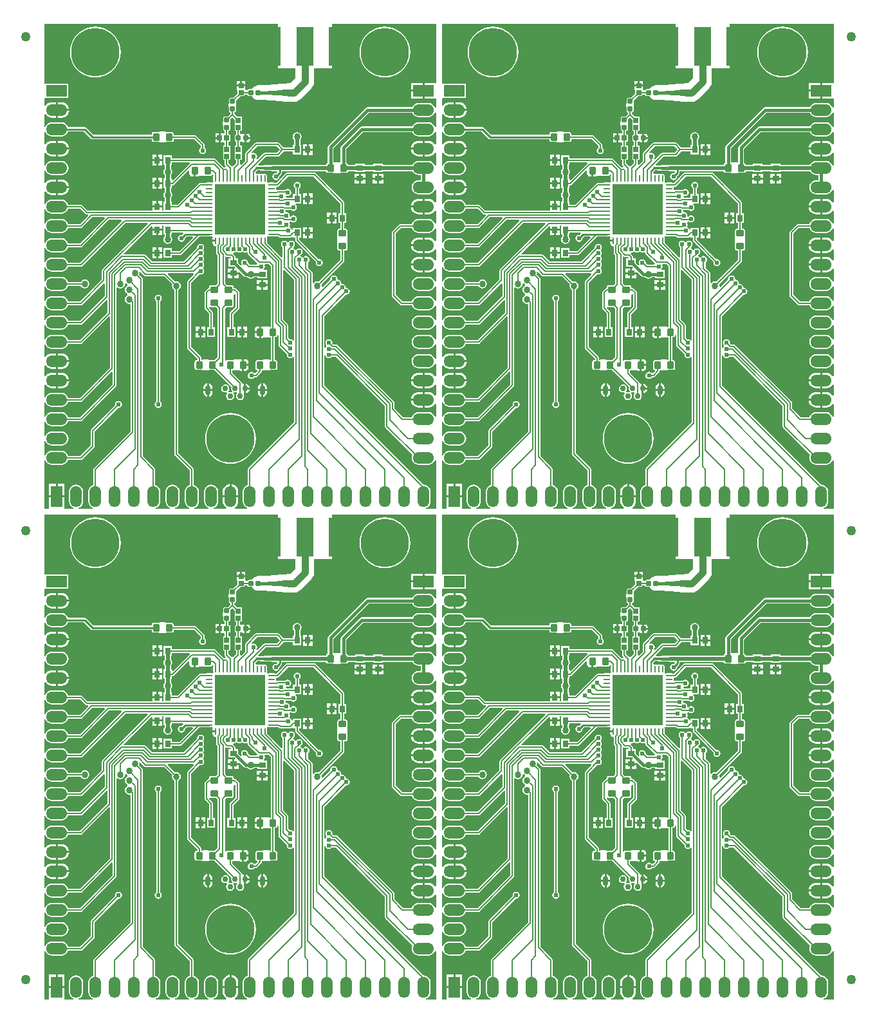
<source format=gtl>
G04 Layer_Physical_Order=1*
G04 Layer_Color=255*
%FSLAX25Y25*%
%MOIN*%
G70*
G01*
G75*
%ADD10C,0.05000*%
%ADD11R,0.02953X0.03740*%
G04:AMPARAMS|DCode=12|XSize=39.37mil|YSize=35.43mil|CornerRadius=4.43mil|HoleSize=0mil|Usage=FLASHONLY|Rotation=180.000|XOffset=0mil|YOffset=0mil|HoleType=Round|Shape=RoundedRectangle|*
%AMROUNDEDRECTD12*
21,1,0.03937,0.02657,0,0,180.0*
21,1,0.03051,0.03543,0,0,180.0*
1,1,0.00886,-0.01526,0.01329*
1,1,0.00886,0.01526,0.01329*
1,1,0.00886,0.01526,-0.01329*
1,1,0.00886,-0.01526,-0.01329*
%
%ADD12ROUNDEDRECTD12*%
G04:AMPARAMS|DCode=13|XSize=39.37mil|YSize=35.43mil|CornerRadius=4.43mil|HoleSize=0mil|Usage=FLASHONLY|Rotation=90.000|XOffset=0mil|YOffset=0mil|HoleType=Round|Shape=RoundedRectangle|*
%AMROUNDEDRECTD13*
21,1,0.03937,0.02657,0,0,90.0*
21,1,0.03051,0.03543,0,0,90.0*
1,1,0.00886,0.01329,0.01526*
1,1,0.00886,0.01329,-0.01526*
1,1,0.00886,-0.01329,-0.01526*
1,1,0.00886,-0.01329,0.01526*
%
%ADD13ROUNDEDRECTD13*%
%ADD14R,0.09016X0.20000*%
%ADD15R,0.09508X0.20000*%
%ADD16R,0.03740X0.02953*%
%ADD17R,0.02520X0.02520*%
%ADD18R,0.02520X0.02520*%
G04:AMPARAMS|DCode=19|XSize=23.62mil|YSize=23.62mil|CornerRadius=2.36mil|HoleSize=0mil|Usage=FLASHONLY|Rotation=90.000|XOffset=0mil|YOffset=0mil|HoleType=Round|Shape=RoundedRectangle|*
%AMROUNDEDRECTD19*
21,1,0.02362,0.01890,0,0,90.0*
21,1,0.01890,0.02362,0,0,90.0*
1,1,0.00472,0.00945,0.00945*
1,1,0.00472,0.00945,-0.00945*
1,1,0.00472,-0.00945,-0.00945*
1,1,0.00472,-0.00945,0.00945*
%
%ADD19ROUNDEDRECTD19*%
G04:AMPARAMS|DCode=20|XSize=23.62mil|YSize=23.62mil|CornerRadius=2.36mil|HoleSize=0mil|Usage=FLASHONLY|Rotation=180.000|XOffset=0mil|YOffset=0mil|HoleType=Round|Shape=RoundedRectangle|*
%AMROUNDEDRECTD20*
21,1,0.02362,0.01890,0,0,180.0*
21,1,0.01890,0.02362,0,0,180.0*
1,1,0.00472,-0.00945,0.00945*
1,1,0.00472,0.00945,0.00945*
1,1,0.00472,0.00945,-0.00945*
1,1,0.00472,-0.00945,-0.00945*
%
%ADD20ROUNDEDRECTD20*%
%ADD21O,0.03543X0.00984*%
%ADD22O,0.00984X0.03543*%
%ADD23R,0.25984X0.25984*%
%ADD24C,0.00800*%
%ADD25C,0.01600*%
%ADD26C,0.01000*%
%ADD27C,0.02000*%
%ADD28C,0.03600*%
%ADD29C,0.03200*%
%ADD30C,0.02800*%
%ADD31C,0.02400*%
%ADD32C,0.01200*%
%ADD33C,0.01400*%
%ADD34C,0.01800*%
G04:AMPARAMS|DCode=35|XSize=25.59mil|YSize=51.18mil|CornerRadius=12.79mil|HoleSize=0mil|Usage=FLASHONLY|Rotation=0.000|XOffset=0mil|YOffset=0mil|HoleType=Round|Shape=RoundedRectangle|*
%AMROUNDEDRECTD35*
21,1,0.02559,0.02559,0,0,0.0*
21,1,0.00000,0.05118,0,0,0.0*
1,1,0.02559,0.00000,-0.01279*
1,1,0.02559,0.00000,-0.01279*
1,1,0.02559,0.00000,0.01279*
1,1,0.02559,0.00000,0.01279*
%
%ADD35ROUNDEDRECTD35*%
%ADD36C,0.02953*%
%ADD37O,0.06000X0.11000*%
%ADD38C,0.25000*%
%ADD39R,0.11000X0.06000*%
%ADD40O,0.11000X0.06000*%
%ADD41R,0.06000X0.11000*%
%ADD42C,0.02400*%
%ADD43C,0.03400*%
G36*
X328700Y483500D02*
X337859D01*
Y478505D01*
X335195Y475841D01*
X334200D01*
X332947Y475676D01*
X332858Y475640D01*
X331700D01*
X330499Y475482D01*
X330394Y475438D01*
X329200D01*
X328051Y475287D01*
X327929Y475236D01*
X326200D01*
X325104Y475092D01*
X324965Y475035D01*
X323700D01*
X322656Y474897D01*
X322501Y474833D01*
X318637D01*
X317645Y474702D01*
X316721Y474319D01*
X315927Y473710D01*
X315318Y472916D01*
X315268Y472797D01*
X313755D01*
X313429Y472733D01*
X313152Y472548D01*
X312967Y472271D01*
X312954Y472203D01*
X312451Y472100D01*
X311960Y472489D01*
Y474122D01*
X309700D01*
X307440D01*
Y472362D01*
X307840D01*
Y470519D01*
X305556Y468234D01*
X304255D01*
X303929Y468170D01*
X303652Y467985D01*
X303467Y467708D01*
X303402Y467382D01*
Y465492D01*
X303413Y465438D01*
X303232Y465256D01*
Y463681D01*
X303413Y463499D01*
X303402Y463445D01*
Y461555D01*
X303467Y461229D01*
X303652Y460952D01*
X303929Y460767D01*
X304180Y460717D01*
Y460044D01*
X302870Y458735D01*
X301255D01*
X300929Y458670D01*
X300652Y458485D01*
X300467Y458208D01*
X300402Y457882D01*
Y455992D01*
X300413Y455938D01*
X300232Y455756D01*
Y454181D01*
X300413Y453999D01*
X300402Y453945D01*
Y452055D01*
X300467Y451729D01*
X300652Y451452D01*
X300929Y451267D01*
X301180Y451217D01*
Y450218D01*
X300838Y449760D01*
X299078D01*
Y447500D01*
Y445240D01*
X300838D01*
X301180Y444782D01*
Y443482D01*
X300340D01*
Y439762D01*
Y436140D01*
X301180D01*
Y434000D01*
X301258Y433610D01*
X301479Y433279D01*
X301780Y432978D01*
X301532Y432378D01*
X300764D01*
X296421Y436721D01*
X296090Y436942D01*
X295700Y437020D01*
X273776D01*
Y438470D01*
X269624D01*
Y433530D01*
X270069D01*
Y431676D01*
X270042Y431658D01*
X269533Y430897D01*
X269355Y430000D01*
X269533Y429103D01*
X270042Y428342D01*
X270069Y428324D01*
Y426470D01*
X269635D01*
Y421530D01*
X270069D01*
Y419676D01*
X270042Y419658D01*
X269533Y418897D01*
X269355Y418000D01*
X269533Y417103D01*
X270042Y416342D01*
X270080Y416316D01*
Y414470D01*
X269635D01*
Y409920D01*
X268676D01*
Y411500D01*
X266200D01*
X263724D01*
Y409920D01*
X230222D01*
X227421Y412721D01*
X227090Y412942D01*
X226700Y413020D01*
X220174D01*
X219845Y413815D01*
X219268Y414568D01*
X218515Y415145D01*
X217640Y415507D01*
X216700Y415631D01*
X211700D01*
X210760Y415507D01*
X209885Y415145D01*
X209133Y414568D01*
X208555Y413815D01*
X208329Y413270D01*
X207729Y413389D01*
Y419620D01*
X208329Y419822D01*
X208847Y419147D01*
X209683Y418506D01*
X210656Y418103D01*
X211700Y417966D01*
X213700D01*
Y422000D01*
Y426034D01*
X211700D01*
X210656Y425897D01*
X209683Y425494D01*
X208847Y424853D01*
X208329Y424178D01*
X207729Y424380D01*
Y430611D01*
X208329Y430730D01*
X208555Y430185D01*
X209133Y429432D01*
X209885Y428855D01*
X210760Y428493D01*
X211700Y428369D01*
X216700D01*
X217640Y428493D01*
X218515Y428855D01*
X219268Y429432D01*
X219845Y430185D01*
X220207Y431060D01*
X220331Y432000D01*
X220207Y432940D01*
X219845Y433815D01*
X219268Y434568D01*
X218515Y435145D01*
X217640Y435507D01*
X216700Y435631D01*
X211700D01*
X210760Y435507D01*
X209885Y435145D01*
X209133Y434568D01*
X208555Y433815D01*
X208329Y433270D01*
X207729Y433389D01*
Y439620D01*
X208329Y439822D01*
X208847Y439147D01*
X209683Y438506D01*
X210656Y438103D01*
X211700Y437965D01*
X213700D01*
Y442000D01*
Y446034D01*
X211700D01*
X210656Y445897D01*
X209683Y445494D01*
X208847Y444853D01*
X208329Y444178D01*
X207729Y444380D01*
Y450611D01*
X208329Y450730D01*
X208555Y450184D01*
X209133Y449433D01*
X209885Y448855D01*
X210760Y448493D01*
X211700Y448369D01*
X216700D01*
X217640Y448493D01*
X218515Y448855D01*
X219268Y449433D01*
X219845Y450184D01*
X220132Y450878D01*
X228235D01*
X231907Y447207D01*
X231907Y447207D01*
X232271Y446964D01*
X232700Y446878D01*
X263308D01*
Y446474D01*
X263389Y446067D01*
X263619Y445722D01*
X263964Y445492D01*
X264371Y445411D01*
X267029D01*
X267259Y445457D01*
X267472Y445244D01*
X270621D01*
X270834Y445457D01*
X271064Y445411D01*
X273722D01*
X274129Y445492D01*
X274474Y445722D01*
X274704Y446067D01*
X274785Y446474D01*
Y446980D01*
X285278D01*
X288680Y443578D01*
Y442484D01*
X288402Y442298D01*
X288004Y441702D01*
X287865Y441000D01*
X288004Y440298D01*
X288402Y439702D01*
X288998Y439304D01*
X289700Y439165D01*
X290402Y439304D01*
X290998Y439702D01*
X291396Y440298D01*
X291535Y441000D01*
X291396Y441702D01*
X290998Y442298D01*
X290720Y442484D01*
Y444000D01*
X290642Y444390D01*
X290421Y444721D01*
X286421Y448721D01*
X286090Y448942D01*
X285700Y449020D01*
X274785D01*
Y449526D01*
X274704Y449932D01*
X274474Y450278D01*
X274129Y450508D01*
X273722Y450589D01*
X271064D01*
X270834Y450543D01*
X270621Y450756D01*
X267472D01*
X267259Y450543D01*
X267029Y450589D01*
X264371D01*
X263964Y450508D01*
X263619Y450278D01*
X263389Y449932D01*
X263308Y449526D01*
Y449122D01*
X233165D01*
X229493Y452793D01*
X229129Y453036D01*
X228700Y453122D01*
X228700Y453122D01*
X220132D01*
X219845Y453816D01*
X219268Y454568D01*
X218515Y455145D01*
X217640Y455507D01*
X216700Y455631D01*
X211700D01*
X210760Y455507D01*
X209885Y455145D01*
X209133Y454568D01*
X208555Y453816D01*
X208329Y453270D01*
X207729Y453389D01*
Y459620D01*
X208329Y459822D01*
X208847Y459147D01*
X209683Y458506D01*
X210656Y458103D01*
X211700Y457966D01*
X213700D01*
Y462000D01*
Y466035D01*
X211700D01*
X210656Y465897D01*
X209683Y465494D01*
X208847Y464853D01*
X208329Y464178D01*
X207729Y464380D01*
Y467953D01*
X208100Y468400D01*
X208329Y468400D01*
X220300D01*
Y475600D01*
X208329D01*
X208100Y475600D01*
X207729Y476047D01*
Y506471D01*
X328700D01*
Y483500D01*
D02*
G37*
G36*
X122700D02*
X131859D01*
Y478505D01*
X129195Y475841D01*
X128200D01*
X126947Y475676D01*
X126858Y475640D01*
X125700D01*
X124499Y475482D01*
X124394Y475438D01*
X123200D01*
X122051Y475287D01*
X121929Y475236D01*
X120200D01*
X119104Y475092D01*
X118965Y475035D01*
X117700D01*
X116656Y474897D01*
X116501Y474833D01*
X112637D01*
X111645Y474702D01*
X110721Y474319D01*
X109927Y473710D01*
X109318Y472916D01*
X109268Y472797D01*
X107755D01*
X107429Y472733D01*
X107152Y472548D01*
X106967Y472271D01*
X106954Y472203D01*
X106451Y472100D01*
X105960Y472489D01*
Y474122D01*
X103700D01*
X101440D01*
Y472362D01*
X101840D01*
Y470519D01*
X99556Y468234D01*
X98255D01*
X97929Y468170D01*
X97652Y467985D01*
X97467Y467708D01*
X97403Y467382D01*
Y465492D01*
X97413Y465438D01*
X97232Y465256D01*
Y463681D01*
X97413Y463499D01*
X97403Y463445D01*
Y461555D01*
X97467Y461229D01*
X97652Y460952D01*
X97929Y460767D01*
X98180Y460717D01*
Y460044D01*
X96870Y458735D01*
X95255D01*
X94929Y458670D01*
X94652Y458485D01*
X94467Y458208D01*
X94402Y457882D01*
Y455992D01*
X94413Y455938D01*
X94231Y455756D01*
Y454181D01*
X94413Y453999D01*
X94402Y453945D01*
Y452055D01*
X94467Y451729D01*
X94652Y451452D01*
X94929Y451267D01*
X95180Y451217D01*
Y450218D01*
X94838Y449760D01*
X93078D01*
Y447500D01*
Y445240D01*
X94838D01*
X95180Y444782D01*
Y443482D01*
X94340D01*
Y439762D01*
Y436140D01*
X95180D01*
Y434000D01*
X95258Y433610D01*
X95479Y433279D01*
X95780Y432978D01*
X95532Y432378D01*
X94764D01*
X90421Y436721D01*
X90090Y436942D01*
X89700Y437020D01*
X67776D01*
Y438470D01*
X63624D01*
Y433530D01*
X64069D01*
Y431676D01*
X64042Y431658D01*
X63534Y430897D01*
X63355Y430000D01*
X63534Y429103D01*
X64042Y428342D01*
X64069Y428324D01*
Y426470D01*
X63635D01*
Y421530D01*
X64069D01*
Y419676D01*
X64042Y419658D01*
X63534Y418897D01*
X63355Y418000D01*
X63534Y417103D01*
X64042Y416342D01*
X64081Y416316D01*
Y414470D01*
X63635D01*
Y409920D01*
X62676D01*
Y411500D01*
X60200D01*
X57724D01*
Y409920D01*
X24222D01*
X21421Y412721D01*
X21090Y412942D01*
X20700Y413020D01*
X14174D01*
X13845Y413815D01*
X13268Y414568D01*
X12516Y415145D01*
X11640Y415507D01*
X10700Y415631D01*
X5700D01*
X4760Y415507D01*
X3884Y415145D01*
X3133Y414568D01*
X2555Y413815D01*
X2329Y413270D01*
X1729Y413389D01*
Y419620D01*
X2329Y419822D01*
X2847Y419147D01*
X3683Y418506D01*
X4656Y418103D01*
X5700Y417966D01*
X7700D01*
Y422000D01*
Y426034D01*
X5700D01*
X4656Y425897D01*
X3683Y425494D01*
X2847Y424853D01*
X2329Y424178D01*
X1729Y424380D01*
Y430611D01*
X2329Y430730D01*
X2555Y430185D01*
X3133Y429432D01*
X3884Y428855D01*
X4760Y428493D01*
X5700Y428369D01*
X10700D01*
X11640Y428493D01*
X12516Y428855D01*
X13268Y429432D01*
X13845Y430185D01*
X14207Y431060D01*
X14331Y432000D01*
X14207Y432940D01*
X13845Y433815D01*
X13268Y434568D01*
X12516Y435145D01*
X11640Y435507D01*
X10700Y435631D01*
X5700D01*
X4760Y435507D01*
X3884Y435145D01*
X3133Y434568D01*
X2555Y433815D01*
X2329Y433270D01*
X1729Y433389D01*
Y439620D01*
X2329Y439822D01*
X2847Y439147D01*
X3683Y438506D01*
X4656Y438103D01*
X5700Y437965D01*
X7700D01*
Y442000D01*
Y446034D01*
X5700D01*
X4656Y445897D01*
X3683Y445494D01*
X2847Y444853D01*
X2329Y444178D01*
X1729Y444380D01*
Y450611D01*
X2329Y450730D01*
X2555Y450184D01*
X3133Y449433D01*
X3884Y448855D01*
X4760Y448493D01*
X5700Y448369D01*
X10700D01*
X11640Y448493D01*
X12516Y448855D01*
X13268Y449433D01*
X13845Y450184D01*
X14132Y450878D01*
X22235D01*
X25907Y447207D01*
X25907Y447207D01*
X26271Y446964D01*
X26700Y446878D01*
X57308D01*
Y446474D01*
X57389Y446067D01*
X57619Y445722D01*
X57964Y445492D01*
X58371Y445411D01*
X61029D01*
X61259Y445457D01*
X61472Y445244D01*
X64621D01*
X64834Y445457D01*
X65064Y445411D01*
X67722D01*
X68129Y445492D01*
X68474Y445722D01*
X68704Y446067D01*
X68785Y446474D01*
Y446980D01*
X79278D01*
X82680Y443578D01*
Y442484D01*
X82402Y442298D01*
X82004Y441702D01*
X81865Y441000D01*
X82004Y440298D01*
X82402Y439702D01*
X82998Y439304D01*
X83700Y439165D01*
X84402Y439304D01*
X84998Y439702D01*
X85396Y440298D01*
X85535Y441000D01*
X85396Y441702D01*
X84998Y442298D01*
X84720Y442484D01*
Y444000D01*
X84642Y444390D01*
X84421Y444721D01*
X80421Y448721D01*
X80090Y448942D01*
X79700Y449020D01*
X68785D01*
Y449526D01*
X68704Y449932D01*
X68474Y450278D01*
X68129Y450508D01*
X67722Y450589D01*
X65064D01*
X64834Y450543D01*
X64621Y450756D01*
X61472D01*
X61259Y450543D01*
X61029Y450589D01*
X58371D01*
X57964Y450508D01*
X57619Y450278D01*
X57389Y449932D01*
X57308Y449526D01*
Y449122D01*
X27165D01*
X23493Y452793D01*
X23129Y453036D01*
X22700Y453122D01*
X22700Y453122D01*
X14132D01*
X13845Y453816D01*
X13268Y454568D01*
X12516Y455145D01*
X11640Y455507D01*
X10700Y455631D01*
X5700D01*
X4760Y455507D01*
X3884Y455145D01*
X3133Y454568D01*
X2555Y453816D01*
X2329Y453270D01*
X1729Y453389D01*
Y459620D01*
X2329Y459822D01*
X2847Y459147D01*
X3683Y458506D01*
X4656Y458103D01*
X5700Y457966D01*
X7700D01*
Y462000D01*
Y466035D01*
X5700D01*
X4656Y465897D01*
X3683Y465494D01*
X2847Y464853D01*
X2329Y464178D01*
X1729Y464380D01*
Y467953D01*
X2100Y468400D01*
X2329Y468400D01*
X14300D01*
Y475600D01*
X2329D01*
X2100Y475600D01*
X1729Y476047D01*
Y506471D01*
X122700D01*
Y483500D01*
D02*
G37*
G36*
X410671Y476000D02*
X404700D01*
Y472000D01*
Y468000D01*
X410671D01*
Y463389D01*
X410071Y463270D01*
X409845Y463815D01*
X409268Y464568D01*
X408516Y465145D01*
X407640Y465507D01*
X406700Y465631D01*
X401700D01*
X400760Y465507D01*
X399885Y465145D01*
X399132Y464568D01*
X398555Y463815D01*
X398395Y463427D01*
X375200D01*
X374654Y463319D01*
X374191Y463009D01*
X374191Y463009D01*
X354998Y443816D01*
X354688Y443353D01*
X354580Y442807D01*
X354580Y442807D01*
Y434569D01*
X354271Y434508D01*
X353926Y434277D01*
X353696Y433932D01*
X353636Y433631D01*
X325700D01*
X325187Y433529D01*
X323700D01*
X323187Y433427D01*
X321700D01*
X321187Y433325D01*
X319700D01*
X319193Y433225D01*
X318735Y433308D01*
X318524Y433882D01*
X322522Y437880D01*
X328700D01*
X329090Y437958D01*
X329421Y438179D01*
X331722Y440480D01*
X336624D01*
Y439030D01*
X340776D01*
Y443970D01*
X340331D01*
Y446424D01*
X340358Y446442D01*
X340867Y447203D01*
X341045Y448100D01*
X340867Y448997D01*
X340358Y449758D01*
X339597Y450267D01*
X338700Y450445D01*
X337803Y450267D01*
X337042Y449758D01*
X336533Y448997D01*
X336355Y448100D01*
X336533Y447203D01*
X337042Y446442D01*
X337069Y446424D01*
Y443970D01*
X336624D01*
Y442520D01*
X331722D01*
X329421Y444821D01*
X329090Y445042D01*
X328700Y445120D01*
X317600D01*
X317210Y445042D01*
X316879Y444821D01*
X311979Y439921D01*
X311758Y439590D01*
X311680Y439200D01*
Y435622D01*
X309775Y433717D01*
X309242Y433989D01*
X309220Y434010D01*
Y436140D01*
X310060D01*
Y439762D01*
Y443482D01*
X309220D01*
Y445465D01*
X309381Y445532D01*
X310499D01*
X310710Y445391D01*
X311192Y445295D01*
X311637D01*
Y447500D01*
Y449705D01*
X311192D01*
X310710Y449609D01*
X310499Y449469D01*
X309381D01*
X309220Y449535D01*
Y451140D01*
X310060D01*
Y454762D01*
Y458482D01*
X307782D01*
X306220Y460044D01*
Y460717D01*
X306471Y460767D01*
X306748Y460952D01*
X306933Y461229D01*
X306997Y461555D01*
Y463445D01*
X306987Y463499D01*
X307169Y463681D01*
Y465256D01*
X306987Y465438D01*
X306997Y465492D01*
Y466793D01*
X309345Y469140D01*
X311560D01*
Y469980D01*
X312917D01*
X312967Y469729D01*
X313152Y469452D01*
X313429Y469267D01*
X313755Y469203D01*
X315268D01*
X315318Y469084D01*
X315927Y468290D01*
X316721Y467681D01*
X317645Y467298D01*
X318637Y467167D01*
X322501D01*
X322656Y467103D01*
X323700Y466965D01*
X324965D01*
X325104Y466908D01*
X326200Y466764D01*
X327929D01*
X328051Y466713D01*
X329200Y466562D01*
X330394D01*
X330499Y466518D01*
X331700Y466360D01*
X332858D01*
X332947Y466324D01*
X334200Y466159D01*
X337200D01*
X338453Y466324D01*
X339621Y466807D01*
X340623Y467577D01*
X346123Y473077D01*
X346893Y474079D01*
X347376Y475247D01*
X347541Y476500D01*
Y483500D01*
X356700D01*
Y506471D01*
X410671D01*
Y476000D01*
D02*
G37*
G36*
X204671D02*
X198700D01*
Y472000D01*
Y468000D01*
X204671D01*
Y463389D01*
X204071Y463270D01*
X203845Y463815D01*
X203268Y464568D01*
X202516Y465145D01*
X201640Y465507D01*
X200700Y465631D01*
X195700D01*
X194760Y465507D01*
X193885Y465145D01*
X193132Y464568D01*
X192555Y463815D01*
X192395Y463427D01*
X169200D01*
X168654Y463319D01*
X168191Y463009D01*
X168191Y463009D01*
X148998Y443816D01*
X148688Y443353D01*
X148580Y442807D01*
X148580Y442807D01*
Y434569D01*
X148271Y434508D01*
X147926Y434277D01*
X147696Y433932D01*
X147636Y433631D01*
X119700D01*
X119187Y433529D01*
X117700D01*
X117187Y433427D01*
X115700D01*
X115187Y433325D01*
X113700D01*
X113193Y433225D01*
X112735Y433308D01*
X112524Y433882D01*
X116522Y437880D01*
X122700D01*
X123090Y437958D01*
X123421Y438179D01*
X125722Y440480D01*
X130624D01*
Y439030D01*
X134776D01*
Y443970D01*
X134331D01*
Y446424D01*
X134358Y446442D01*
X134867Y447203D01*
X135045Y448100D01*
X134867Y448997D01*
X134358Y449758D01*
X133597Y450267D01*
X132700Y450445D01*
X131803Y450267D01*
X131042Y449758D01*
X130533Y448997D01*
X130355Y448100D01*
X130533Y447203D01*
X131042Y446442D01*
X131069Y446424D01*
Y443970D01*
X130624D01*
Y442520D01*
X125722D01*
X123421Y444821D01*
X123090Y445042D01*
X122700Y445120D01*
X111600D01*
X111210Y445042D01*
X110879Y444821D01*
X105979Y439921D01*
X105758Y439590D01*
X105680Y439200D01*
Y435622D01*
X103775Y433717D01*
X103242Y433989D01*
X103220Y434010D01*
Y436140D01*
X104060D01*
Y439762D01*
Y443482D01*
X103220D01*
Y445465D01*
X103381Y445532D01*
X104499D01*
X104710Y445391D01*
X105192Y445295D01*
X105637D01*
Y447500D01*
Y449705D01*
X105192D01*
X104710Y449609D01*
X104499Y449469D01*
X103381D01*
X103220Y449535D01*
Y451140D01*
X104060D01*
Y454762D01*
Y458482D01*
X101782D01*
X100220Y460044D01*
Y460717D01*
X100471Y460767D01*
X100748Y460952D01*
X100933Y461229D01*
X100997Y461555D01*
Y463445D01*
X100987Y463499D01*
X101169Y463681D01*
Y465256D01*
X100987Y465438D01*
X100997Y465492D01*
Y466793D01*
X103345Y469140D01*
X105560D01*
Y469980D01*
X106917D01*
X106967Y469729D01*
X107152Y469452D01*
X107429Y469267D01*
X107755Y469203D01*
X109268D01*
X109318Y469084D01*
X109927Y468290D01*
X110721Y467681D01*
X111645Y467298D01*
X112637Y467167D01*
X116501D01*
X116656Y467103D01*
X117700Y466965D01*
X118965D01*
X119104Y466908D01*
X120200Y466764D01*
X121929D01*
X122051Y466713D01*
X123200Y466562D01*
X124394D01*
X124499Y466518D01*
X125700Y466360D01*
X126858D01*
X126947Y466324D01*
X128200Y466159D01*
X131200D01*
X132453Y466324D01*
X133621Y466807D01*
X134623Y467577D01*
X140123Y473077D01*
X140893Y474079D01*
X141376Y475247D01*
X141541Y476500D01*
Y483500D01*
X150700D01*
Y506471D01*
X204671D01*
Y476000D01*
D02*
G37*
G36*
X410671Y460611D02*
Y453389D01*
X410071Y453270D01*
X409845Y453816D01*
X409268Y454568D01*
X408516Y455145D01*
X407640Y455507D01*
X406700Y455631D01*
X401700D01*
X400760Y455507D01*
X399885Y455145D01*
X399132Y454568D01*
X398555Y453816D01*
X398395Y453427D01*
X372200D01*
X372200Y453428D01*
X371654Y453319D01*
X371191Y453009D01*
X371191Y453009D01*
X361691Y443509D01*
X361381Y443046D01*
X361273Y442500D01*
X361273Y442500D01*
Y435213D01*
X360928Y434756D01*
X357779D01*
X357435Y435213D01*
Y442216D01*
X375791Y460573D01*
X398395D01*
X398555Y460184D01*
X399132Y459433D01*
X399885Y458855D01*
X400760Y458493D01*
X401700Y458369D01*
X406700D01*
X407640Y458493D01*
X408516Y458855D01*
X409268Y459433D01*
X409845Y460184D01*
X410071Y460730D01*
X410671Y460611D01*
D02*
G37*
G36*
X204671D02*
Y453389D01*
X204071Y453270D01*
X203845Y453816D01*
X203268Y454568D01*
X202516Y455145D01*
X201640Y455507D01*
X200700Y455631D01*
X195700D01*
X194760Y455507D01*
X193885Y455145D01*
X193132Y454568D01*
X192555Y453816D01*
X192395Y453427D01*
X166200D01*
X166200Y453428D01*
X165654Y453319D01*
X165191Y453009D01*
X165191Y453009D01*
X155691Y443509D01*
X155381Y443046D01*
X155273Y442500D01*
X155273Y442500D01*
Y435213D01*
X154928Y434756D01*
X151779D01*
X151435Y435213D01*
Y442216D01*
X169791Y460573D01*
X192395D01*
X192555Y460184D01*
X193132Y459433D01*
X193885Y458855D01*
X194760Y458493D01*
X195700Y458369D01*
X200700D01*
X201640Y458493D01*
X202516Y458855D01*
X203268Y459433D01*
X203845Y460184D01*
X204071Y460730D01*
X204671Y460611D01*
D02*
G37*
G36*
X410671Y450611D02*
Y444380D01*
X410071Y444178D01*
X409553Y444853D01*
X408717Y445494D01*
X407744Y445897D01*
X406700Y446034D01*
X404700D01*
Y442000D01*
Y437965D01*
X406700D01*
X407744Y438103D01*
X408717Y438506D01*
X409553Y439147D01*
X410071Y439822D01*
X410671Y439620D01*
Y433389D01*
X410071Y433270D01*
X409845Y433815D01*
X409268Y434568D01*
X408516Y435145D01*
X407640Y435507D01*
X406700Y435631D01*
X401700D01*
X400760Y435507D01*
X399885Y435145D01*
X399132Y434568D01*
X398555Y433815D01*
X398484Y433643D01*
X383170D01*
Y434088D01*
X378230D01*
Y433643D01*
X373670D01*
Y434088D01*
X368730D01*
Y433631D01*
X365071D01*
X365011Y433932D01*
X364781Y434277D01*
X364436Y434508D01*
X364127Y434569D01*
Y441909D01*
X372791Y450573D01*
X398395D01*
X398555Y450184D01*
X399132Y449433D01*
X399885Y448855D01*
X400760Y448493D01*
X401700Y448369D01*
X406700D01*
X407640Y448493D01*
X408516Y448855D01*
X409268Y449433D01*
X409845Y450184D01*
X410071Y450730D01*
X410671Y450611D01*
D02*
G37*
G36*
X204671D02*
Y444380D01*
X204071Y444178D01*
X203553Y444853D01*
X202717Y445494D01*
X201744Y445897D01*
X200700Y446034D01*
X198700D01*
Y442000D01*
Y437965D01*
X200700D01*
X201744Y438103D01*
X202717Y438506D01*
X203553Y439147D01*
X204071Y439822D01*
X204671Y439620D01*
Y433389D01*
X204071Y433270D01*
X203845Y433815D01*
X203268Y434568D01*
X202516Y435145D01*
X201640Y435507D01*
X200700Y435631D01*
X195700D01*
X194760Y435507D01*
X193885Y435145D01*
X193132Y434568D01*
X192555Y433815D01*
X192484Y433643D01*
X177170D01*
Y434088D01*
X172230D01*
Y433643D01*
X167670D01*
Y434088D01*
X162730D01*
Y433631D01*
X159071D01*
X159011Y433932D01*
X158781Y434277D01*
X158436Y434508D01*
X158127Y434569D01*
Y441909D01*
X166791Y450573D01*
X192395D01*
X192555Y450184D01*
X193132Y449433D01*
X193885Y448855D01*
X194760Y448493D01*
X195700Y448369D01*
X200700D01*
X201640Y448493D01*
X202516Y448855D01*
X203268Y449433D01*
X203845Y450184D01*
X204071Y450730D01*
X204671Y450611D01*
D02*
G37*
G36*
X329858Y441500D02*
X328278Y439920D01*
X322100D01*
X321710Y439842D01*
X321379Y439621D01*
X318214Y436456D01*
X317587Y436677D01*
X317572Y436813D01*
X317896Y437298D01*
X318035Y438000D01*
X317896Y438702D01*
X317498Y439298D01*
X316902Y439696D01*
X316200Y439835D01*
X315498Y439696D01*
X315462Y439672D01*
X315080Y440138D01*
X318022Y443080D01*
X328278D01*
X329858Y441500D01*
D02*
G37*
G36*
X123858D02*
X122278Y439920D01*
X116100D01*
X115710Y439842D01*
X115379Y439621D01*
X112214Y436456D01*
X111587Y436677D01*
X111572Y436813D01*
X111896Y437298D01*
X112035Y438000D01*
X111896Y438702D01*
X111498Y439298D01*
X110902Y439696D01*
X110200Y439835D01*
X109498Y439696D01*
X109462Y439672D01*
X109080Y440138D01*
X112022Y443080D01*
X122278D01*
X123858Y441500D01*
D02*
G37*
G36*
X306340Y457040D02*
Y454762D01*
Y451140D01*
X307180D01*
Y449283D01*
X306929Y449233D01*
X306652Y449048D01*
X306467Y448771D01*
X306402Y448445D01*
Y446555D01*
X306467Y446229D01*
X306652Y445952D01*
X306929Y445767D01*
X307180Y445717D01*
Y443482D01*
X306340D01*
Y439762D01*
Y436140D01*
X307180D01*
Y434422D01*
X305593Y432835D01*
X305410Y432775D01*
X304832Y432810D01*
X303220Y434422D01*
Y436140D01*
X304060D01*
Y439762D01*
Y443482D01*
X303220D01*
Y445640D01*
X304060D01*
Y449360D01*
X303220D01*
Y451217D01*
X303471Y451267D01*
X303748Y451452D01*
X303933Y451729D01*
X303997Y452055D01*
Y453945D01*
X303987Y453999D01*
X304169Y454181D01*
Y455756D01*
X303987Y455938D01*
X303997Y455992D01*
Y456978D01*
X305200Y458180D01*
X306340Y457040D01*
D02*
G37*
G36*
X100340D02*
Y454762D01*
Y451140D01*
X101180D01*
Y449283D01*
X100929Y449233D01*
X100652Y449048D01*
X100467Y448771D01*
X100402Y448445D01*
Y446555D01*
X100467Y446229D01*
X100652Y445952D01*
X100929Y445767D01*
X101180Y445717D01*
Y443482D01*
X100340D01*
Y439762D01*
Y436140D01*
X101180D01*
Y434422D01*
X99593Y432835D01*
X99410Y432775D01*
X98832Y432810D01*
X97220Y434422D01*
Y436140D01*
X98060D01*
Y439762D01*
Y443482D01*
X97220D01*
Y445640D01*
X98060D01*
Y449360D01*
X97220D01*
Y451217D01*
X97471Y451267D01*
X97748Y451452D01*
X97933Y451729D01*
X97997Y452055D01*
Y453945D01*
X97987Y453999D01*
X98168Y454181D01*
Y455756D01*
X97987Y455938D01*
X97997Y455992D01*
Y456978D01*
X99200Y458180D01*
X100340Y457040D01*
D02*
G37*
G36*
X283138Y434380D02*
X274342Y425585D01*
X273788Y425814D01*
Y426470D01*
X273331D01*
Y428324D01*
X273358Y428342D01*
X273867Y429103D01*
X274045Y430000D01*
X273867Y430897D01*
X273358Y431658D01*
X273331Y431676D01*
Y433530D01*
X273776D01*
Y434980D01*
X282890D01*
X283138Y434380D01*
D02*
G37*
G36*
X77139D02*
X68343Y425585D01*
X67788Y425814D01*
Y426470D01*
X67331D01*
Y428324D01*
X67358Y428342D01*
X67866Y429103D01*
X68045Y430000D01*
X67866Y430897D01*
X67358Y431658D01*
X67331Y431676D01*
Y433530D01*
X67776D01*
Y434980D01*
X76890D01*
X77139Y434380D01*
D02*
G37*
G36*
X282900Y430474D02*
Y428974D01*
X283012Y428411D01*
X283331Y427934D01*
X283808Y427615D01*
X284371Y427503D01*
X285200D01*
Y430500D01*
X286200D01*
Y427503D01*
X287029D01*
X287592Y427615D01*
X287785Y427744D01*
X290621D01*
X290834Y427957D01*
X291064Y427911D01*
X293722D01*
X294129Y427992D01*
X294474Y428223D01*
X294641Y428473D01*
X295156Y428429D01*
X295257Y428398D01*
X295358Y428257D01*
X295291Y427921D01*
Y425362D01*
X295345Y425092D01*
X295208Y424492D01*
X294608Y424355D01*
X294338Y424409D01*
X291779D01*
X291353Y424324D01*
X291339Y424315D01*
X288495D01*
X288105Y424237D01*
X287774Y424016D01*
X276778Y413020D01*
X273788D01*
Y414470D01*
X273343D01*
Y416332D01*
X273358Y416342D01*
X273867Y417103D01*
X274045Y418000D01*
X273867Y418897D01*
X273358Y419658D01*
X273331Y419676D01*
Y421530D01*
X273788D01*
Y422980D01*
X274200D01*
X274590Y423058D01*
X274921Y423279D01*
X282346Y430704D01*
X282900Y430474D01*
D02*
G37*
G36*
X76900D02*
Y428974D01*
X77012Y428411D01*
X77331Y427934D01*
X77808Y427615D01*
X78371Y427503D01*
X79200D01*
Y430500D01*
X80200D01*
Y427503D01*
X81029D01*
X81592Y427615D01*
X81785Y427744D01*
X84621D01*
X84834Y427957D01*
X85064Y427911D01*
X87722D01*
X88129Y427992D01*
X88473Y428223D01*
X88641Y428473D01*
X89156Y428429D01*
X89257Y428398D01*
X89358Y428257D01*
X89291Y427921D01*
Y425362D01*
X89345Y425092D01*
X89208Y424492D01*
X88608Y424355D01*
X88338Y424409D01*
X85779D01*
X85353Y424324D01*
X85339Y424315D01*
X82495D01*
X82105Y424237D01*
X81774Y424016D01*
X70778Y413020D01*
X67788D01*
Y414470D01*
X67343D01*
Y416332D01*
X67358Y416342D01*
X67866Y417103D01*
X68045Y418000D01*
X67866Y418897D01*
X67358Y419658D01*
X67331Y419676D01*
Y421530D01*
X67788D01*
Y422980D01*
X68200D01*
X68590Y423058D01*
X68921Y423279D01*
X76346Y430704D01*
X76900Y430474D01*
D02*
G37*
G36*
X319193Y430775D02*
X319700Y430675D01*
X321187D01*
X321700Y430573D01*
X323187D01*
X323700Y430471D01*
X325187D01*
X325700Y430369D01*
X328134D01*
X328382Y429769D01*
X327908Y429294D01*
X327700Y429335D01*
X326998Y429196D01*
X326402Y428798D01*
X326004Y428202D01*
X325865Y427500D01*
X326004Y426798D01*
X326402Y426202D01*
X326998Y425804D01*
X327700Y425665D01*
X328402Y425804D01*
X328998Y426202D01*
X329396Y426798D01*
X329535Y427500D01*
X329494Y427708D01*
X330493Y428707D01*
X330493Y428707D01*
X330736Y429071D01*
X330822Y429500D01*
X330821Y429500D01*
Y430369D01*
X353636D01*
X353696Y430067D01*
X353926Y429722D01*
X354271Y429492D01*
X354678Y429411D01*
X357336D01*
X357566Y429457D01*
X357779Y429244D01*
X360928D01*
X361141Y429457D01*
X361371Y429411D01*
X364029D01*
X364436Y429492D01*
X364781Y429722D01*
X365011Y430067D01*
X365071Y430369D01*
X368730D01*
Y429935D01*
X373670D01*
Y430380D01*
X378230D01*
Y429935D01*
X383170D01*
Y430380D01*
X398474D01*
X398555Y430185D01*
X399132Y429432D01*
X399885Y428855D01*
X400760Y428493D01*
X401700Y428369D01*
X402773D01*
Y425631D01*
X401700D01*
X400760Y425507D01*
X399885Y425145D01*
X399132Y424568D01*
X398555Y423815D01*
X398193Y422940D01*
X398069Y422000D01*
X398193Y421060D01*
X398555Y420185D01*
X399132Y419432D01*
X399885Y418855D01*
X400760Y418493D01*
X401700Y418369D01*
X406700D01*
X407640Y418493D01*
X408516Y418855D01*
X409268Y419432D01*
X409845Y420185D01*
X410071Y420730D01*
X410671Y420611D01*
Y414380D01*
X410071Y414178D01*
X409553Y414853D01*
X408717Y415494D01*
X407744Y415897D01*
X406700Y416035D01*
X404700D01*
Y412000D01*
Y407966D01*
X406700D01*
X407744Y408103D01*
X408717Y408506D01*
X409553Y409147D01*
X410071Y409822D01*
X410671Y409620D01*
Y403389D01*
X410071Y403270D01*
X409845Y403816D01*
X409268Y404568D01*
X408516Y405145D01*
X407640Y405507D01*
X406700Y405631D01*
X401700D01*
X400760Y405507D01*
X399885Y405145D01*
X399132Y404568D01*
X398555Y403816D01*
X398226Y403020D01*
X392100D01*
X391710Y402942D01*
X391379Y402721D01*
X387979Y399321D01*
X387758Y398990D01*
X387680Y398600D01*
Y366000D01*
X387758Y365610D01*
X387979Y365279D01*
X391979Y361279D01*
X392310Y361058D01*
X392700Y360980D01*
X398226D01*
X398555Y360185D01*
X399132Y359433D01*
X399885Y358855D01*
X400760Y358493D01*
X401700Y358369D01*
X406700D01*
X407640Y358493D01*
X408516Y358855D01*
X409268Y359433D01*
X409845Y360185D01*
X410071Y360730D01*
X410671Y360611D01*
Y353389D01*
X410071Y353270D01*
X409845Y353816D01*
X409268Y354568D01*
X408516Y355145D01*
X407640Y355507D01*
X406700Y355631D01*
X401700D01*
X400760Y355507D01*
X399885Y355145D01*
X399132Y354568D01*
X398555Y353816D01*
X398193Y352940D01*
X398069Y352000D01*
X398193Y351060D01*
X398555Y350184D01*
X399132Y349432D01*
X399885Y348855D01*
X400760Y348493D01*
X401700Y348369D01*
X406700D01*
X407640Y348493D01*
X408516Y348855D01*
X409268Y349432D01*
X409845Y350184D01*
X410071Y350730D01*
X410671Y350611D01*
Y343389D01*
X410071Y343270D01*
X409845Y343815D01*
X409268Y344568D01*
X408516Y345145D01*
X407640Y345507D01*
X406700Y345631D01*
X401700D01*
X400760Y345507D01*
X399885Y345145D01*
X399132Y344568D01*
X398555Y343815D01*
X398193Y342940D01*
X398069Y342000D01*
X398193Y341060D01*
X398555Y340184D01*
X399132Y339433D01*
X399885Y338855D01*
X400760Y338493D01*
X401700Y338369D01*
X406700D01*
X407640Y338493D01*
X408516Y338855D01*
X409268Y339433D01*
X409845Y340184D01*
X410071Y340730D01*
X410671Y340611D01*
Y333389D01*
X410071Y333270D01*
X409845Y333816D01*
X409268Y334568D01*
X408516Y335145D01*
X407640Y335507D01*
X406700Y335631D01*
X401700D01*
X400760Y335507D01*
X399885Y335145D01*
X399132Y334568D01*
X398555Y333816D01*
X398193Y332940D01*
X398069Y332000D01*
X398193Y331060D01*
X398555Y330185D01*
X399132Y329433D01*
X399885Y328855D01*
X400760Y328493D01*
X401700Y328369D01*
X406700D01*
X407640Y328493D01*
X408516Y328855D01*
X409268Y329433D01*
X409845Y330185D01*
X410071Y330730D01*
X410671Y330611D01*
Y324380D01*
X410071Y324178D01*
X409553Y324853D01*
X408717Y325494D01*
X407744Y325897D01*
X406700Y326034D01*
X404700D01*
Y322000D01*
Y317966D01*
X406700D01*
X407744Y318103D01*
X408717Y318506D01*
X409553Y319147D01*
X410071Y319822D01*
X410671Y319620D01*
Y314380D01*
X410071Y314178D01*
X409553Y314853D01*
X408717Y315494D01*
X407744Y315897D01*
X406700Y316035D01*
X404700D01*
Y312000D01*
Y307965D01*
X406700D01*
X407744Y308103D01*
X408717Y308506D01*
X409553Y309147D01*
X410071Y309822D01*
X410671Y309620D01*
Y303389D01*
X410071Y303270D01*
X409845Y303816D01*
X409268Y304568D01*
X408516Y305145D01*
X407640Y305507D01*
X406700Y305631D01*
X401700D01*
X400760Y305507D01*
X399885Y305145D01*
X399132Y304568D01*
X398555Y303816D01*
X398226Y303020D01*
X393722D01*
X389120Y307622D01*
Y310480D01*
X389042Y310870D01*
X388821Y311201D01*
X359601Y340421D01*
X359270Y340642D01*
X358880Y340720D01*
X357422D01*
X356970Y341172D01*
X357035Y341500D01*
X356896Y342202D01*
X356498Y342798D01*
X355902Y343196D01*
X355200Y343335D01*
X354498Y343196D01*
X353902Y342798D01*
X353504Y342202D01*
X353365Y341500D01*
X353504Y340798D01*
X353847Y340285D01*
X353756Y339633D01*
X353702Y339598D01*
X353320Y339025D01*
X353274Y339016D01*
X352720Y339153D01*
Y355178D01*
X363872Y366330D01*
X364200Y366265D01*
X364902Y366404D01*
X365498Y366802D01*
X365896Y367398D01*
X366035Y368100D01*
X365896Y368802D01*
X365498Y369398D01*
X364902Y369796D01*
X364387Y369898D01*
X364109Y370050D01*
X363783Y370464D01*
X363696Y370902D01*
X363298Y371498D01*
X362702Y371896D01*
X362000Y372035D01*
X361583Y372564D01*
X361496Y373002D01*
X361098Y373598D01*
X360502Y373996D01*
X360064Y374083D01*
X359650Y374410D01*
X359498Y374687D01*
X359396Y375202D01*
X358998Y375798D01*
X358402Y376196D01*
X357700Y376335D01*
X356998Y376196D01*
X356402Y375798D01*
X356004Y375202D01*
X355865Y374500D01*
X355930Y374172D01*
X352008Y370249D01*
X351455Y370545D01*
X351545Y371000D01*
X351395Y371753D01*
X362921Y383279D01*
X363142Y383610D01*
X363220Y384000D01*
Y389108D01*
X363726D01*
X364132Y389189D01*
X364477Y389419D01*
X364708Y389764D01*
X364789Y390171D01*
Y392829D01*
X364743Y393059D01*
X364956Y393272D01*
Y396421D01*
X364743Y396634D01*
X364789Y396864D01*
Y399522D01*
X364708Y399929D01*
X364477Y400274D01*
X364132Y400504D01*
X363726Y400585D01*
X363220D01*
Y403530D01*
X364276D01*
Y408470D01*
X363220D01*
Y414000D01*
X363142Y414390D01*
X362921Y414721D01*
X348421Y429221D01*
X348090Y429442D01*
X347700Y429520D01*
X333600D01*
X333210Y429442D01*
X332879Y429221D01*
X327973Y424315D01*
X327061D01*
X327047Y424324D01*
X326621Y424409D01*
X324062D01*
X323792Y424355D01*
X323192Y424492D01*
X323055Y425092D01*
X323109Y425362D01*
Y427921D01*
X323024Y428347D01*
X322783Y428709D01*
X322421Y428950D01*
X321995Y429035D01*
X321569Y428950D01*
X321435Y428860D01*
X321011Y428757D01*
X320587Y428860D01*
X320453Y428950D01*
X320027Y429035D01*
X319601Y428950D01*
X319466Y428860D01*
X319042Y428757D01*
X318619Y428860D01*
X318484Y428950D01*
X318058Y429035D01*
X317720Y428967D01*
X317469Y429071D01*
X317202Y429268D01*
X317173Y429887D01*
X318063Y430777D01*
X319191D01*
X319193Y430775D01*
D02*
G37*
G36*
X113193D02*
X113700Y430675D01*
X115187D01*
X115700Y430573D01*
X117187D01*
X117700Y430471D01*
X119187D01*
X119700Y430369D01*
X122134D01*
X122382Y429769D01*
X121908Y429294D01*
X121700Y429335D01*
X120998Y429196D01*
X120402Y428798D01*
X120004Y428202D01*
X119865Y427500D01*
X120004Y426798D01*
X120402Y426202D01*
X120998Y425804D01*
X121700Y425665D01*
X122402Y425804D01*
X122998Y426202D01*
X123396Y426798D01*
X123535Y427500D01*
X123494Y427708D01*
X124493Y428707D01*
X124493Y428707D01*
X124736Y429071D01*
X124822Y429500D01*
X124822Y429500D01*
Y430369D01*
X147636D01*
X147696Y430067D01*
X147926Y429722D01*
X148271Y429492D01*
X148678Y429411D01*
X151336D01*
X151566Y429457D01*
X151779Y429244D01*
X154928D01*
X155141Y429457D01*
X155371Y429411D01*
X158029D01*
X158436Y429492D01*
X158781Y429722D01*
X159011Y430067D01*
X159071Y430369D01*
X162730D01*
Y429935D01*
X167670D01*
Y430380D01*
X172230D01*
Y429935D01*
X177170D01*
Y430380D01*
X192474D01*
X192555Y430185D01*
X193132Y429432D01*
X193885Y428855D01*
X194760Y428493D01*
X195700Y428369D01*
X196773D01*
Y425631D01*
X195700D01*
X194760Y425507D01*
X193885Y425145D01*
X193132Y424568D01*
X192555Y423815D01*
X192193Y422940D01*
X192069Y422000D01*
X192193Y421060D01*
X192555Y420185D01*
X193132Y419432D01*
X193885Y418855D01*
X194760Y418493D01*
X195700Y418369D01*
X200700D01*
X201640Y418493D01*
X202516Y418855D01*
X203268Y419432D01*
X203845Y420185D01*
X204071Y420730D01*
X204671Y420611D01*
Y414380D01*
X204071Y414178D01*
X203553Y414853D01*
X202717Y415494D01*
X201744Y415897D01*
X200700Y416035D01*
X198700D01*
Y412000D01*
Y407966D01*
X200700D01*
X201744Y408103D01*
X202717Y408506D01*
X203553Y409147D01*
X204071Y409822D01*
X204671Y409620D01*
Y403389D01*
X204071Y403270D01*
X203845Y403816D01*
X203268Y404568D01*
X202516Y405145D01*
X201640Y405507D01*
X200700Y405631D01*
X195700D01*
X194760Y405507D01*
X193885Y405145D01*
X193132Y404568D01*
X192555Y403816D01*
X192226Y403020D01*
X186100D01*
X185710Y402942D01*
X185379Y402721D01*
X181979Y399321D01*
X181758Y398990D01*
X181680Y398600D01*
Y366000D01*
X181758Y365610D01*
X181979Y365279D01*
X185979Y361279D01*
X186310Y361058D01*
X186700Y360980D01*
X192226D01*
X192555Y360185D01*
X193132Y359433D01*
X193885Y358855D01*
X194760Y358493D01*
X195700Y358369D01*
X200700D01*
X201640Y358493D01*
X202516Y358855D01*
X203268Y359433D01*
X203845Y360185D01*
X204071Y360730D01*
X204671Y360611D01*
Y353389D01*
X204071Y353270D01*
X203845Y353816D01*
X203268Y354568D01*
X202516Y355145D01*
X201640Y355507D01*
X200700Y355631D01*
X195700D01*
X194760Y355507D01*
X193885Y355145D01*
X193132Y354568D01*
X192555Y353816D01*
X192193Y352940D01*
X192069Y352000D01*
X192193Y351060D01*
X192555Y350184D01*
X193132Y349432D01*
X193885Y348855D01*
X194760Y348493D01*
X195700Y348369D01*
X200700D01*
X201640Y348493D01*
X202516Y348855D01*
X203268Y349432D01*
X203845Y350184D01*
X204071Y350730D01*
X204671Y350611D01*
Y343389D01*
X204071Y343270D01*
X203845Y343815D01*
X203268Y344568D01*
X202516Y345145D01*
X201640Y345507D01*
X200700Y345631D01*
X195700D01*
X194760Y345507D01*
X193885Y345145D01*
X193132Y344568D01*
X192555Y343815D01*
X192193Y342940D01*
X192069Y342000D01*
X192193Y341060D01*
X192555Y340184D01*
X193132Y339433D01*
X193885Y338855D01*
X194760Y338493D01*
X195700Y338369D01*
X200700D01*
X201640Y338493D01*
X202516Y338855D01*
X203268Y339433D01*
X203845Y340184D01*
X204071Y340730D01*
X204671Y340611D01*
Y333389D01*
X204071Y333270D01*
X203845Y333816D01*
X203268Y334568D01*
X202516Y335145D01*
X201640Y335507D01*
X200700Y335631D01*
X195700D01*
X194760Y335507D01*
X193885Y335145D01*
X193132Y334568D01*
X192555Y333816D01*
X192193Y332940D01*
X192069Y332000D01*
X192193Y331060D01*
X192555Y330185D01*
X193132Y329433D01*
X193885Y328855D01*
X194760Y328493D01*
X195700Y328369D01*
X200700D01*
X201640Y328493D01*
X202516Y328855D01*
X203268Y329433D01*
X203845Y330185D01*
X204071Y330730D01*
X204671Y330611D01*
Y324380D01*
X204071Y324178D01*
X203553Y324853D01*
X202717Y325494D01*
X201744Y325897D01*
X200700Y326034D01*
X198700D01*
Y322000D01*
Y317966D01*
X200700D01*
X201744Y318103D01*
X202717Y318506D01*
X203553Y319147D01*
X204071Y319822D01*
X204671Y319620D01*
Y314380D01*
X204071Y314178D01*
X203553Y314853D01*
X202717Y315494D01*
X201744Y315897D01*
X200700Y316035D01*
X198700D01*
Y312000D01*
Y307965D01*
X200700D01*
X201744Y308103D01*
X202717Y308506D01*
X203553Y309147D01*
X204071Y309822D01*
X204671Y309620D01*
Y303389D01*
X204071Y303270D01*
X203845Y303816D01*
X203268Y304568D01*
X202516Y305145D01*
X201640Y305507D01*
X200700Y305631D01*
X195700D01*
X194760Y305507D01*
X193885Y305145D01*
X193132Y304568D01*
X192555Y303816D01*
X192226Y303020D01*
X187722D01*
X183120Y307622D01*
Y310480D01*
X183042Y310870D01*
X182821Y311201D01*
X153601Y340421D01*
X153270Y340642D01*
X152880Y340720D01*
X151422D01*
X150970Y341172D01*
X151035Y341500D01*
X150896Y342202D01*
X150498Y342798D01*
X149902Y343196D01*
X149200Y343335D01*
X148498Y343196D01*
X147902Y342798D01*
X147504Y342202D01*
X147365Y341500D01*
X147504Y340798D01*
X147847Y340285D01*
X147756Y339633D01*
X147702Y339598D01*
X147320Y339025D01*
X147274Y339016D01*
X146720Y339153D01*
Y355178D01*
X157872Y366330D01*
X158200Y366265D01*
X158902Y366404D01*
X159498Y366802D01*
X159896Y367398D01*
X160035Y368100D01*
X159896Y368802D01*
X159498Y369398D01*
X158902Y369796D01*
X158387Y369898D01*
X158109Y370050D01*
X157783Y370464D01*
X157696Y370902D01*
X157298Y371498D01*
X156702Y371896D01*
X156000Y372035D01*
X155583Y372564D01*
X155496Y373002D01*
X155098Y373598D01*
X154502Y373996D01*
X154064Y374083D01*
X153650Y374410D01*
X153498Y374687D01*
X153396Y375202D01*
X152998Y375798D01*
X152402Y376196D01*
X151700Y376335D01*
X150998Y376196D01*
X150402Y375798D01*
X150004Y375202D01*
X149865Y374500D01*
X149930Y374172D01*
X146008Y370249D01*
X145455Y370545D01*
X145545Y371000D01*
X145395Y371753D01*
X156921Y383279D01*
X157142Y383610D01*
X157220Y384000D01*
Y389108D01*
X157726D01*
X158133Y389189D01*
X158477Y389419D01*
X158708Y389764D01*
X158789Y390171D01*
Y392829D01*
X158743Y393059D01*
X158956Y393272D01*
Y396421D01*
X158743Y396634D01*
X158789Y396864D01*
Y399522D01*
X158708Y399929D01*
X158477Y400274D01*
X158133Y400504D01*
X157726Y400585D01*
X157220D01*
Y403530D01*
X158276D01*
Y408470D01*
X157220D01*
Y414000D01*
X157142Y414390D01*
X156921Y414721D01*
X142421Y429221D01*
X142090Y429442D01*
X141700Y429520D01*
X127600D01*
X127210Y429442D01*
X126879Y429221D01*
X121973Y424315D01*
X121061D01*
X121047Y424324D01*
X120621Y424409D01*
X118062D01*
X117792Y424355D01*
X117192Y424492D01*
X117055Y425092D01*
X117109Y425362D01*
Y427921D01*
X117024Y428347D01*
X116783Y428709D01*
X116421Y428950D01*
X115995Y429035D01*
X115569Y428950D01*
X115435Y428860D01*
X115011Y428757D01*
X114587Y428860D01*
X114453Y428950D01*
X114027Y429035D01*
X113601Y428950D01*
X113466Y428860D01*
X113042Y428757D01*
X112619Y428860D01*
X112484Y428950D01*
X112058Y429035D01*
X111720Y428967D01*
X111469Y429071D01*
X111203Y429268D01*
X111173Y429887D01*
X112063Y430777D01*
X113191D01*
X113193Y430775D01*
D02*
G37*
G36*
X361180Y413578D02*
Y408470D01*
X360124D01*
Y403530D01*
X361180D01*
Y400585D01*
X360674D01*
X360267Y400504D01*
X359923Y400274D01*
X359692Y399929D01*
X359611Y399522D01*
Y396864D01*
X359657Y396634D01*
X359444Y396421D01*
Y393272D01*
X359657Y393059D01*
X359611Y392829D01*
Y390171D01*
X359692Y389764D01*
X359923Y389419D01*
X360267Y389189D01*
X360674Y389108D01*
X361180D01*
Y384422D01*
X349953Y373195D01*
X349200Y373345D01*
X348303Y373167D01*
X347542Y372658D01*
X347320Y372326D01*
X346720Y372508D01*
Y377500D01*
X346642Y377890D01*
X346421Y378221D01*
X344320Y380322D01*
Y383116D01*
X344598Y383302D01*
X344996Y383898D01*
X345135Y384600D01*
X344996Y385302D01*
X344598Y385898D01*
X344002Y386296D01*
X343300Y386435D01*
X342598Y386296D01*
X342002Y385898D01*
X341827Y385636D01*
X341106D01*
X340998Y385798D01*
X340506Y386126D01*
X340365Y386595D01*
X340406Y386807D01*
X340998Y387202D01*
X341396Y387798D01*
X341535Y388500D01*
X341396Y389202D01*
X340998Y389798D01*
X340402Y390196D01*
X339700Y390335D01*
X338998Y390196D01*
X338402Y389798D01*
X338311Y389661D01*
X337589D01*
X337498Y389798D01*
X336902Y390196D01*
X336642Y390721D01*
X336698Y391002D01*
X336998Y391202D01*
X337396Y391798D01*
X337535Y392500D01*
X337396Y393202D01*
X336998Y393798D01*
X336402Y394196D01*
X335700Y394335D01*
X334998Y394196D01*
X334402Y393798D01*
X334311Y393661D01*
X333589D01*
X333498Y393798D01*
X332902Y394196D01*
X332200Y394335D01*
X331498Y394196D01*
X330902Y393798D01*
X330504Y393202D01*
X330365Y392500D01*
X330504Y391798D01*
X330902Y391202D01*
X331180Y391016D01*
Y385885D01*
X330626Y385655D01*
X323109Y393173D01*
Y395638D01*
X323055Y395908D01*
X323192Y396508D01*
X323792Y396645D01*
X324062Y396591D01*
X326621D01*
X327047Y396676D01*
X327061Y396685D01*
X328773D01*
X329379Y396079D01*
X329710Y395858D01*
X330100Y395780D01*
X335100D01*
X335490Y395858D01*
X335821Y396079D01*
X336057Y396316D01*
X336612Y396086D01*
Y396030D01*
X337680D01*
Y394500D01*
X337758Y394110D01*
X337979Y393779D01*
X348430Y383328D01*
X348365Y383000D01*
X348504Y382298D01*
X348902Y381702D01*
X349498Y381304D01*
X350200Y381165D01*
X350902Y381304D01*
X351498Y381702D01*
X351896Y382298D01*
X352035Y383000D01*
X351896Y383702D01*
X351498Y384298D01*
X350902Y384696D01*
X350200Y384835D01*
X349872Y384770D01*
X339720Y394922D01*
Y396030D01*
X340765D01*
Y400970D01*
X336612D01*
Y400077D01*
X336539Y400045D01*
X335896Y400202D01*
X335498Y400798D01*
X335118Y401051D01*
X334875Y401766D01*
X334896Y401798D01*
X335035Y402500D01*
X334896Y403202D01*
X334699Y403496D01*
X335020Y404096D01*
X335758D01*
X336076Y403883D01*
X336779Y403744D01*
X337481Y403883D01*
X338076Y404281D01*
X338474Y404876D01*
X338614Y405579D01*
X338474Y406281D01*
X338076Y406877D01*
X337481Y407274D01*
X336779Y407414D01*
X336076Y407274D01*
X335481Y406877D01*
X335331Y406651D01*
X334765Y406885D01*
X334851Y407316D01*
X334711Y408018D01*
X334314Y408613D01*
X333718Y409011D01*
X333057Y409143D01*
X332881Y409210D01*
X332628Y409794D01*
X332989Y410233D01*
X335382D01*
X335402Y410202D01*
X335998Y409804D01*
X336700Y409665D01*
X337402Y409804D01*
X337998Y410202D01*
X338396Y410798D01*
X338535Y411500D01*
X338396Y412202D01*
X337998Y412798D01*
X337800Y412930D01*
X337982Y413530D01*
X340776D01*
Y418470D01*
X339720D01*
Y421516D01*
X339998Y421702D01*
X340396Y422298D01*
X340535Y423000D01*
X340396Y423702D01*
X339998Y424298D01*
X339402Y424696D01*
X338700Y424835D01*
X337998Y424696D01*
X337402Y424298D01*
X337004Y423702D01*
X336865Y423000D01*
X337004Y422298D01*
X337402Y421702D01*
X337680Y421516D01*
Y418470D01*
X336624D01*
Y416672D01*
X333198D01*
X332739Y417208D01*
X332817Y417296D01*
X333399Y417611D01*
X333842Y417523D01*
X334544Y417663D01*
X335139Y418061D01*
X335537Y418656D01*
X335677Y419358D01*
X335537Y420061D01*
X335139Y420656D01*
X334544Y421054D01*
X333842Y421194D01*
X333139Y421054D01*
X332544Y420656D01*
X332513Y420609D01*
X328490D01*
X328129Y420538D01*
X327826Y420763D01*
X327677Y420943D01*
X327665Y420978D01*
X327735Y421327D01*
X327665Y421676D01*
X327726Y421860D01*
X328022Y422276D01*
X328395D01*
X328785Y422353D01*
X329116Y422574D01*
X334022Y427480D01*
X347278D01*
X361180Y413578D01*
D02*
G37*
G36*
X155180D02*
Y408470D01*
X154124D01*
Y403530D01*
X155180D01*
Y400585D01*
X154674D01*
X154268Y400504D01*
X153922Y400274D01*
X153692Y399929D01*
X153611Y399522D01*
Y396864D01*
X153657Y396634D01*
X153444Y396421D01*
Y393272D01*
X153657Y393059D01*
X153611Y392829D01*
Y390171D01*
X153692Y389764D01*
X153922Y389419D01*
X154268Y389189D01*
X154674Y389108D01*
X155180D01*
Y384422D01*
X143953Y373195D01*
X143200Y373345D01*
X142303Y373167D01*
X141542Y372658D01*
X141320Y372326D01*
X140720Y372508D01*
Y377500D01*
X140642Y377890D01*
X140421Y378221D01*
X138320Y380322D01*
Y383116D01*
X138598Y383302D01*
X138996Y383898D01*
X139135Y384600D01*
X138996Y385302D01*
X138598Y385898D01*
X138002Y386296D01*
X137300Y386435D01*
X136598Y386296D01*
X136002Y385898D01*
X135827Y385636D01*
X135106D01*
X134998Y385798D01*
X134506Y386126D01*
X134365Y386595D01*
X134406Y386807D01*
X134998Y387202D01*
X135396Y387798D01*
X135535Y388500D01*
X135396Y389202D01*
X134998Y389798D01*
X134402Y390196D01*
X133700Y390335D01*
X132998Y390196D01*
X132402Y389798D01*
X132311Y389661D01*
X131589D01*
X131498Y389798D01*
X130902Y390196D01*
X130642Y390721D01*
X130698Y391002D01*
X130998Y391202D01*
X131396Y391798D01*
X131535Y392500D01*
X131396Y393202D01*
X130998Y393798D01*
X130402Y394196D01*
X129700Y394335D01*
X128998Y394196D01*
X128402Y393798D01*
X128311Y393661D01*
X127589D01*
X127498Y393798D01*
X126902Y394196D01*
X126200Y394335D01*
X125498Y394196D01*
X124902Y393798D01*
X124504Y393202D01*
X124365Y392500D01*
X124504Y391798D01*
X124902Y391202D01*
X125180Y391016D01*
Y385885D01*
X124626Y385655D01*
X117109Y393173D01*
Y395638D01*
X117055Y395908D01*
X117192Y396508D01*
X117792Y396645D01*
X118062Y396591D01*
X120621D01*
X121047Y396676D01*
X121061Y396685D01*
X122773D01*
X123379Y396079D01*
X123710Y395858D01*
X124100Y395780D01*
X129100D01*
X129490Y395858D01*
X129821Y396079D01*
X130058Y396316D01*
X130612Y396086D01*
Y396030D01*
X131680D01*
Y394500D01*
X131758Y394110D01*
X131979Y393779D01*
X142430Y383328D01*
X142365Y383000D01*
X142504Y382298D01*
X142902Y381702D01*
X143498Y381304D01*
X144200Y381165D01*
X144902Y381304D01*
X145498Y381702D01*
X145896Y382298D01*
X146035Y383000D01*
X145896Y383702D01*
X145498Y384298D01*
X144902Y384696D01*
X144200Y384835D01*
X143872Y384770D01*
X133720Y394922D01*
Y396030D01*
X134765D01*
Y400970D01*
X130612D01*
Y400077D01*
X130539Y400045D01*
X129896Y400202D01*
X129498Y400798D01*
X129118Y401051D01*
X128875Y401766D01*
X128896Y401798D01*
X129035Y402500D01*
X128896Y403202D01*
X128699Y403496D01*
X129020Y404096D01*
X129758D01*
X130076Y403883D01*
X130779Y403744D01*
X131481Y403883D01*
X132077Y404281D01*
X132474Y404876D01*
X132614Y405579D01*
X132474Y406281D01*
X132077Y406877D01*
X131481Y407274D01*
X130779Y407414D01*
X130076Y407274D01*
X129481Y406877D01*
X129331Y406651D01*
X128765Y406885D01*
X128851Y407316D01*
X128711Y408018D01*
X128314Y408613D01*
X127718Y409011D01*
X127057Y409143D01*
X126881Y409210D01*
X126628Y409794D01*
X126989Y410233D01*
X129382D01*
X129402Y410202D01*
X129998Y409804D01*
X130700Y409665D01*
X131402Y409804D01*
X131998Y410202D01*
X132396Y410798D01*
X132535Y411500D01*
X132396Y412202D01*
X131998Y412798D01*
X131800Y412930D01*
X131982Y413530D01*
X134776D01*
Y418470D01*
X133720D01*
Y421516D01*
X133998Y421702D01*
X134396Y422298D01*
X134535Y423000D01*
X134396Y423702D01*
X133998Y424298D01*
X133402Y424696D01*
X132700Y424835D01*
X131998Y424696D01*
X131402Y424298D01*
X131004Y423702D01*
X130865Y423000D01*
X131004Y422298D01*
X131402Y421702D01*
X131680Y421516D01*
Y418470D01*
X130624D01*
Y416672D01*
X127199D01*
X126740Y417208D01*
X126817Y417296D01*
X127399Y417611D01*
X127842Y417523D01*
X128544Y417663D01*
X129139Y418061D01*
X129537Y418656D01*
X129677Y419358D01*
X129537Y420061D01*
X129139Y420656D01*
X128544Y421054D01*
X127842Y421194D01*
X127139Y421054D01*
X126544Y420656D01*
X126513Y420609D01*
X122490D01*
X122129Y420538D01*
X121826Y420763D01*
X121677Y420943D01*
X121665Y420978D01*
X121735Y421327D01*
X121665Y421676D01*
X121726Y421860D01*
X122022Y422276D01*
X122395D01*
X122785Y422353D01*
X123116Y422574D01*
X128022Y427480D01*
X141278D01*
X155180Y413578D01*
D02*
G37*
G36*
X229079Y408179D02*
X229410Y407958D01*
X229800Y407880D01*
X230355D01*
X230584Y407326D01*
X226278Y403020D01*
X220174D01*
X219845Y403816D01*
X219268Y404568D01*
X218515Y405145D01*
X217640Y405507D01*
X216700Y405631D01*
X211700D01*
X210760Y405507D01*
X209885Y405145D01*
X209133Y404568D01*
X208555Y403816D01*
X208329Y403270D01*
X207729Y403389D01*
Y410611D01*
X208329Y410730D01*
X208555Y410184D01*
X209133Y409433D01*
X209885Y408855D01*
X210760Y408493D01*
X211700Y408369D01*
X216700D01*
X217640Y408493D01*
X218515Y408855D01*
X219268Y409433D01*
X219845Y410184D01*
X220174Y410980D01*
X226278D01*
X229079Y408179D01*
D02*
G37*
G36*
X23079D02*
X23410Y407958D01*
X23800Y407880D01*
X24355D01*
X24584Y407326D01*
X20278Y403020D01*
X14174D01*
X13845Y403816D01*
X13268Y404568D01*
X12516Y405145D01*
X11640Y405507D01*
X10700Y405631D01*
X5700D01*
X4760Y405507D01*
X3884Y405145D01*
X3133Y404568D01*
X2555Y403816D01*
X2329Y403270D01*
X1729Y403389D01*
Y410611D01*
X2329Y410730D01*
X2555Y410184D01*
X3133Y409433D01*
X3884Y408855D01*
X4760Y408493D01*
X5700Y408369D01*
X10700D01*
X11640Y408493D01*
X12516Y408855D01*
X13268Y409433D01*
X13845Y410184D01*
X14174Y410980D01*
X20278D01*
X23079Y408179D01*
D02*
G37*
G36*
X269624Y397530D02*
X270069D01*
Y396676D01*
X270042Y396658D01*
X269533Y395897D01*
X269355Y395000D01*
X269533Y394103D01*
X270042Y393342D01*
X270803Y392833D01*
X271700Y392655D01*
X272597Y392833D01*
X273358Y393342D01*
X273867Y394103D01*
X274045Y395000D01*
X273867Y395897D01*
X273358Y396658D01*
X273331Y396676D01*
Y397530D01*
X273776D01*
Y398654D01*
X279419D01*
X279667Y398054D01*
X278908Y397294D01*
X278700Y397335D01*
X277998Y397196D01*
X277402Y396798D01*
X277004Y396202D01*
X276865Y395500D01*
X277004Y394798D01*
X277402Y394202D01*
X277998Y393804D01*
X278700Y393665D01*
X279402Y393804D01*
X279998Y394202D01*
X280396Y394798D01*
X280535Y395500D01*
X280494Y395708D01*
X281369Y396583D01*
X284557D01*
X284787Y396029D01*
X277778Y389020D01*
X273776D01*
Y390470D01*
X269624D01*
Y385530D01*
X273776D01*
Y386980D01*
X278200D01*
X278590Y387058D01*
X278921Y387279D01*
X288225Y396583D01*
X293058D01*
X293099Y396591D01*
X294338D01*
X294554Y396634D01*
X294800Y396405D01*
X294982Y396164D01*
X294986Y396155D01*
X294883Y395638D01*
Y394858D01*
X296405D01*
Y393858D01*
X294883D01*
Y393079D01*
X294999Y392496D01*
X295329Y392003D01*
X295823Y391673D01*
X296405Y391557D01*
X296712Y391305D01*
Y387929D01*
X296790Y387539D01*
X297010Y387208D01*
X297354Y386865D01*
Y372096D01*
X296650Y371392D01*
X294174D01*
X293767Y371311D01*
X293423Y371081D01*
X293192Y370736D01*
X293111Y370329D01*
Y370002D01*
X292810Y369942D01*
X292479Y369721D01*
X290979Y368221D01*
X290758Y367890D01*
X290680Y367500D01*
Y359500D01*
X290758Y359110D01*
X290979Y358779D01*
X293180Y356578D01*
Y349470D01*
X292124D01*
Y344530D01*
X296276D01*
Y349470D01*
X295220D01*
Y357000D01*
X295142Y357390D01*
X294921Y357721D01*
X292989Y359653D01*
X293030Y359817D01*
X293704Y360038D01*
X293767Y359996D01*
X294174Y359915D01*
X296650D01*
X297380Y359185D01*
Y334122D01*
X295847Y332589D01*
X293371D01*
X293141Y332543D01*
X292928Y332756D01*
X289779D01*
X289627Y332604D01*
X289027Y332690D01*
Y333693D01*
X288949Y334083D01*
X288728Y334414D01*
X283720Y339422D01*
Y372578D01*
X288122Y376980D01*
X288700Y376865D01*
X289402Y377004D01*
X289998Y377402D01*
X290396Y377998D01*
X290535Y378700D01*
X290396Y379402D01*
X289998Y379998D01*
X289994Y380000D01*
Y380600D01*
X289998Y380602D01*
X290396Y381198D01*
X290535Y381900D01*
X290396Y382602D01*
X289998Y383198D01*
Y383602D01*
X290396Y384198D01*
X290535Y384900D01*
X290396Y385602D01*
X289998Y386198D01*
Y386602D01*
X290396Y387198D01*
X290535Y387900D01*
X290396Y388602D01*
X289998Y389198D01*
Y389602D01*
X290396Y390198D01*
X290535Y390900D01*
X290396Y391602D01*
X289998Y392198D01*
X289402Y392596D01*
X288700Y392735D01*
X287998Y392596D01*
X287402Y392198D01*
X287004Y391602D01*
X286865Y390900D01*
X286912Y390665D01*
X279966Y383720D01*
X263422D01*
X260321Y386821D01*
X259990Y387042D01*
X259600Y387120D01*
X249126D01*
X248896Y387674D01*
X263112Y401890D01*
X263712Y401641D01*
Y400500D01*
X266188D01*
X268665D01*
Y402280D01*
X269624D01*
Y397530D01*
D02*
G37*
G36*
X63624D02*
X64069D01*
Y396676D01*
X64042Y396658D01*
X63534Y395897D01*
X63355Y395000D01*
X63534Y394103D01*
X64042Y393342D01*
X64803Y392833D01*
X65700Y392655D01*
X66597Y392833D01*
X67358Y393342D01*
X67866Y394103D01*
X68045Y395000D01*
X67866Y395897D01*
X67358Y396658D01*
X67331Y396676D01*
Y397530D01*
X67776D01*
Y398654D01*
X73419D01*
X73668Y398054D01*
X72908Y397294D01*
X72700Y397335D01*
X71998Y397196D01*
X71402Y396798D01*
X71004Y396202D01*
X70865Y395500D01*
X71004Y394798D01*
X71402Y394202D01*
X71998Y393804D01*
X72700Y393665D01*
X73402Y393804D01*
X73998Y394202D01*
X74396Y394798D01*
X74535Y395500D01*
X74494Y395708D01*
X75369Y396583D01*
X78557D01*
X78787Y396029D01*
X71778Y389020D01*
X67776D01*
Y390470D01*
X63624D01*
Y385530D01*
X67776D01*
Y386980D01*
X72200D01*
X72590Y387058D01*
X72921Y387279D01*
X82225Y396583D01*
X87058D01*
X87099Y396591D01*
X88338D01*
X88554Y396634D01*
X88800Y396405D01*
X88982Y396164D01*
X88986Y396155D01*
X88883Y395638D01*
Y394858D01*
X90405D01*
Y393858D01*
X88883D01*
Y393079D01*
X88999Y392496D01*
X89329Y392003D01*
X89823Y391673D01*
X90405Y391557D01*
X90712Y391305D01*
Y387929D01*
X90790Y387539D01*
X91010Y387208D01*
X91354Y386865D01*
Y372096D01*
X90650Y371392D01*
X88174D01*
X87767Y371311D01*
X87423Y371081D01*
X87192Y370736D01*
X87111Y370329D01*
Y370002D01*
X86810Y369942D01*
X86479Y369721D01*
X84979Y368221D01*
X84758Y367890D01*
X84680Y367500D01*
Y359500D01*
X84758Y359110D01*
X84979Y358779D01*
X87180Y356578D01*
Y349470D01*
X86124D01*
Y344530D01*
X90276D01*
Y349470D01*
X89220D01*
Y357000D01*
X89142Y357390D01*
X88921Y357721D01*
X86989Y359653D01*
X87030Y359817D01*
X87704Y360038D01*
X87767Y359996D01*
X88174Y359915D01*
X90650D01*
X91380Y359185D01*
Y334122D01*
X89847Y332589D01*
X87371D01*
X87141Y332543D01*
X86928Y332756D01*
X83779D01*
X83627Y332604D01*
X83027Y332690D01*
Y333693D01*
X82949Y334083D01*
X82728Y334414D01*
X77720Y339422D01*
Y372578D01*
X82122Y376980D01*
X82700Y376865D01*
X83402Y377004D01*
X83998Y377402D01*
X84396Y377998D01*
X84535Y378700D01*
X84396Y379402D01*
X83998Y379998D01*
X83994Y380000D01*
Y380600D01*
X83998Y380602D01*
X84396Y381198D01*
X84535Y381900D01*
X84396Y382602D01*
X83998Y383198D01*
Y383602D01*
X84396Y384198D01*
X84535Y384900D01*
X84396Y385602D01*
X83998Y386198D01*
Y386602D01*
X84396Y387198D01*
X84535Y387900D01*
X84396Y388602D01*
X83998Y389198D01*
Y389602D01*
X84396Y390198D01*
X84535Y390900D01*
X84396Y391602D01*
X83998Y392198D01*
X83402Y392596D01*
X82700Y392735D01*
X81998Y392596D01*
X81402Y392198D01*
X81004Y391602D01*
X80865Y390900D01*
X80911Y390665D01*
X73966Y383720D01*
X57422D01*
X54321Y386821D01*
X53990Y387042D01*
X53600Y387120D01*
X43126D01*
X42896Y387674D01*
X57112Y401890D01*
X57712Y401641D01*
Y400500D01*
X60188D01*
X62665D01*
Y402280D01*
X63624D01*
Y397530D01*
D02*
G37*
G36*
X239184Y405926D02*
X226278Y393020D01*
X220174D01*
X219845Y393815D01*
X219268Y394568D01*
X218515Y395145D01*
X217640Y395507D01*
X216700Y395631D01*
X211700D01*
X210760Y395507D01*
X209885Y395145D01*
X209133Y394568D01*
X208555Y393815D01*
X208329Y393270D01*
X207729Y393389D01*
Y400611D01*
X208329Y400730D01*
X208555Y400184D01*
X209133Y399432D01*
X209885Y398855D01*
X210760Y398493D01*
X211700Y398369D01*
X216700D01*
X217640Y398493D01*
X218515Y398855D01*
X219268Y399432D01*
X219845Y400184D01*
X220174Y400980D01*
X226700D01*
X227090Y401058D01*
X227421Y401279D01*
X232622Y406480D01*
X238955D01*
X239184Y405926D01*
D02*
G37*
G36*
X33184D02*
X20278Y393020D01*
X14174D01*
X13845Y393815D01*
X13268Y394568D01*
X12516Y395145D01*
X11640Y395507D01*
X10700Y395631D01*
X5700D01*
X4760Y395507D01*
X3884Y395145D01*
X3133Y394568D01*
X2555Y393815D01*
X2329Y393270D01*
X1729Y393389D01*
Y400611D01*
X2329Y400730D01*
X2555Y400184D01*
X3133Y399432D01*
X3884Y398855D01*
X4760Y398493D01*
X5700Y398369D01*
X10700D01*
X11640Y398493D01*
X12516Y398855D01*
X13268Y399432D01*
X13845Y400184D01*
X14174Y400980D01*
X20700D01*
X21090Y401058D01*
X21421Y401279D01*
X26622Y406480D01*
X32955D01*
X33184Y405926D01*
D02*
G37*
G36*
X398555Y400184D02*
X399132Y399432D01*
X399885Y398855D01*
X400760Y398493D01*
X401700Y398369D01*
X406700D01*
X407640Y398493D01*
X408516Y398855D01*
X409268Y399432D01*
X409845Y400184D01*
X410071Y400730D01*
X410671Y400611D01*
Y394380D01*
X410071Y394178D01*
X409553Y394853D01*
X408717Y395494D01*
X407744Y395897D01*
X406700Y396035D01*
X404700D01*
Y392000D01*
Y387965D01*
X406700D01*
X407744Y388103D01*
X408717Y388506D01*
X409553Y389147D01*
X410071Y389822D01*
X410671Y389620D01*
Y384380D01*
X410071Y384178D01*
X409553Y384853D01*
X408717Y385494D01*
X407744Y385897D01*
X406700Y386034D01*
X404700D01*
Y382000D01*
Y377965D01*
X406700D01*
X407744Y378103D01*
X408717Y378506D01*
X409553Y379147D01*
X410071Y379822D01*
X410671Y379620D01*
Y373389D01*
X410071Y373270D01*
X409845Y373815D01*
X409268Y374568D01*
X408516Y375145D01*
X407640Y375507D01*
X406700Y375631D01*
X401700D01*
X400760Y375507D01*
X399885Y375145D01*
X399132Y374568D01*
X398555Y373815D01*
X398193Y372940D01*
X398069Y372000D01*
X398193Y371060D01*
X398555Y370184D01*
X399132Y369432D01*
X399885Y368855D01*
X400760Y368493D01*
X401700Y368369D01*
X406700D01*
X407640Y368493D01*
X408516Y368855D01*
X409268Y369432D01*
X409845Y370184D01*
X410071Y370730D01*
X410671Y370611D01*
Y363389D01*
X410071Y363270D01*
X409845Y363815D01*
X409268Y364568D01*
X408516Y365145D01*
X407640Y365507D01*
X406700Y365631D01*
X401700D01*
X400760Y365507D01*
X399885Y365145D01*
X399132Y364568D01*
X398555Y363815D01*
X398226Y363020D01*
X393122D01*
X389720Y366422D01*
Y398178D01*
X392522Y400980D01*
X398226D01*
X398555Y400184D01*
D02*
G37*
G36*
X192555D02*
X193132Y399432D01*
X193885Y398855D01*
X194760Y398493D01*
X195700Y398369D01*
X200700D01*
X201640Y398493D01*
X202516Y398855D01*
X203268Y399432D01*
X203845Y400184D01*
X204071Y400730D01*
X204671Y400611D01*
Y394380D01*
X204071Y394178D01*
X203553Y394853D01*
X202717Y395494D01*
X201744Y395897D01*
X200700Y396035D01*
X198700D01*
Y392000D01*
Y387965D01*
X200700D01*
X201744Y388103D01*
X202717Y388506D01*
X203553Y389147D01*
X204071Y389822D01*
X204671Y389620D01*
Y384380D01*
X204071Y384178D01*
X203553Y384853D01*
X202717Y385494D01*
X201744Y385897D01*
X200700Y386034D01*
X198700D01*
Y382000D01*
Y377965D01*
X200700D01*
X201744Y378103D01*
X202717Y378506D01*
X203553Y379147D01*
X204071Y379822D01*
X204671Y379620D01*
Y373389D01*
X204071Y373270D01*
X203845Y373815D01*
X203268Y374568D01*
X202516Y375145D01*
X201640Y375507D01*
X200700Y375631D01*
X195700D01*
X194760Y375507D01*
X193885Y375145D01*
X193132Y374568D01*
X192555Y373815D01*
X192193Y372940D01*
X192069Y372000D01*
X192193Y371060D01*
X192555Y370184D01*
X193132Y369432D01*
X193885Y368855D01*
X194760Y368493D01*
X195700Y368369D01*
X200700D01*
X201640Y368493D01*
X202516Y368855D01*
X203268Y369432D01*
X203845Y370184D01*
X204071Y370730D01*
X204671Y370611D01*
Y363389D01*
X204071Y363270D01*
X203845Y363815D01*
X203268Y364568D01*
X202516Y365145D01*
X201640Y365507D01*
X200700Y365631D01*
X195700D01*
X194760Y365507D01*
X193885Y365145D01*
X193132Y364568D01*
X192555Y363815D01*
X192226Y363020D01*
X187122D01*
X183720Y366422D01*
Y398178D01*
X186522Y400980D01*
X192226D01*
X192555Y400184D01*
D02*
G37*
G36*
X247784Y404526D02*
X226278Y383020D01*
X220174D01*
X219845Y383816D01*
X219268Y384568D01*
X218515Y385145D01*
X217640Y385507D01*
X216700Y385631D01*
X211700D01*
X210760Y385507D01*
X209885Y385145D01*
X209133Y384568D01*
X208555Y383816D01*
X208329Y383270D01*
X207729Y383389D01*
Y390611D01*
X208329Y390730D01*
X208555Y390184D01*
X209133Y389433D01*
X209885Y388855D01*
X210760Y388493D01*
X211700Y388369D01*
X216700D01*
X217640Y388493D01*
X218515Y388855D01*
X219268Y389433D01*
X219845Y390184D01*
X220174Y390980D01*
X226700D01*
X227090Y391058D01*
X227421Y391279D01*
X241222Y405080D01*
X247555D01*
X247784Y404526D01*
D02*
G37*
G36*
X41784D02*
X20278Y383020D01*
X14174D01*
X13845Y383816D01*
X13268Y384568D01*
X12516Y385145D01*
X11640Y385507D01*
X10700Y385631D01*
X5700D01*
X4760Y385507D01*
X3884Y385145D01*
X3133Y384568D01*
X2555Y383816D01*
X2329Y383270D01*
X1729Y383389D01*
Y390611D01*
X2329Y390730D01*
X2555Y390184D01*
X3133Y389433D01*
X3884Y388855D01*
X4760Y388493D01*
X5700Y388369D01*
X10700D01*
X11640Y388493D01*
X12516Y388855D01*
X13268Y389433D01*
X13845Y390184D01*
X14174Y390980D01*
X20700D01*
X21090Y391058D01*
X21421Y391279D01*
X35222Y405080D01*
X41555D01*
X41784Y404526D01*
D02*
G37*
G36*
X310653Y388556D02*
X311029Y388304D01*
X311732Y388165D01*
X312434Y388304D01*
X312580Y388402D01*
X313180Y388082D01*
Y388000D01*
X313258Y387610D01*
X313479Y387279D01*
X318139Y382620D01*
X317955Y382065D01*
X317919Y382020D01*
X314122D01*
X313403Y382739D01*
X313435Y382900D01*
X313296Y383602D01*
X312898Y384198D01*
X312302Y384596D01*
X311600Y384735D01*
X310898Y384596D01*
X310302Y384198D01*
X309904Y383602D01*
X309765Y382900D01*
X309904Y382198D01*
X309975Y382092D01*
X309509Y381710D01*
X308170Y383049D01*
Y385088D01*
X306720D01*
Y386000D01*
X306642Y386390D01*
X306421Y386721D01*
X305554Y387588D01*
X305676Y387985D01*
X305764Y388150D01*
X305784Y388175D01*
X306434Y388304D01*
X306810Y388556D01*
X307231Y388655D01*
X307653Y388556D01*
X308029Y388304D01*
X308732Y388165D01*
X309434Y388304D01*
X309810Y388556D01*
X310231Y388655D01*
X310653Y388556D01*
D02*
G37*
G36*
X104653D02*
X105029Y388304D01*
X105731Y388165D01*
X106434Y388304D01*
X106580Y388402D01*
X107180Y388082D01*
Y388000D01*
X107258Y387610D01*
X107479Y387279D01*
X112138Y382620D01*
X111955Y382065D01*
X111919Y382020D01*
X108122D01*
X107403Y382739D01*
X107435Y382900D01*
X107296Y383602D01*
X106898Y384198D01*
X106302Y384596D01*
X105600Y384735D01*
X104898Y384596D01*
X104302Y384198D01*
X103904Y383602D01*
X103765Y382900D01*
X103904Y382198D01*
X103975Y382092D01*
X103509Y381710D01*
X102170Y383049D01*
Y385088D01*
X100720D01*
Y386000D01*
X100642Y386390D01*
X100421Y386721D01*
X99554Y387588D01*
X99676Y387985D01*
X99764Y388150D01*
X99784Y388175D01*
X100434Y388304D01*
X100810Y388556D01*
X101232Y388655D01*
X101653Y388556D01*
X102029Y388304D01*
X102732Y388165D01*
X103434Y388304D01*
X103810Y388556D01*
X104232Y388655D01*
X104653Y388556D01*
D02*
G37*
G36*
X261465Y403126D02*
X237879Y379540D01*
X237658Y379210D01*
X237580Y378820D01*
Y374322D01*
X226278Y363020D01*
X220174D01*
X219845Y363815D01*
X219268Y364568D01*
X218515Y365145D01*
X217640Y365507D01*
X216700Y365631D01*
X211700D01*
X210760Y365507D01*
X209885Y365145D01*
X209133Y364568D01*
X208555Y363815D01*
X208329Y363270D01*
X207729Y363389D01*
Y370611D01*
X208329Y370730D01*
X208555Y370184D01*
X209133Y369432D01*
X209885Y368855D01*
X210760Y368493D01*
X211700Y368369D01*
X216700D01*
X217640Y368493D01*
X218515Y368855D01*
X219268Y369432D01*
X219845Y370184D01*
X220174Y370980D01*
X226615D01*
X227042Y370342D01*
X227803Y369833D01*
X228700Y369655D01*
X229597Y369833D01*
X230358Y370342D01*
X230867Y371103D01*
X231045Y372000D01*
X230867Y372897D01*
X230358Y373658D01*
X229597Y374167D01*
X228700Y374345D01*
X227803Y374167D01*
X227042Y373658D01*
X226615Y373020D01*
X220174D01*
X219845Y373815D01*
X219268Y374568D01*
X218515Y375145D01*
X217640Y375507D01*
X216700Y375631D01*
X211700D01*
X210760Y375507D01*
X209885Y375145D01*
X209133Y374568D01*
X208555Y373815D01*
X208329Y373270D01*
X207729Y373389D01*
Y380611D01*
X208329Y380730D01*
X208555Y380185D01*
X209133Y379433D01*
X209885Y378855D01*
X210760Y378493D01*
X211700Y378369D01*
X216700D01*
X217640Y378493D01*
X218515Y378855D01*
X219268Y379433D01*
X219845Y380185D01*
X220174Y380980D01*
X226700D01*
X227090Y381058D01*
X227421Y381279D01*
X249822Y403680D01*
X261235D01*
X261465Y403126D01*
D02*
G37*
G36*
X55465D02*
X31879Y379540D01*
X31658Y379210D01*
X31580Y378820D01*
Y374322D01*
X20278Y363020D01*
X14174D01*
X13845Y363815D01*
X13268Y364568D01*
X12516Y365145D01*
X11640Y365507D01*
X10700Y365631D01*
X5700D01*
X4760Y365507D01*
X3884Y365145D01*
X3133Y364568D01*
X2555Y363815D01*
X2329Y363270D01*
X1729Y363389D01*
Y370611D01*
X2329Y370730D01*
X2555Y370184D01*
X3133Y369432D01*
X3884Y368855D01*
X4760Y368493D01*
X5700Y368369D01*
X10700D01*
X11640Y368493D01*
X12516Y368855D01*
X13268Y369432D01*
X13845Y370184D01*
X14174Y370980D01*
X20615D01*
X21042Y370342D01*
X21803Y369833D01*
X22700Y369655D01*
X23597Y369833D01*
X24358Y370342D01*
X24867Y371103D01*
X25045Y372000D01*
X24867Y372897D01*
X24358Y373658D01*
X23597Y374167D01*
X22700Y374345D01*
X21803Y374167D01*
X21042Y373658D01*
X20615Y373020D01*
X14174D01*
X13845Y373815D01*
X13268Y374568D01*
X12516Y375145D01*
X11640Y375507D01*
X10700Y375631D01*
X5700D01*
X4760Y375507D01*
X3884Y375145D01*
X3133Y374568D01*
X2555Y373815D01*
X2329Y373270D01*
X1729Y373389D01*
Y380611D01*
X2329Y380730D01*
X2555Y380185D01*
X3133Y379433D01*
X3884Y378855D01*
X4760Y378493D01*
X5700Y378369D01*
X10700D01*
X11640Y378493D01*
X12516Y378855D01*
X13268Y379433D01*
X13845Y380185D01*
X14174Y380980D01*
X20700D01*
X21090Y381058D01*
X21421Y381279D01*
X43822Y403680D01*
X55235D01*
X55465Y403126D01*
D02*
G37*
G36*
X250803Y371833D02*
X250941Y371806D01*
Y371194D01*
X250803Y371167D01*
X250042Y370658D01*
X249533Y369897D01*
X249355Y369000D01*
X249533Y368103D01*
X250042Y367342D01*
X250803Y366833D01*
X250941Y366806D01*
Y366194D01*
X250803Y366167D01*
X250042Y365658D01*
X249533Y364897D01*
X249355Y364000D01*
X249533Y363103D01*
X250042Y362342D01*
X250803Y361834D01*
X251700Y361655D01*
X252017Y361718D01*
X252480Y361337D01*
Y295722D01*
X233479Y276721D01*
X233258Y276390D01*
X233180Y276000D01*
Y267974D01*
X232384Y267645D01*
X231632Y267068D01*
X231055Y266316D01*
X230693Y265440D01*
X230569Y264500D01*
Y259500D01*
X230693Y258560D01*
X231055Y257684D01*
X231632Y256932D01*
X232384Y256355D01*
X232930Y256129D01*
X232811Y255529D01*
X225589D01*
X225470Y256129D01*
X226015Y256355D01*
X226767Y256932D01*
X227345Y257684D01*
X227707Y258560D01*
X227831Y259500D01*
Y264500D01*
X227707Y265440D01*
X227345Y266316D01*
X226767Y267068D01*
X226015Y267645D01*
X225140Y268007D01*
X224200Y268131D01*
X223260Y268007D01*
X222385Y267645D01*
X221633Y267068D01*
X221055Y266316D01*
X220693Y265440D01*
X220569Y264500D01*
Y259500D01*
X220693Y258560D01*
X221055Y257684D01*
X221633Y256932D01*
X222385Y256355D01*
X222930Y256129D01*
X222811Y255529D01*
X218200D01*
Y261500D01*
X214200D01*
X210200D01*
Y255529D01*
X207729D01*
Y280611D01*
X208329Y280730D01*
X208555Y280185D01*
X209133Y279433D01*
X209885Y278855D01*
X210760Y278493D01*
X211700Y278369D01*
X216700D01*
X217640Y278493D01*
X218515Y278855D01*
X219268Y279433D01*
X219845Y280185D01*
X220174Y280980D01*
X226700D01*
X227090Y281058D01*
X227421Y281279D01*
X233421Y287279D01*
X233642Y287610D01*
X233720Y288000D01*
Y295578D01*
X245872Y307730D01*
X246200Y307665D01*
X246902Y307804D01*
X247498Y308202D01*
X247896Y308798D01*
X248035Y309500D01*
X247896Y310202D01*
X247498Y310798D01*
X246902Y311196D01*
X246200Y311335D01*
X245498Y311196D01*
X244902Y310798D01*
X244504Y310202D01*
X244365Y309500D01*
X244430Y309172D01*
X231979Y296721D01*
X231758Y296390D01*
X231680Y296000D01*
Y288422D01*
X226278Y283020D01*
X220174D01*
X219845Y283816D01*
X219268Y284568D01*
X218515Y285145D01*
X217640Y285507D01*
X216700Y285631D01*
X211700D01*
X210760Y285507D01*
X209885Y285145D01*
X209133Y284568D01*
X208555Y283816D01*
X208329Y283270D01*
X207729Y283389D01*
Y290611D01*
X208329Y290730D01*
X208555Y290184D01*
X209133Y289433D01*
X209885Y288855D01*
X210760Y288493D01*
X211700Y288369D01*
X216700D01*
X217640Y288493D01*
X218515Y288855D01*
X219268Y289433D01*
X219845Y290184D01*
X220207Y291060D01*
X220331Y292000D01*
X220207Y292940D01*
X219845Y293815D01*
X219268Y294568D01*
X218515Y295145D01*
X217640Y295507D01*
X216700Y295631D01*
X211700D01*
X210760Y295507D01*
X209885Y295145D01*
X209133Y294568D01*
X208555Y293815D01*
X208329Y293270D01*
X207729Y293389D01*
Y300611D01*
X208329Y300730D01*
X208555Y300184D01*
X209133Y299432D01*
X209885Y298855D01*
X210760Y298493D01*
X211700Y298369D01*
X216700D01*
X217640Y298493D01*
X218515Y298855D01*
X219268Y299432D01*
X219845Y300184D01*
X220174Y300980D01*
X226700D01*
X227090Y301058D01*
X227421Y301279D01*
X244921Y318779D01*
X245142Y319110D01*
X245220Y319500D01*
Y369835D01*
X245820Y370156D01*
X246303Y369833D01*
X247200Y369655D01*
X248097Y369833D01*
X248858Y370342D01*
X249367Y371103D01*
X249545Y372000D01*
X249543Y372008D01*
X249892Y372241D01*
X250096Y372305D01*
X250803Y371833D01*
D02*
G37*
G36*
X44803D02*
X44941Y371806D01*
Y371194D01*
X44803Y371167D01*
X44042Y370658D01*
X43533Y369897D01*
X43355Y369000D01*
X43533Y368103D01*
X44042Y367342D01*
X44803Y366833D01*
X44941Y366806D01*
Y366194D01*
X44803Y366167D01*
X44042Y365658D01*
X43533Y364897D01*
X43355Y364000D01*
X43533Y363103D01*
X44042Y362342D01*
X44803Y361834D01*
X45700Y361655D01*
X46017Y361718D01*
X46480Y361337D01*
Y295722D01*
X27479Y276721D01*
X27258Y276390D01*
X27180Y276000D01*
Y267974D01*
X26384Y267645D01*
X25633Y267068D01*
X25055Y266316D01*
X24693Y265440D01*
X24569Y264500D01*
Y259500D01*
X24693Y258560D01*
X25055Y257684D01*
X25633Y256932D01*
X26384Y256355D01*
X26930Y256129D01*
X26811Y255529D01*
X19589D01*
X19470Y256129D01*
X20016Y256355D01*
X20767Y256932D01*
X21345Y257684D01*
X21707Y258560D01*
X21831Y259500D01*
Y264500D01*
X21707Y265440D01*
X21345Y266316D01*
X20767Y267068D01*
X20016Y267645D01*
X19140Y268007D01*
X18200Y268131D01*
X17260Y268007D01*
X16385Y267645D01*
X15632Y267068D01*
X15055Y266316D01*
X14693Y265440D01*
X14569Y264500D01*
Y259500D01*
X14693Y258560D01*
X15055Y257684D01*
X15632Y256932D01*
X16385Y256355D01*
X16930Y256129D01*
X16811Y255529D01*
X12200D01*
Y261500D01*
X8200D01*
X4200D01*
Y255529D01*
X1729D01*
Y280611D01*
X2329Y280730D01*
X2555Y280185D01*
X3133Y279433D01*
X3884Y278855D01*
X4760Y278493D01*
X5700Y278369D01*
X10700D01*
X11640Y278493D01*
X12516Y278855D01*
X13268Y279433D01*
X13845Y280185D01*
X14174Y280980D01*
X20700D01*
X21090Y281058D01*
X21421Y281279D01*
X27421Y287279D01*
X27642Y287610D01*
X27720Y288000D01*
Y295578D01*
X39872Y307730D01*
X40200Y307665D01*
X40902Y307804D01*
X41498Y308202D01*
X41896Y308798D01*
X42035Y309500D01*
X41896Y310202D01*
X41498Y310798D01*
X40902Y311196D01*
X40200Y311335D01*
X39498Y311196D01*
X38902Y310798D01*
X38504Y310202D01*
X38365Y309500D01*
X38430Y309172D01*
X25979Y296721D01*
X25758Y296390D01*
X25680Y296000D01*
Y288422D01*
X20278Y283020D01*
X14174D01*
X13845Y283816D01*
X13268Y284568D01*
X12516Y285145D01*
X11640Y285507D01*
X10700Y285631D01*
X5700D01*
X4760Y285507D01*
X3884Y285145D01*
X3133Y284568D01*
X2555Y283816D01*
X2329Y283270D01*
X1729Y283389D01*
Y290611D01*
X2329Y290730D01*
X2555Y290184D01*
X3133Y289433D01*
X3884Y288855D01*
X4760Y288493D01*
X5700Y288369D01*
X10700D01*
X11640Y288493D01*
X12516Y288855D01*
X13268Y289433D01*
X13845Y290184D01*
X14207Y291060D01*
X14331Y292000D01*
X14207Y292940D01*
X13845Y293815D01*
X13268Y294568D01*
X12516Y295145D01*
X11640Y295507D01*
X10700Y295631D01*
X5700D01*
X4760Y295507D01*
X3884Y295145D01*
X3133Y294568D01*
X2555Y293815D01*
X2329Y293270D01*
X1729Y293389D01*
Y300611D01*
X2329Y300730D01*
X2555Y300184D01*
X3133Y299432D01*
X3884Y298855D01*
X4760Y298493D01*
X5700Y298369D01*
X10700D01*
X11640Y298493D01*
X12516Y298855D01*
X13268Y299432D01*
X13845Y300184D01*
X14174Y300980D01*
X20700D01*
X21090Y301058D01*
X21421Y301279D01*
X38921Y318779D01*
X39142Y319110D01*
X39220Y319500D01*
Y369835D01*
X39820Y370156D01*
X40303Y369833D01*
X41200Y369655D01*
X42097Y369833D01*
X42858Y370342D01*
X43367Y371103D01*
X43545Y372000D01*
X43543Y372008D01*
X43892Y372241D01*
X44096Y372305D01*
X44803Y371833D01*
D02*
G37*
G36*
X238980Y372055D02*
Y365722D01*
X226278Y353020D01*
X220174D01*
X219845Y353816D01*
X219268Y354568D01*
X218515Y355145D01*
X217640Y355507D01*
X216700Y355631D01*
X211700D01*
X210760Y355507D01*
X209885Y355145D01*
X209133Y354568D01*
X208555Y353816D01*
X208329Y353270D01*
X207729Y353389D01*
Y360611D01*
X208329Y360730D01*
X208555Y360185D01*
X209133Y359433D01*
X209885Y358855D01*
X210760Y358493D01*
X211700Y358369D01*
X216700D01*
X217640Y358493D01*
X218515Y358855D01*
X219268Y359433D01*
X219845Y360185D01*
X220174Y360980D01*
X226700D01*
X227090Y361058D01*
X227421Y361279D01*
X238426Y372284D01*
X238980Y372055D01*
D02*
G37*
G36*
X32980D02*
Y365722D01*
X20278Y353020D01*
X14174D01*
X13845Y353816D01*
X13268Y354568D01*
X12516Y355145D01*
X11640Y355507D01*
X10700Y355631D01*
X5700D01*
X4760Y355507D01*
X3884Y355145D01*
X3133Y354568D01*
X2555Y353816D01*
X2329Y353270D01*
X1729Y353389D01*
Y360611D01*
X2329Y360730D01*
X2555Y360185D01*
X3133Y359433D01*
X3884Y358855D01*
X4760Y358493D01*
X5700Y358369D01*
X10700D01*
X11640Y358493D01*
X12516Y358855D01*
X13268Y359433D01*
X13845Y360185D01*
X14174Y360980D01*
X20700D01*
X21090Y361058D01*
X21421Y361279D01*
X32426Y372284D01*
X32980Y372055D01*
D02*
G37*
G36*
X240380Y363455D02*
Y357122D01*
X226278Y343020D01*
X220174D01*
X219845Y343815D01*
X219268Y344568D01*
X218515Y345145D01*
X217640Y345507D01*
X216700Y345631D01*
X211700D01*
X210760Y345507D01*
X209885Y345145D01*
X209133Y344568D01*
X208555Y343815D01*
X208329Y343270D01*
X207729Y343389D01*
Y350611D01*
X208329Y350730D01*
X208555Y350184D01*
X209133Y349432D01*
X209885Y348855D01*
X210760Y348493D01*
X211700Y348369D01*
X216700D01*
X217640Y348493D01*
X218515Y348855D01*
X219268Y349432D01*
X219845Y350184D01*
X220174Y350980D01*
X226700D01*
X227090Y351058D01*
X227421Y351279D01*
X239826Y363684D01*
X240380Y363455D01*
D02*
G37*
G36*
X34380D02*
Y357122D01*
X20278Y343020D01*
X14174D01*
X13845Y343815D01*
X13268Y344568D01*
X12516Y345145D01*
X11640Y345507D01*
X10700Y345631D01*
X5700D01*
X4760Y345507D01*
X3884Y345145D01*
X3133Y344568D01*
X2555Y343815D01*
X2329Y343270D01*
X1729Y343389D01*
Y350611D01*
X2329Y350730D01*
X2555Y350184D01*
X3133Y349432D01*
X3884Y348855D01*
X4760Y348493D01*
X5700Y348369D01*
X10700D01*
X11640Y348493D01*
X12516Y348855D01*
X13268Y349432D01*
X13845Y350184D01*
X14174Y350980D01*
X20700D01*
X21090Y351058D01*
X21421Y351279D01*
X33826Y363684D01*
X34380Y363455D01*
D02*
G37*
G36*
X302230Y386058D02*
X302620Y385980D01*
X304096D01*
X304340Y385688D01*
X304066Y385088D01*
X303230D01*
Y380935D01*
X306246D01*
X306651Y380531D01*
X306421Y379976D01*
X306200D01*
Y378000D01*
X308987D01*
X309124Y378057D01*
X311191Y375991D01*
X311191Y375991D01*
X311654Y375681D01*
X312200Y375573D01*
X312888D01*
X313042Y375342D01*
X313803Y374833D01*
X314700Y374655D01*
X315597Y374833D01*
X316358Y375342D01*
X316512Y375573D01*
X318230D01*
Y374935D01*
X323170D01*
Y379088D01*
X321659D01*
X321477Y379688D01*
X321498Y379702D01*
X321896Y380298D01*
X322035Y381000D01*
X321920Y381580D01*
X322243Y382180D01*
X324078D01*
X325180Y381078D01*
Y349690D01*
X324580Y349604D01*
X324428Y349756D01*
X321592D01*
X321399Y349885D01*
X320836Y349997D01*
X320007D01*
Y347000D01*
Y344003D01*
X320836D01*
X321399Y344115D01*
X321592Y344244D01*
X324428D01*
X324580Y344396D01*
X325180Y344310D01*
Y332690D01*
X324580Y332604D01*
X324428Y332756D01*
X321279D01*
X321066Y332543D01*
X320836Y332589D01*
X318178D01*
X317771Y332508D01*
X317426Y332277D01*
X317196Y331932D01*
X317115Y331526D01*
Y328474D01*
X317196Y328067D01*
X317426Y327723D01*
X317771Y327492D01*
X317880Y327470D01*
X318086Y326827D01*
X317037Y325779D01*
X316418Y325817D01*
X316298Y325998D01*
X315702Y326396D01*
X315000Y326535D01*
X314298Y326396D01*
X313702Y325998D01*
X313304Y325402D01*
X313165Y324700D01*
X313304Y323998D01*
X313702Y323402D01*
X314298Y323004D01*
X315000Y322865D01*
X315702Y323004D01*
X316298Y323402D01*
X316484Y323680D01*
X317400D01*
X317790Y323758D01*
X318121Y323979D01*
X320228Y326086D01*
X320449Y326417D01*
X320527Y326807D01*
Y327310D01*
X321127Y327396D01*
X321279Y327244D01*
X324428D01*
X324641Y327457D01*
X324871Y327411D01*
X327529D01*
X327936Y327492D01*
X328281Y327723D01*
X328511Y328067D01*
X328592Y328474D01*
Y331526D01*
X328511Y331932D01*
X328281Y332277D01*
X327936Y332508D01*
X327529Y332589D01*
X327220D01*
Y344411D01*
X327529D01*
X327936Y344492D01*
X328281Y344723D01*
X328511Y345068D01*
X328580Y345416D01*
X329180Y345357D01*
Y340389D01*
X329258Y339999D01*
X329479Y339668D01*
X333428Y335719D01*
X333365Y335400D01*
X333504Y334698D01*
X333902Y334102D01*
X334498Y333704D01*
X335200Y333565D01*
X335902Y333704D01*
X336498Y334102D01*
X336580Y334226D01*
X337180Y334044D01*
Y300422D01*
X313479Y276721D01*
X313258Y276390D01*
X313180Y276000D01*
Y267974D01*
X312385Y267645D01*
X311632Y267068D01*
X311055Y266316D01*
X310693Y265440D01*
X310569Y264500D01*
Y259500D01*
X310693Y258560D01*
X311055Y257684D01*
X311632Y256932D01*
X312385Y256355D01*
X312930Y256129D01*
X312811Y255529D01*
X306580D01*
X306378Y256129D01*
X307053Y256647D01*
X307694Y257483D01*
X308097Y258456D01*
X308235Y259500D01*
Y261500D01*
X304200D01*
X300166D01*
Y259500D01*
X300303Y258456D01*
X300706Y257483D01*
X301347Y256647D01*
X302022Y256129D01*
X301820Y255529D01*
X295589D01*
X295470Y256129D01*
X296016Y256355D01*
X296767Y256932D01*
X297345Y257684D01*
X297707Y258560D01*
X297831Y259500D01*
Y264500D01*
X297707Y265440D01*
X297345Y266316D01*
X296767Y267068D01*
X296016Y267645D01*
X295140Y268007D01*
X294200Y268131D01*
X293260Y268007D01*
X292385Y267645D01*
X291633Y267068D01*
X291055Y266316D01*
X290693Y265440D01*
X290569Y264500D01*
Y259500D01*
X290693Y258560D01*
X291055Y257684D01*
X291633Y256932D01*
X292385Y256355D01*
X292930Y256129D01*
X292811Y255529D01*
X285589D01*
X285470Y256129D01*
X286016Y256355D01*
X286768Y256932D01*
X287345Y257684D01*
X287707Y258560D01*
X287831Y259500D01*
Y264500D01*
X287707Y265440D01*
X287345Y266316D01*
X286768Y267068D01*
X286016Y267645D01*
X285220Y267974D01*
Y276000D01*
X285142Y276390D01*
X284921Y276721D01*
X277220Y284422D01*
Y368915D01*
X277858Y369342D01*
X278367Y370103D01*
X278545Y371000D01*
X278367Y371897D01*
X277858Y372658D01*
X277097Y373167D01*
X276200Y373345D01*
X275447Y373195D01*
X271716Y376926D01*
X271945Y377480D01*
X284890D01*
X285139Y376880D01*
X281979Y373721D01*
X281758Y373390D01*
X281680Y373000D01*
Y339000D01*
X281758Y338610D01*
X281979Y338279D01*
X286987Y333271D01*
Y332589D01*
X286678D01*
X286271Y332508D01*
X285927Y332277D01*
X285696Y331932D01*
X285615Y331526D01*
Y328474D01*
X285696Y328067D01*
X285927Y327723D01*
X286271Y327492D01*
X286678Y327411D01*
X289336D01*
X289566Y327457D01*
X289779Y327244D01*
X292928D01*
X293141Y327457D01*
X293371Y327411D01*
X295847D01*
X304655Y318603D01*
X304508Y317866D01*
X304669Y317056D01*
X305104Y316405D01*
X305045Y316269D01*
X305031Y316244D01*
X304771Y315906D01*
X304066Y316046D01*
X303361Y315906D01*
X303101Y316244D01*
X303088Y316269D01*
X303028Y316405D01*
X303463Y317056D01*
X303624Y317866D01*
X303463Y318676D01*
X303004Y319363D01*
X302317Y319822D01*
X301507Y319983D01*
X300697Y319822D01*
X300010Y319363D01*
X299551Y318676D01*
X299390Y317866D01*
X299551Y317056D01*
X300010Y316369D01*
X300697Y315910D01*
X301507Y315749D01*
X302212Y315889D01*
X302472Y315552D01*
X302486Y315527D01*
X302545Y315390D01*
X302110Y314739D01*
X301949Y313929D01*
X302110Y313119D01*
X302569Y312432D01*
X303256Y311973D01*
X304066Y311812D01*
X304876Y311973D01*
X305563Y312432D01*
X306022Y313119D01*
X306183Y313929D01*
X306022Y314739D01*
X305587Y315390D01*
X305647Y315526D01*
X305660Y315552D01*
X305920Y315889D01*
X306625Y315749D01*
X307330Y315889D01*
X307591Y315552D01*
X307604Y315527D01*
X307663Y315390D01*
X307228Y314739D01*
X307067Y313929D01*
X307228Y313119D01*
X307687Y312432D01*
X308374Y311973D01*
X309184Y311812D01*
X309994Y311973D01*
X310681Y312432D01*
X311140Y313119D01*
X311301Y313929D01*
X311140Y314739D01*
X311055Y314866D01*
X311243Y315148D01*
Y317866D01*
Y320292D01*
X310777Y320199D01*
X310690Y320141D01*
X310160Y320423D01*
Y320466D01*
X310083Y320856D01*
X309862Y321187D01*
X305027Y326022D01*
Y327310D01*
X305627Y327396D01*
X305779Y327244D01*
X308615D01*
X308808Y327115D01*
X309371Y327003D01*
X310200D01*
Y330000D01*
Y332997D01*
X309371D01*
X308808Y332885D01*
X308615Y332756D01*
X305779D01*
X305566Y332543D01*
X305336Y332589D01*
X302678D01*
X302271Y332508D01*
X301926Y332277D01*
X301920Y332267D01*
X301320Y332449D01*
Y358985D01*
X302250Y359915D01*
X304726D01*
X305133Y359996D01*
X305477Y360226D01*
X305708Y360571D01*
X305789Y360978D01*
Y363636D01*
X305743Y363866D01*
X305956Y364079D01*
Y366367D01*
X306556Y366687D01*
X306680Y366604D01*
Y359922D01*
X303967Y357209D01*
X303746Y356878D01*
X303669Y356488D01*
Y349470D01*
X302612D01*
Y344530D01*
X306765D01*
Y349470D01*
X305708D01*
Y356066D01*
X308421Y358779D01*
X308642Y359110D01*
X308720Y359500D01*
Y367500D01*
X308642Y367890D01*
X308421Y368221D01*
X306921Y369721D01*
X306590Y369942D01*
X306200Y370020D01*
X305789D01*
Y370329D01*
X305708Y370736D01*
X305477Y371081D01*
X305133Y371311D01*
X304726Y371392D01*
X302250D01*
X301361Y372281D01*
Y386056D01*
X301547Y386133D01*
X301961Y386238D01*
X302230Y386058D01*
D02*
G37*
G36*
X96230D02*
X96620Y385980D01*
X98096D01*
X98340Y385688D01*
X98066Y385088D01*
X97230D01*
Y380935D01*
X100246D01*
X100651Y380531D01*
X100421Y379976D01*
X100200D01*
Y378000D01*
X102987D01*
X103124Y378057D01*
X105191Y375991D01*
X105191Y375991D01*
X105654Y375681D01*
X106200Y375573D01*
X106888D01*
X107042Y375342D01*
X107803Y374833D01*
X108700Y374655D01*
X109597Y374833D01*
X110358Y375342D01*
X110512Y375573D01*
X112230D01*
Y374935D01*
X117170D01*
Y379088D01*
X115659D01*
X115477Y379688D01*
X115498Y379702D01*
X115896Y380298D01*
X116035Y381000D01*
X115920Y381580D01*
X116243Y382180D01*
X118078D01*
X119180Y381078D01*
Y349690D01*
X118580Y349604D01*
X118428Y349756D01*
X115592D01*
X115399Y349885D01*
X114836Y349997D01*
X114007D01*
Y347000D01*
Y344003D01*
X114836D01*
X115399Y344115D01*
X115592Y344244D01*
X118428D01*
X118580Y344396D01*
X119180Y344310D01*
Y332690D01*
X118580Y332604D01*
X118428Y332756D01*
X115279D01*
X115066Y332543D01*
X114836Y332589D01*
X112178D01*
X111771Y332508D01*
X111426Y332277D01*
X111196Y331932D01*
X111115Y331526D01*
Y328474D01*
X111196Y328067D01*
X111426Y327723D01*
X111771Y327492D01*
X111880Y327470D01*
X112085Y326827D01*
X111037Y325779D01*
X110418Y325817D01*
X110298Y325998D01*
X109702Y326396D01*
X109000Y326535D01*
X108298Y326396D01*
X107702Y325998D01*
X107304Y325402D01*
X107165Y324700D01*
X107304Y323998D01*
X107702Y323402D01*
X108298Y323004D01*
X109000Y322865D01*
X109702Y323004D01*
X110298Y323402D01*
X110484Y323680D01*
X111400D01*
X111790Y323758D01*
X112121Y323979D01*
X114228Y326086D01*
X114449Y326417D01*
X114527Y326807D01*
Y327310D01*
X115127Y327396D01*
X115279Y327244D01*
X118428D01*
X118641Y327457D01*
X118871Y327411D01*
X121529D01*
X121936Y327492D01*
X122281Y327723D01*
X122511Y328067D01*
X122592Y328474D01*
Y331526D01*
X122511Y331932D01*
X122281Y332277D01*
X121936Y332508D01*
X121529Y332589D01*
X121220D01*
Y344411D01*
X121529D01*
X121936Y344492D01*
X122281Y344723D01*
X122511Y345068D01*
X122580Y345416D01*
X123180Y345357D01*
Y340389D01*
X123258Y339999D01*
X123479Y339668D01*
X127428Y335719D01*
X127365Y335400D01*
X127504Y334698D01*
X127902Y334102D01*
X128498Y333704D01*
X129200Y333565D01*
X129902Y333704D01*
X130498Y334102D01*
X130580Y334226D01*
X131180Y334044D01*
Y300422D01*
X107479Y276721D01*
X107258Y276390D01*
X107180Y276000D01*
Y267974D01*
X106385Y267645D01*
X105632Y267068D01*
X105055Y266316D01*
X104693Y265440D01*
X104569Y264500D01*
Y259500D01*
X104693Y258560D01*
X105055Y257684D01*
X105632Y256932D01*
X106385Y256355D01*
X106930Y256129D01*
X106811Y255529D01*
X100580D01*
X100378Y256129D01*
X101053Y256647D01*
X101694Y257483D01*
X102097Y258456D01*
X102234Y259500D01*
Y261500D01*
X98200D01*
X94165D01*
Y259500D01*
X94303Y258456D01*
X94706Y257483D01*
X95347Y256647D01*
X96022Y256129D01*
X95820Y255529D01*
X89589D01*
X89470Y256129D01*
X90016Y256355D01*
X90768Y256932D01*
X91345Y257684D01*
X91707Y258560D01*
X91831Y259500D01*
Y264500D01*
X91707Y265440D01*
X91345Y266316D01*
X90768Y267068D01*
X90016Y267645D01*
X89140Y268007D01*
X88200Y268131D01*
X87260Y268007D01*
X86384Y267645D01*
X85632Y267068D01*
X85055Y266316D01*
X84693Y265440D01*
X84569Y264500D01*
Y259500D01*
X84693Y258560D01*
X85055Y257684D01*
X85632Y256932D01*
X86384Y256355D01*
X86930Y256129D01*
X86811Y255529D01*
X79589D01*
X79470Y256129D01*
X80015Y256355D01*
X80768Y256932D01*
X81345Y257684D01*
X81707Y258560D01*
X81831Y259500D01*
Y264500D01*
X81707Y265440D01*
X81345Y266316D01*
X80768Y267068D01*
X80015Y267645D01*
X79220Y267974D01*
Y276000D01*
X79142Y276390D01*
X78921Y276721D01*
X71220Y284422D01*
Y368915D01*
X71858Y369342D01*
X72366Y370103D01*
X72545Y371000D01*
X72366Y371897D01*
X71858Y372658D01*
X71097Y373167D01*
X70200Y373345D01*
X69447Y373195D01*
X65716Y376926D01*
X65946Y377480D01*
X78890D01*
X79138Y376880D01*
X75979Y373721D01*
X75758Y373390D01*
X75680Y373000D01*
Y339000D01*
X75758Y338610D01*
X75979Y338279D01*
X80988Y333271D01*
Y332589D01*
X80678D01*
X80271Y332508D01*
X79927Y332277D01*
X79696Y331932D01*
X79615Y331526D01*
Y328474D01*
X79696Y328067D01*
X79927Y327723D01*
X80271Y327492D01*
X80678Y327411D01*
X83336D01*
X83566Y327457D01*
X83779Y327244D01*
X86928D01*
X87141Y327457D01*
X87371Y327411D01*
X89847D01*
X98655Y318603D01*
X98508Y317866D01*
X98669Y317056D01*
X99104Y316405D01*
X99045Y316269D01*
X99031Y316244D01*
X98771Y315906D01*
X98066Y316046D01*
X97361Y315906D01*
X97101Y316244D01*
X97088Y316269D01*
X97028Y316405D01*
X97463Y317056D01*
X97624Y317866D01*
X97463Y318676D01*
X97004Y319363D01*
X96317Y319822D01*
X95507Y319983D01*
X94697Y319822D01*
X94010Y319363D01*
X93551Y318676D01*
X93390Y317866D01*
X93551Y317056D01*
X94010Y316369D01*
X94697Y315910D01*
X95507Y315749D01*
X96212Y315889D01*
X96472Y315552D01*
X96486Y315527D01*
X96545Y315390D01*
X96110Y314739D01*
X95949Y313929D01*
X96110Y313119D01*
X96569Y312432D01*
X97256Y311973D01*
X98066Y311812D01*
X98876Y311973D01*
X99563Y312432D01*
X100022Y313119D01*
X100183Y313929D01*
X100022Y314739D01*
X99587Y315390D01*
X99647Y315526D01*
X99660Y315552D01*
X99920Y315889D01*
X100625Y315749D01*
X101330Y315889D01*
X101591Y315552D01*
X101604Y315527D01*
X101663Y315390D01*
X101228Y314739D01*
X101067Y313929D01*
X101228Y313119D01*
X101687Y312432D01*
X102374Y311973D01*
X103184Y311812D01*
X103994Y311973D01*
X104681Y312432D01*
X105140Y313119D01*
X105301Y313929D01*
X105140Y314739D01*
X105055Y314866D01*
X105243Y315148D01*
Y317866D01*
Y320292D01*
X104777Y320199D01*
X104690Y320141D01*
X104160Y320423D01*
Y320466D01*
X104083Y320856D01*
X103862Y321187D01*
X99027Y326022D01*
Y327310D01*
X99627Y327396D01*
X99779Y327244D01*
X102615D01*
X102808Y327115D01*
X103371Y327003D01*
X104200D01*
Y330000D01*
Y332997D01*
X103371D01*
X102808Y332885D01*
X102615Y332756D01*
X99779D01*
X99566Y332543D01*
X99336Y332589D01*
X96678D01*
X96271Y332508D01*
X95926Y332277D01*
X95920Y332267D01*
X95320Y332449D01*
Y358985D01*
X96250Y359915D01*
X98726D01*
X99133Y359996D01*
X99477Y360226D01*
X99708Y360571D01*
X99789Y360978D01*
Y363636D01*
X99743Y363866D01*
X99956Y364079D01*
Y366367D01*
X100556Y366687D01*
X100680Y366604D01*
Y359922D01*
X97967Y357209D01*
X97746Y356878D01*
X97669Y356488D01*
Y349470D01*
X96612D01*
Y344530D01*
X100765D01*
Y349470D01*
X99708D01*
Y356066D01*
X102421Y358779D01*
X102642Y359110D01*
X102720Y359500D01*
Y367500D01*
X102642Y367890D01*
X102421Y368221D01*
X100921Y369721D01*
X100590Y369942D01*
X100200Y370020D01*
X99789D01*
Y370329D01*
X99708Y370736D01*
X99477Y371081D01*
X99133Y371311D01*
X98726Y371392D01*
X96250D01*
X95361Y372281D01*
Y386056D01*
X95547Y386133D01*
X95961Y386238D01*
X96230Y386058D01*
D02*
G37*
G36*
X337180Y374078D02*
Y342856D01*
X336580Y342674D01*
X336498Y342798D01*
X335902Y343196D01*
X335200Y343335D01*
X334872Y343270D01*
X334020Y344122D01*
Y350660D01*
X333942Y351050D01*
X333721Y351381D01*
X331520Y353582D01*
Y378955D01*
X332074Y379184D01*
X337180Y374078D01*
D02*
G37*
G36*
X131180D02*
Y342856D01*
X130580Y342674D01*
X130498Y342798D01*
X129902Y343196D01*
X129200Y343335D01*
X128872Y343270D01*
X128020Y344122D01*
Y350660D01*
X127942Y351050D01*
X127721Y351381D01*
X125520Y353582D01*
Y378955D01*
X126074Y379184D01*
X131180Y374078D01*
D02*
G37*
G36*
X241780Y354855D02*
Y328522D01*
X226278Y313020D01*
X220174D01*
X219845Y313815D01*
X219268Y314568D01*
X218515Y315145D01*
X217640Y315507D01*
X216700Y315631D01*
X211700D01*
X210760Y315507D01*
X209885Y315145D01*
X209133Y314568D01*
X208555Y313815D01*
X208329Y313270D01*
X207729Y313389D01*
Y319620D01*
X208329Y319822D01*
X208847Y319147D01*
X209683Y318506D01*
X210656Y318103D01*
X211700Y317966D01*
X213700D01*
Y322000D01*
Y326034D01*
X211700D01*
X210656Y325897D01*
X209683Y325494D01*
X208847Y324853D01*
X208329Y324178D01*
X207729Y324380D01*
Y329620D01*
X208329Y329822D01*
X208847Y329147D01*
X209683Y328506D01*
X210656Y328103D01*
X211700Y327965D01*
X213700D01*
Y332000D01*
Y336034D01*
X211700D01*
X210656Y335897D01*
X209683Y335494D01*
X208847Y334853D01*
X208329Y334178D01*
X207729Y334380D01*
Y340611D01*
X208329Y340730D01*
X208555Y340184D01*
X209133Y339433D01*
X209885Y338855D01*
X210760Y338493D01*
X211700Y338369D01*
X216700D01*
X217640Y338493D01*
X218515Y338855D01*
X219268Y339433D01*
X219845Y340184D01*
X220174Y340980D01*
X226700D01*
X227090Y341058D01*
X227421Y341279D01*
X241226Y355084D01*
X241780Y354855D01*
D02*
G37*
G36*
X35780D02*
Y328522D01*
X20278Y313020D01*
X14174D01*
X13845Y313815D01*
X13268Y314568D01*
X12516Y315145D01*
X11640Y315507D01*
X10700Y315631D01*
X5700D01*
X4760Y315507D01*
X3884Y315145D01*
X3133Y314568D01*
X2555Y313815D01*
X2329Y313270D01*
X1729Y313389D01*
Y319620D01*
X2329Y319822D01*
X2847Y319147D01*
X3683Y318506D01*
X4656Y318103D01*
X5700Y317966D01*
X7700D01*
Y322000D01*
Y326034D01*
X5700D01*
X4656Y325897D01*
X3683Y325494D01*
X2847Y324853D01*
X2329Y324178D01*
X1729Y324380D01*
Y329620D01*
X2329Y329822D01*
X2847Y329147D01*
X3683Y328506D01*
X4656Y328103D01*
X5700Y327965D01*
X7700D01*
Y332000D01*
Y336034D01*
X5700D01*
X4656Y335897D01*
X3683Y335494D01*
X2847Y334853D01*
X2329Y334178D01*
X1729Y334380D01*
Y340611D01*
X2329Y340730D01*
X2555Y340184D01*
X3133Y339433D01*
X3884Y338855D01*
X4760Y338493D01*
X5700Y338369D01*
X10700D01*
X11640Y338493D01*
X12516Y338855D01*
X13268Y339433D01*
X13845Y340184D01*
X14174Y340980D01*
X20700D01*
X21090Y341058D01*
X21421Y341279D01*
X35226Y355084D01*
X35780Y354855D01*
D02*
G37*
G36*
X243180Y326255D02*
Y319922D01*
X226278Y303020D01*
X220174D01*
X219845Y303816D01*
X219268Y304568D01*
X218515Y305145D01*
X217640Y305507D01*
X216700Y305631D01*
X211700D01*
X210760Y305507D01*
X209885Y305145D01*
X209133Y304568D01*
X208555Y303816D01*
X208329Y303270D01*
X207729Y303389D01*
Y310611D01*
X208329Y310730D01*
X208555Y310185D01*
X209133Y309433D01*
X209885Y308855D01*
X210760Y308493D01*
X211700Y308369D01*
X216700D01*
X217640Y308493D01*
X218515Y308855D01*
X219268Y309433D01*
X219845Y310185D01*
X220174Y310980D01*
X226700D01*
X227090Y311058D01*
X227421Y311279D01*
X242626Y326484D01*
X243180Y326255D01*
D02*
G37*
G36*
X37180D02*
Y319922D01*
X20278Y303020D01*
X14174D01*
X13845Y303816D01*
X13268Y304568D01*
X12516Y305145D01*
X11640Y305507D01*
X10700Y305631D01*
X5700D01*
X4760Y305507D01*
X3884Y305145D01*
X3133Y304568D01*
X2555Y303816D01*
X2329Y303270D01*
X1729Y303389D01*
Y310611D01*
X2329Y310730D01*
X2555Y310185D01*
X3133Y309433D01*
X3884Y308855D01*
X4760Y308493D01*
X5700Y308369D01*
X10700D01*
X11640Y308493D01*
X12516Y308855D01*
X13268Y309433D01*
X13845Y310185D01*
X14174Y310980D01*
X20700D01*
X21090Y311058D01*
X21421Y311279D01*
X36626Y326484D01*
X37180Y326255D01*
D02*
G37*
G36*
X353404Y334598D02*
X353802Y334002D01*
X354398Y333604D01*
X355100Y333465D01*
X355802Y333604D01*
X356398Y334002D01*
X356584Y334280D01*
X358898D01*
X384280Y308898D01*
Y298400D01*
X384358Y298010D01*
X384579Y297679D01*
X398522Y283736D01*
X398193Y282940D01*
X398069Y282000D01*
X398193Y281060D01*
X398555Y280185D01*
X399132Y279433D01*
X399885Y278855D01*
X400760Y278493D01*
X401700Y278369D01*
X406700D01*
X407640Y278493D01*
X408516Y278855D01*
X409268Y279433D01*
X409845Y280185D01*
X410071Y280730D01*
X410671Y280611D01*
Y255529D01*
X405589D01*
X405470Y256129D01*
X406015Y256355D01*
X406768Y256932D01*
X407345Y257684D01*
X407707Y258560D01*
X407831Y259500D01*
Y264500D01*
X407707Y265440D01*
X407345Y266316D01*
X406768Y267068D01*
X406015Y267645D01*
X405140Y268007D01*
X404200Y268131D01*
X404033Y268109D01*
X352720Y319422D01*
Y334965D01*
X353320Y335024D01*
X353404Y334598D01*
D02*
G37*
G36*
X259479Y376279D02*
X259810Y376058D01*
X260200Y375980D01*
X269778D01*
X274005Y371753D01*
X273855Y371000D01*
X274033Y370103D01*
X274542Y369342D01*
X275180Y368915D01*
Y284000D01*
X275258Y283610D01*
X275479Y283279D01*
X283180Y275578D01*
Y267974D01*
X282384Y267645D01*
X281632Y267068D01*
X281055Y266316D01*
X280693Y265440D01*
X280569Y264500D01*
Y259500D01*
X280693Y258560D01*
X281055Y257684D01*
X281632Y256932D01*
X282384Y256355D01*
X282930Y256129D01*
X282811Y255529D01*
X275589D01*
X275470Y256129D01*
X276015Y256355D01*
X276767Y256932D01*
X277345Y257684D01*
X277707Y258560D01*
X277831Y259500D01*
Y264500D01*
X277707Y265440D01*
X277345Y266316D01*
X276767Y267068D01*
X276015Y267645D01*
X275140Y268007D01*
X274200Y268131D01*
X273260Y268007D01*
X272385Y267645D01*
X271633Y267068D01*
X271055Y266316D01*
X270693Y265440D01*
X270569Y264500D01*
Y259500D01*
X270693Y258560D01*
X271055Y257684D01*
X271633Y256932D01*
X272385Y256355D01*
X272930Y256129D01*
X272811Y255529D01*
X265589D01*
X265470Y256129D01*
X266016Y256355D01*
X266768Y256932D01*
X267345Y257684D01*
X267707Y258560D01*
X267831Y259500D01*
Y264500D01*
X267707Y265440D01*
X267345Y266316D01*
X266768Y267068D01*
X266016Y267645D01*
X265220Y267974D01*
Y276000D01*
X265142Y276390D01*
X264921Y276721D01*
X258720Y282922D01*
Y374500D01*
X258642Y374890D01*
X258421Y375221D01*
X256895Y376747D01*
X257045Y377500D01*
X256955Y377955D01*
X257507Y378251D01*
X259479Y376279D01*
D02*
G37*
G36*
X147404Y334598D02*
X147802Y334002D01*
X148398Y333604D01*
X149100Y333465D01*
X149802Y333604D01*
X150398Y334002D01*
X150584Y334280D01*
X152898D01*
X178280Y308898D01*
Y298400D01*
X178358Y298010D01*
X178579Y297679D01*
X192522Y283736D01*
X192193Y282940D01*
X192069Y282000D01*
X192193Y281060D01*
X192555Y280185D01*
X193132Y279433D01*
X193885Y278855D01*
X194760Y278493D01*
X195700Y278369D01*
X200700D01*
X201640Y278493D01*
X202516Y278855D01*
X203268Y279433D01*
X203845Y280185D01*
X204071Y280730D01*
X204671Y280611D01*
Y255529D01*
X199589D01*
X199470Y256129D01*
X200015Y256355D01*
X200768Y256932D01*
X201345Y257684D01*
X201707Y258560D01*
X201831Y259500D01*
Y264500D01*
X201707Y265440D01*
X201345Y266316D01*
X200768Y267068D01*
X200015Y267645D01*
X199140Y268007D01*
X198200Y268131D01*
X198033Y268109D01*
X146720Y319422D01*
Y334965D01*
X147320Y335024D01*
X147404Y334598D01*
D02*
G37*
G36*
X53479Y376279D02*
X53810Y376058D01*
X54200Y375980D01*
X63778D01*
X68005Y371753D01*
X67855Y371000D01*
X68033Y370103D01*
X68542Y369342D01*
X69180Y368915D01*
Y284000D01*
X69258Y283610D01*
X69479Y283279D01*
X77180Y275578D01*
Y267974D01*
X76385Y267645D01*
X75632Y267068D01*
X75055Y266316D01*
X74693Y265440D01*
X74569Y264500D01*
Y259500D01*
X74693Y258560D01*
X75055Y257684D01*
X75632Y256932D01*
X76385Y256355D01*
X76930Y256129D01*
X76811Y255529D01*
X69589D01*
X69470Y256129D01*
X70016Y256355D01*
X70768Y256932D01*
X71345Y257684D01*
X71707Y258560D01*
X71831Y259500D01*
Y264500D01*
X71707Y265440D01*
X71345Y266316D01*
X70768Y267068D01*
X70016Y267645D01*
X69140Y268007D01*
X68200Y268131D01*
X67260Y268007D01*
X66385Y267645D01*
X65632Y267068D01*
X65055Y266316D01*
X64693Y265440D01*
X64569Y264500D01*
Y259500D01*
X64693Y258560D01*
X65055Y257684D01*
X65632Y256932D01*
X66385Y256355D01*
X66930Y256129D01*
X66811Y255529D01*
X59589D01*
X59470Y256129D01*
X60015Y256355D01*
X60768Y256932D01*
X61345Y257684D01*
X61707Y258560D01*
X61831Y259500D01*
Y264500D01*
X61707Y265440D01*
X61345Y266316D01*
X60768Y267068D01*
X60015Y267645D01*
X59220Y267974D01*
Y276000D01*
X59142Y276390D01*
X58921Y276721D01*
X52720Y282922D01*
Y374500D01*
X52642Y374890D01*
X52421Y375221D01*
X50895Y376747D01*
X51045Y377500D01*
X50955Y377955D01*
X51508Y378251D01*
X53479Y376279D01*
D02*
G37*
G36*
X328700Y229500D02*
X337859D01*
Y224505D01*
X335195Y221841D01*
X334200D01*
X332947Y221676D01*
X332858Y221640D01*
X331700D01*
X330499Y221482D01*
X330394Y221438D01*
X329200D01*
X328051Y221287D01*
X327929Y221236D01*
X326200D01*
X325104Y221092D01*
X324965Y221035D01*
X323700D01*
X322656Y220897D01*
X322501Y220833D01*
X318637D01*
X317645Y220702D01*
X316721Y220319D01*
X315927Y219710D01*
X315318Y218916D01*
X315268Y218797D01*
X313755D01*
X313429Y218733D01*
X313152Y218548D01*
X312967Y218271D01*
X312954Y218203D01*
X312451Y218100D01*
X311960Y218489D01*
Y220122D01*
X309700D01*
X307440D01*
Y218362D01*
X307840D01*
Y216519D01*
X305556Y214234D01*
X304255D01*
X303929Y214170D01*
X303652Y213985D01*
X303467Y213708D01*
X303402Y213382D01*
Y211492D01*
X303413Y211438D01*
X303232Y211256D01*
Y209681D01*
X303413Y209499D01*
X303402Y209445D01*
Y207555D01*
X303467Y207229D01*
X303652Y206952D01*
X303929Y206767D01*
X304180Y206717D01*
Y206044D01*
X302870Y204734D01*
X301255D01*
X300929Y204670D01*
X300652Y204485D01*
X300467Y204208D01*
X300402Y203882D01*
Y201992D01*
X300413Y201938D01*
X300232Y201756D01*
Y200181D01*
X300413Y199999D01*
X300402Y199945D01*
Y198055D01*
X300467Y197729D01*
X300652Y197452D01*
X300929Y197267D01*
X301180Y197217D01*
Y196218D01*
X300838Y195760D01*
X299078D01*
Y193500D01*
Y191240D01*
X300838D01*
X301180Y190782D01*
Y189482D01*
X300340D01*
Y185762D01*
Y182140D01*
X301180D01*
Y180000D01*
X301258Y179610D01*
X301479Y179279D01*
X301780Y178978D01*
X301532Y178378D01*
X300764D01*
X296421Y182721D01*
X296090Y182942D01*
X295700Y183020D01*
X273776D01*
Y184470D01*
X269624D01*
Y179530D01*
X270069D01*
Y177676D01*
X270042Y177658D01*
X269533Y176897D01*
X269355Y176000D01*
X269533Y175103D01*
X270042Y174342D01*
X270069Y174324D01*
Y172470D01*
X269635D01*
Y167530D01*
X270069D01*
Y165676D01*
X270042Y165658D01*
X269533Y164897D01*
X269355Y164000D01*
X269533Y163103D01*
X270042Y162342D01*
X270080Y162316D01*
Y160470D01*
X269635D01*
Y155920D01*
X268676D01*
Y157500D01*
X266200D01*
X263724D01*
Y155920D01*
X230222D01*
X227421Y158721D01*
X227090Y158942D01*
X226700Y159020D01*
X220174D01*
X219845Y159816D01*
X219268Y160568D01*
X218515Y161145D01*
X217640Y161507D01*
X216700Y161631D01*
X211700D01*
X210760Y161507D01*
X209885Y161145D01*
X209133Y160568D01*
X208555Y159816D01*
X208329Y159270D01*
X207729Y159389D01*
Y165620D01*
X208329Y165822D01*
X208847Y165147D01*
X209683Y164506D01*
X210656Y164103D01*
X211700Y163965D01*
X213700D01*
Y168000D01*
Y172035D01*
X211700D01*
X210656Y171897D01*
X209683Y171494D01*
X208847Y170853D01*
X208329Y170178D01*
X207729Y170380D01*
Y176611D01*
X208329Y176730D01*
X208555Y176184D01*
X209133Y175433D01*
X209885Y174855D01*
X210760Y174493D01*
X211700Y174369D01*
X216700D01*
X217640Y174493D01*
X218515Y174855D01*
X219268Y175433D01*
X219845Y176184D01*
X220207Y177060D01*
X220331Y178000D01*
X220207Y178940D01*
X219845Y179815D01*
X219268Y180568D01*
X218515Y181145D01*
X217640Y181507D01*
X216700Y181631D01*
X211700D01*
X210760Y181507D01*
X209885Y181145D01*
X209133Y180568D01*
X208555Y179815D01*
X208329Y179270D01*
X207729Y179389D01*
Y185620D01*
X208329Y185822D01*
X208847Y185147D01*
X209683Y184506D01*
X210656Y184103D01*
X211700Y183966D01*
X213700D01*
Y188000D01*
Y192034D01*
X211700D01*
X210656Y191897D01*
X209683Y191494D01*
X208847Y190853D01*
X208329Y190178D01*
X207729Y190380D01*
Y196611D01*
X208329Y196730D01*
X208555Y196185D01*
X209133Y195432D01*
X209885Y194855D01*
X210760Y194493D01*
X211700Y194369D01*
X216700D01*
X217640Y194493D01*
X218515Y194855D01*
X219268Y195432D01*
X219845Y196185D01*
X220132Y196879D01*
X228235D01*
X231907Y193207D01*
X231907Y193207D01*
X232271Y192964D01*
X232700Y192878D01*
X263308D01*
Y192474D01*
X263389Y192068D01*
X263619Y191723D01*
X263964Y191492D01*
X264371Y191411D01*
X267029D01*
X267259Y191457D01*
X267472Y191244D01*
X270621D01*
X270834Y191457D01*
X271064Y191411D01*
X273722D01*
X274129Y191492D01*
X274474Y191723D01*
X274704Y192068D01*
X274785Y192474D01*
Y192980D01*
X285278D01*
X288680Y189578D01*
Y188484D01*
X288402Y188298D01*
X288004Y187702D01*
X287865Y187000D01*
X288004Y186298D01*
X288402Y185702D01*
X288998Y185304D01*
X289700Y185165D01*
X290402Y185304D01*
X290998Y185702D01*
X291396Y186298D01*
X291535Y187000D01*
X291396Y187702D01*
X290998Y188298D01*
X290720Y188484D01*
Y190000D01*
X290642Y190390D01*
X290421Y190721D01*
X286421Y194721D01*
X286090Y194942D01*
X285700Y195020D01*
X274785D01*
Y195526D01*
X274704Y195932D01*
X274474Y196277D01*
X274129Y196508D01*
X273722Y196589D01*
X271064D01*
X270834Y196543D01*
X270621Y196756D01*
X267472D01*
X267259Y196543D01*
X267029Y196589D01*
X264371D01*
X263964Y196508D01*
X263619Y196277D01*
X263389Y195932D01*
X263308Y195526D01*
Y195122D01*
X233165D01*
X229493Y198793D01*
X229129Y199036D01*
X228700Y199122D01*
X228700Y199122D01*
X220132D01*
X219845Y199815D01*
X219268Y200568D01*
X218515Y201145D01*
X217640Y201507D01*
X216700Y201631D01*
X211700D01*
X210760Y201507D01*
X209885Y201145D01*
X209133Y200568D01*
X208555Y199815D01*
X208329Y199270D01*
X207729Y199389D01*
Y205620D01*
X208329Y205822D01*
X208847Y205147D01*
X209683Y204506D01*
X210656Y204103D01*
X211700Y203965D01*
X213700D01*
Y208000D01*
Y212035D01*
X211700D01*
X210656Y211897D01*
X209683Y211494D01*
X208847Y210853D01*
X208329Y210178D01*
X207729Y210380D01*
Y213953D01*
X208100Y214400D01*
X208329Y214400D01*
X220300D01*
Y221600D01*
X208329D01*
X208100Y221600D01*
X207729Y222046D01*
Y252471D01*
X328700D01*
Y229500D01*
D02*
G37*
G36*
X122700D02*
X131859D01*
Y224505D01*
X129195Y221841D01*
X128200D01*
X126947Y221676D01*
X126858Y221640D01*
X125700D01*
X124499Y221482D01*
X124394Y221438D01*
X123200D01*
X122051Y221287D01*
X121929Y221236D01*
X120200D01*
X119104Y221092D01*
X118965Y221035D01*
X117700D01*
X116656Y220897D01*
X116501Y220833D01*
X112637D01*
X111645Y220702D01*
X110721Y220319D01*
X109927Y219710D01*
X109318Y218916D01*
X109268Y218797D01*
X107755D01*
X107429Y218733D01*
X107152Y218548D01*
X106967Y218271D01*
X106954Y218203D01*
X106451Y218100D01*
X105960Y218489D01*
Y220122D01*
X103700D01*
X101440D01*
Y218362D01*
X101840D01*
Y216519D01*
X99556Y214234D01*
X98255D01*
X97929Y214170D01*
X97652Y213985D01*
X97467Y213708D01*
X97403Y213382D01*
Y211492D01*
X97413Y211438D01*
X97232Y211256D01*
Y209681D01*
X97413Y209499D01*
X97403Y209445D01*
Y207555D01*
X97467Y207229D01*
X97652Y206952D01*
X97929Y206767D01*
X98180Y206717D01*
Y206044D01*
X96870Y204734D01*
X95255D01*
X94929Y204670D01*
X94652Y204485D01*
X94467Y204208D01*
X94402Y203882D01*
Y201992D01*
X94413Y201938D01*
X94231Y201756D01*
Y200181D01*
X94413Y199999D01*
X94402Y199945D01*
Y198055D01*
X94467Y197729D01*
X94652Y197452D01*
X94929Y197267D01*
X95180Y197217D01*
Y196218D01*
X94838Y195760D01*
X93078D01*
Y193500D01*
Y191240D01*
X94838D01*
X95180Y190782D01*
Y189482D01*
X94340D01*
Y185762D01*
Y182140D01*
X95180D01*
Y180000D01*
X95258Y179610D01*
X95479Y179279D01*
X95780Y178978D01*
X95532Y178378D01*
X94764D01*
X90421Y182721D01*
X90090Y182942D01*
X89700Y183020D01*
X67776D01*
Y184470D01*
X63624D01*
Y179530D01*
X64069D01*
Y177676D01*
X64042Y177658D01*
X63534Y176897D01*
X63355Y176000D01*
X63534Y175103D01*
X64042Y174342D01*
X64069Y174324D01*
Y172470D01*
X63635D01*
Y167530D01*
X64069D01*
Y165676D01*
X64042Y165658D01*
X63534Y164897D01*
X63355Y164000D01*
X63534Y163103D01*
X64042Y162342D01*
X64081Y162316D01*
Y160470D01*
X63635D01*
Y155920D01*
X62676D01*
Y157500D01*
X60200D01*
X57724D01*
Y155920D01*
X24222D01*
X21421Y158721D01*
X21090Y158942D01*
X20700Y159020D01*
X14174D01*
X13845Y159816D01*
X13268Y160568D01*
X12516Y161145D01*
X11640Y161507D01*
X10700Y161631D01*
X5700D01*
X4760Y161507D01*
X3884Y161145D01*
X3133Y160568D01*
X2555Y159816D01*
X2329Y159270D01*
X1729Y159389D01*
Y165620D01*
X2329Y165822D01*
X2847Y165147D01*
X3683Y164506D01*
X4656Y164103D01*
X5700Y163965D01*
X7700D01*
Y168000D01*
Y172035D01*
X5700D01*
X4656Y171897D01*
X3683Y171494D01*
X2847Y170853D01*
X2329Y170178D01*
X1729Y170380D01*
Y176611D01*
X2329Y176730D01*
X2555Y176184D01*
X3133Y175433D01*
X3884Y174855D01*
X4760Y174493D01*
X5700Y174369D01*
X10700D01*
X11640Y174493D01*
X12516Y174855D01*
X13268Y175433D01*
X13845Y176184D01*
X14207Y177060D01*
X14331Y178000D01*
X14207Y178940D01*
X13845Y179815D01*
X13268Y180568D01*
X12516Y181145D01*
X11640Y181507D01*
X10700Y181631D01*
X5700D01*
X4760Y181507D01*
X3884Y181145D01*
X3133Y180568D01*
X2555Y179815D01*
X2329Y179270D01*
X1729Y179389D01*
Y185620D01*
X2329Y185822D01*
X2847Y185147D01*
X3683Y184506D01*
X4656Y184103D01*
X5700Y183966D01*
X7700D01*
Y188000D01*
Y192034D01*
X5700D01*
X4656Y191897D01*
X3683Y191494D01*
X2847Y190853D01*
X2329Y190178D01*
X1729Y190380D01*
Y196611D01*
X2329Y196730D01*
X2555Y196185D01*
X3133Y195432D01*
X3884Y194855D01*
X4760Y194493D01*
X5700Y194369D01*
X10700D01*
X11640Y194493D01*
X12516Y194855D01*
X13268Y195432D01*
X13845Y196185D01*
X14132Y196879D01*
X22235D01*
X25907Y193207D01*
X25907Y193207D01*
X26271Y192964D01*
X26700Y192878D01*
X57308D01*
Y192474D01*
X57389Y192068D01*
X57619Y191723D01*
X57964Y191492D01*
X58371Y191411D01*
X61029D01*
X61259Y191457D01*
X61472Y191244D01*
X64621D01*
X64834Y191457D01*
X65064Y191411D01*
X67722D01*
X68129Y191492D01*
X68474Y191723D01*
X68704Y192068D01*
X68785Y192474D01*
Y192980D01*
X79278D01*
X82680Y189578D01*
Y188484D01*
X82402Y188298D01*
X82004Y187702D01*
X81865Y187000D01*
X82004Y186298D01*
X82402Y185702D01*
X82998Y185304D01*
X83700Y185165D01*
X84402Y185304D01*
X84998Y185702D01*
X85396Y186298D01*
X85535Y187000D01*
X85396Y187702D01*
X84998Y188298D01*
X84720Y188484D01*
Y190000D01*
X84642Y190390D01*
X84421Y190721D01*
X80421Y194721D01*
X80090Y194942D01*
X79700Y195020D01*
X68785D01*
Y195526D01*
X68704Y195932D01*
X68474Y196277D01*
X68129Y196508D01*
X67722Y196589D01*
X65064D01*
X64834Y196543D01*
X64621Y196756D01*
X61472D01*
X61259Y196543D01*
X61029Y196589D01*
X58371D01*
X57964Y196508D01*
X57619Y196277D01*
X57389Y195932D01*
X57308Y195526D01*
Y195122D01*
X27165D01*
X23493Y198793D01*
X23129Y199036D01*
X22700Y199122D01*
X22700Y199122D01*
X14132D01*
X13845Y199815D01*
X13268Y200568D01*
X12516Y201145D01*
X11640Y201507D01*
X10700Y201631D01*
X5700D01*
X4760Y201507D01*
X3884Y201145D01*
X3133Y200568D01*
X2555Y199815D01*
X2329Y199270D01*
X1729Y199389D01*
Y205620D01*
X2329Y205822D01*
X2847Y205147D01*
X3683Y204506D01*
X4656Y204103D01*
X5700Y203965D01*
X7700D01*
Y208000D01*
Y212035D01*
X5700D01*
X4656Y211897D01*
X3683Y211494D01*
X2847Y210853D01*
X2329Y210178D01*
X1729Y210380D01*
Y213953D01*
X2100Y214400D01*
X2329Y214400D01*
X14300D01*
Y221600D01*
X2329D01*
X2100Y221600D01*
X1729Y222046D01*
Y252471D01*
X122700D01*
Y229500D01*
D02*
G37*
G36*
X410671Y222000D02*
X404700D01*
Y218000D01*
Y214000D01*
X410671D01*
Y209389D01*
X410071Y209270D01*
X409845Y209816D01*
X409268Y210568D01*
X408516Y211145D01*
X407640Y211507D01*
X406700Y211631D01*
X401700D01*
X400760Y211507D01*
X399885Y211145D01*
X399132Y210568D01*
X398555Y209816D01*
X398395Y209427D01*
X375200D01*
X374654Y209319D01*
X374191Y209009D01*
X374191Y209009D01*
X354998Y189816D01*
X354688Y189353D01*
X354580Y188807D01*
X354580Y188807D01*
Y180569D01*
X354271Y180508D01*
X353926Y180278D01*
X353696Y179932D01*
X353636Y179631D01*
X325700D01*
X325187Y179529D01*
X323700D01*
X323187Y179427D01*
X321700D01*
X321187Y179325D01*
X319700D01*
X319193Y179225D01*
X318735Y179308D01*
X318524Y179882D01*
X322522Y183880D01*
X328700D01*
X329090Y183958D01*
X329421Y184179D01*
X331722Y186480D01*
X336624D01*
Y185030D01*
X340776D01*
Y189970D01*
X340331D01*
Y192424D01*
X340358Y192442D01*
X340867Y193203D01*
X341045Y194100D01*
X340867Y194997D01*
X340358Y195758D01*
X339597Y196267D01*
X338700Y196445D01*
X337803Y196267D01*
X337042Y195758D01*
X336533Y194997D01*
X336355Y194100D01*
X336533Y193203D01*
X337042Y192442D01*
X337069Y192424D01*
Y189970D01*
X336624D01*
Y188520D01*
X331722D01*
X329421Y190821D01*
X329090Y191042D01*
X328700Y191120D01*
X317600D01*
X317210Y191042D01*
X316879Y190821D01*
X311979Y185921D01*
X311758Y185590D01*
X311680Y185200D01*
Y181622D01*
X309775Y179717D01*
X309242Y179989D01*
X309220Y180010D01*
Y182140D01*
X310060D01*
Y185762D01*
Y189482D01*
X309220D01*
Y191465D01*
X309381Y191532D01*
X310499D01*
X310710Y191391D01*
X311192Y191295D01*
X311637D01*
Y193500D01*
Y195705D01*
X311192D01*
X310710Y195609D01*
X310499Y195468D01*
X309381D01*
X309220Y195535D01*
Y197140D01*
X310060D01*
Y200762D01*
Y204482D01*
X307782D01*
X306220Y206044D01*
Y206717D01*
X306471Y206767D01*
X306748Y206952D01*
X306933Y207229D01*
X306997Y207555D01*
Y209445D01*
X306987Y209499D01*
X307169Y209681D01*
Y211256D01*
X306987Y211438D01*
X306997Y211492D01*
Y212793D01*
X309345Y215140D01*
X311560D01*
Y215980D01*
X312917D01*
X312967Y215729D01*
X313152Y215452D01*
X313429Y215267D01*
X313755Y215202D01*
X315268D01*
X315318Y215084D01*
X315927Y214290D01*
X316721Y213681D01*
X317645Y213298D01*
X318637Y213167D01*
X322501D01*
X322656Y213103D01*
X323700Y212965D01*
X324965D01*
X325104Y212908D01*
X326200Y212764D01*
X327929D01*
X328051Y212713D01*
X329200Y212562D01*
X330394D01*
X330499Y212518D01*
X331700Y212360D01*
X332858D01*
X332947Y212324D01*
X334200Y212159D01*
X337200D01*
X338453Y212324D01*
X339621Y212807D01*
X340623Y213577D01*
X346123Y219077D01*
X346893Y220079D01*
X347376Y221247D01*
X347541Y222500D01*
Y229500D01*
X356700D01*
Y252471D01*
X410671D01*
Y222000D01*
D02*
G37*
G36*
X204671D02*
X198700D01*
Y218000D01*
Y214000D01*
X204671D01*
Y209389D01*
X204071Y209270D01*
X203845Y209816D01*
X203268Y210568D01*
X202516Y211145D01*
X201640Y211507D01*
X200700Y211631D01*
X195700D01*
X194760Y211507D01*
X193885Y211145D01*
X193132Y210568D01*
X192555Y209816D01*
X192395Y209427D01*
X169200D01*
X168654Y209319D01*
X168191Y209009D01*
X168191Y209009D01*
X148998Y189816D01*
X148688Y189353D01*
X148580Y188807D01*
X148580Y188807D01*
Y180569D01*
X148271Y180508D01*
X147926Y180278D01*
X147696Y179932D01*
X147636Y179631D01*
X119700D01*
X119187Y179529D01*
X117700D01*
X117187Y179427D01*
X115700D01*
X115187Y179325D01*
X113700D01*
X113193Y179225D01*
X112735Y179308D01*
X112524Y179882D01*
X116522Y183880D01*
X122700D01*
X123090Y183958D01*
X123421Y184179D01*
X125722Y186480D01*
X130624D01*
Y185030D01*
X134776D01*
Y189970D01*
X134331D01*
Y192424D01*
X134358Y192442D01*
X134867Y193203D01*
X135045Y194100D01*
X134867Y194997D01*
X134358Y195758D01*
X133597Y196267D01*
X132700Y196445D01*
X131803Y196267D01*
X131042Y195758D01*
X130533Y194997D01*
X130355Y194100D01*
X130533Y193203D01*
X131042Y192442D01*
X131069Y192424D01*
Y189970D01*
X130624D01*
Y188520D01*
X125722D01*
X123421Y190821D01*
X123090Y191042D01*
X122700Y191120D01*
X111600D01*
X111210Y191042D01*
X110879Y190821D01*
X105979Y185921D01*
X105758Y185590D01*
X105680Y185200D01*
Y181622D01*
X103775Y179717D01*
X103242Y179989D01*
X103220Y180010D01*
Y182140D01*
X104060D01*
Y185762D01*
Y189482D01*
X103220D01*
Y191465D01*
X103381Y191532D01*
X104499D01*
X104710Y191391D01*
X105192Y191295D01*
X105637D01*
Y193500D01*
Y195705D01*
X105192D01*
X104710Y195609D01*
X104499Y195468D01*
X103381D01*
X103220Y195535D01*
Y197140D01*
X104060D01*
Y200762D01*
Y204482D01*
X101782D01*
X100220Y206044D01*
Y206717D01*
X100471Y206767D01*
X100748Y206952D01*
X100933Y207229D01*
X100997Y207555D01*
Y209445D01*
X100987Y209499D01*
X101169Y209681D01*
Y211256D01*
X100987Y211438D01*
X100997Y211492D01*
Y212793D01*
X103345Y215140D01*
X105560D01*
Y215980D01*
X106917D01*
X106967Y215729D01*
X107152Y215452D01*
X107429Y215267D01*
X107755Y215202D01*
X109268D01*
X109318Y215084D01*
X109927Y214290D01*
X110721Y213681D01*
X111645Y213298D01*
X112637Y213167D01*
X116501D01*
X116656Y213103D01*
X117700Y212965D01*
X118965D01*
X119104Y212908D01*
X120200Y212764D01*
X121929D01*
X122051Y212713D01*
X123200Y212562D01*
X124394D01*
X124499Y212518D01*
X125700Y212360D01*
X126858D01*
X126947Y212324D01*
X128200Y212159D01*
X131200D01*
X132453Y212324D01*
X133621Y212807D01*
X134623Y213577D01*
X140123Y219077D01*
X140893Y220079D01*
X141376Y221247D01*
X141541Y222500D01*
Y229500D01*
X150700D01*
Y252471D01*
X204671D01*
Y222000D01*
D02*
G37*
G36*
X410671Y206611D02*
Y199389D01*
X410071Y199270D01*
X409845Y199815D01*
X409268Y200568D01*
X408516Y201145D01*
X407640Y201507D01*
X406700Y201631D01*
X401700D01*
X400760Y201507D01*
X399885Y201145D01*
X399132Y200568D01*
X398555Y199815D01*
X398395Y199427D01*
X372200D01*
X372200Y199427D01*
X371654Y199319D01*
X371191Y199009D01*
X371191Y199009D01*
X361691Y189509D01*
X361381Y189046D01*
X361273Y188500D01*
X361273Y188500D01*
Y181213D01*
X360928Y180756D01*
X357779D01*
X357435Y181213D01*
Y188216D01*
X375791Y206573D01*
X398395D01*
X398555Y206185D01*
X399132Y205433D01*
X399885Y204855D01*
X400760Y204493D01*
X401700Y204369D01*
X406700D01*
X407640Y204493D01*
X408516Y204855D01*
X409268Y205433D01*
X409845Y206185D01*
X410071Y206730D01*
X410671Y206611D01*
D02*
G37*
G36*
X204671D02*
Y199389D01*
X204071Y199270D01*
X203845Y199815D01*
X203268Y200568D01*
X202516Y201145D01*
X201640Y201507D01*
X200700Y201631D01*
X195700D01*
X194760Y201507D01*
X193885Y201145D01*
X193132Y200568D01*
X192555Y199815D01*
X192395Y199427D01*
X166200D01*
X166200Y199427D01*
X165654Y199319D01*
X165191Y199009D01*
X165191Y199009D01*
X155691Y189509D01*
X155381Y189046D01*
X155273Y188500D01*
X155273Y188500D01*
Y181213D01*
X154928Y180756D01*
X151779D01*
X151435Y181213D01*
Y188216D01*
X169791Y206573D01*
X192395D01*
X192555Y206185D01*
X193132Y205433D01*
X193885Y204855D01*
X194760Y204493D01*
X195700Y204369D01*
X200700D01*
X201640Y204493D01*
X202516Y204855D01*
X203268Y205433D01*
X203845Y206185D01*
X204071Y206730D01*
X204671Y206611D01*
D02*
G37*
G36*
X410671Y196611D02*
Y190380D01*
X410071Y190178D01*
X409553Y190853D01*
X408717Y191494D01*
X407744Y191897D01*
X406700Y192034D01*
X404700D01*
Y188000D01*
Y183966D01*
X406700D01*
X407744Y184103D01*
X408717Y184506D01*
X409553Y185147D01*
X410071Y185822D01*
X410671Y185620D01*
Y179389D01*
X410071Y179270D01*
X409845Y179815D01*
X409268Y180568D01*
X408516Y181145D01*
X407640Y181507D01*
X406700Y181631D01*
X401700D01*
X400760Y181507D01*
X399885Y181145D01*
X399132Y180568D01*
X398555Y179815D01*
X398484Y179643D01*
X383170D01*
Y180088D01*
X378230D01*
Y179643D01*
X373670D01*
Y180088D01*
X368730D01*
Y179631D01*
X365071D01*
X365011Y179932D01*
X364781Y180278D01*
X364436Y180508D01*
X364127Y180569D01*
Y187909D01*
X372791Y196573D01*
X398395D01*
X398555Y196185D01*
X399132Y195432D01*
X399885Y194855D01*
X400760Y194493D01*
X401700Y194369D01*
X406700D01*
X407640Y194493D01*
X408516Y194855D01*
X409268Y195432D01*
X409845Y196185D01*
X410071Y196730D01*
X410671Y196611D01*
D02*
G37*
G36*
X204671D02*
Y190380D01*
X204071Y190178D01*
X203553Y190853D01*
X202717Y191494D01*
X201744Y191897D01*
X200700Y192034D01*
X198700D01*
Y188000D01*
Y183966D01*
X200700D01*
X201744Y184103D01*
X202717Y184506D01*
X203553Y185147D01*
X204071Y185822D01*
X204671Y185620D01*
Y179389D01*
X204071Y179270D01*
X203845Y179815D01*
X203268Y180568D01*
X202516Y181145D01*
X201640Y181507D01*
X200700Y181631D01*
X195700D01*
X194760Y181507D01*
X193885Y181145D01*
X193132Y180568D01*
X192555Y179815D01*
X192484Y179643D01*
X177170D01*
Y180088D01*
X172230D01*
Y179643D01*
X167670D01*
Y180088D01*
X162730D01*
Y179631D01*
X159071D01*
X159011Y179932D01*
X158781Y180278D01*
X158436Y180508D01*
X158127Y180569D01*
Y187909D01*
X166791Y196573D01*
X192395D01*
X192555Y196185D01*
X193132Y195432D01*
X193885Y194855D01*
X194760Y194493D01*
X195700Y194369D01*
X200700D01*
X201640Y194493D01*
X202516Y194855D01*
X203268Y195432D01*
X203845Y196185D01*
X204071Y196730D01*
X204671Y196611D01*
D02*
G37*
G36*
X329858Y187500D02*
X328278Y185920D01*
X322100D01*
X321710Y185842D01*
X321379Y185621D01*
X318214Y182456D01*
X317587Y182677D01*
X317572Y182814D01*
X317896Y183298D01*
X318035Y184000D01*
X317896Y184702D01*
X317498Y185298D01*
X316902Y185696D01*
X316200Y185835D01*
X315498Y185696D01*
X315462Y185672D01*
X315080Y186138D01*
X318022Y189080D01*
X328278D01*
X329858Y187500D01*
D02*
G37*
G36*
X123858D02*
X122278Y185920D01*
X116100D01*
X115710Y185842D01*
X115379Y185621D01*
X112214Y182456D01*
X111587Y182677D01*
X111572Y182814D01*
X111896Y183298D01*
X112035Y184000D01*
X111896Y184702D01*
X111498Y185298D01*
X110902Y185696D01*
X110200Y185835D01*
X109498Y185696D01*
X109462Y185672D01*
X109080Y186138D01*
X112022Y189080D01*
X122278D01*
X123858Y187500D01*
D02*
G37*
G36*
X306340Y203040D02*
Y200762D01*
Y197140D01*
X307180D01*
Y195283D01*
X306929Y195233D01*
X306652Y195048D01*
X306467Y194771D01*
X306402Y194445D01*
Y192555D01*
X306467Y192229D01*
X306652Y191952D01*
X306929Y191767D01*
X307180Y191717D01*
Y189482D01*
X306340D01*
Y185762D01*
Y182140D01*
X307180D01*
Y180422D01*
X305593Y178835D01*
X305410Y178775D01*
X304832Y178810D01*
X303220Y180422D01*
Y182140D01*
X304060D01*
Y185762D01*
Y189482D01*
X303220D01*
Y191640D01*
X304060D01*
Y195360D01*
X303220D01*
Y197217D01*
X303471Y197267D01*
X303748Y197452D01*
X303933Y197729D01*
X303997Y198055D01*
Y199945D01*
X303987Y199999D01*
X304169Y200181D01*
Y201756D01*
X303987Y201938D01*
X303997Y201992D01*
Y202978D01*
X305200Y204180D01*
X306340Y203040D01*
D02*
G37*
G36*
X100340D02*
Y200762D01*
Y197140D01*
X101180D01*
Y195283D01*
X100929Y195233D01*
X100652Y195048D01*
X100467Y194771D01*
X100402Y194445D01*
Y192555D01*
X100467Y192229D01*
X100652Y191952D01*
X100929Y191767D01*
X101180Y191717D01*
Y189482D01*
X100340D01*
Y185762D01*
Y182140D01*
X101180D01*
Y180422D01*
X99593Y178835D01*
X99410Y178775D01*
X98832Y178810D01*
X97220Y180422D01*
Y182140D01*
X98060D01*
Y185762D01*
Y189482D01*
X97220D01*
Y191640D01*
X98060D01*
Y195360D01*
X97220D01*
Y197217D01*
X97471Y197267D01*
X97748Y197452D01*
X97933Y197729D01*
X97997Y198055D01*
Y199945D01*
X97987Y199999D01*
X98168Y200181D01*
Y201756D01*
X97987Y201938D01*
X97997Y201992D01*
Y202978D01*
X99200Y204180D01*
X100340Y203040D01*
D02*
G37*
G36*
X283138Y180380D02*
X274342Y171584D01*
X273788Y171814D01*
Y172470D01*
X273331D01*
Y174324D01*
X273358Y174342D01*
X273867Y175103D01*
X274045Y176000D01*
X273867Y176897D01*
X273358Y177658D01*
X273331Y177676D01*
Y179530D01*
X273776D01*
Y180980D01*
X282890D01*
X283138Y180380D01*
D02*
G37*
G36*
X77139D02*
X68343Y171584D01*
X67788Y171814D01*
Y172470D01*
X67331D01*
Y174324D01*
X67358Y174342D01*
X67866Y175103D01*
X68045Y176000D01*
X67866Y176897D01*
X67358Y177658D01*
X67331Y177676D01*
Y179530D01*
X67776D01*
Y180980D01*
X76890D01*
X77139Y180380D01*
D02*
G37*
G36*
X282900Y176474D02*
Y174974D01*
X283012Y174411D01*
X283331Y173934D01*
X283808Y173615D01*
X284371Y173503D01*
X285200D01*
Y176500D01*
X286200D01*
Y173503D01*
X287029D01*
X287592Y173615D01*
X287785Y173744D01*
X290621D01*
X290834Y173957D01*
X291064Y173911D01*
X293722D01*
X294129Y173992D01*
X294474Y174223D01*
X294641Y174473D01*
X295156Y174429D01*
X295257Y174398D01*
X295358Y174257D01*
X295291Y173921D01*
Y171362D01*
X295345Y171092D01*
X295208Y170492D01*
X294608Y170355D01*
X294338Y170409D01*
X291779D01*
X291353Y170324D01*
X291339Y170315D01*
X288495D01*
X288105Y170237D01*
X287774Y170016D01*
X276778Y159020D01*
X273788D01*
Y160470D01*
X273343D01*
Y162332D01*
X273358Y162342D01*
X273867Y163103D01*
X274045Y164000D01*
X273867Y164897D01*
X273358Y165658D01*
X273331Y165676D01*
Y167530D01*
X273788D01*
Y168980D01*
X274200D01*
X274590Y169058D01*
X274921Y169279D01*
X282346Y176704D01*
X282900Y176474D01*
D02*
G37*
G36*
X76900D02*
Y174974D01*
X77012Y174411D01*
X77331Y173934D01*
X77808Y173615D01*
X78371Y173503D01*
X79200D01*
Y176500D01*
X80200D01*
Y173503D01*
X81029D01*
X81592Y173615D01*
X81785Y173744D01*
X84621D01*
X84834Y173957D01*
X85064Y173911D01*
X87722D01*
X88129Y173992D01*
X88473Y174223D01*
X88641Y174473D01*
X89156Y174429D01*
X89257Y174398D01*
X89358Y174257D01*
X89291Y173921D01*
Y171362D01*
X89345Y171092D01*
X89208Y170492D01*
X88608Y170355D01*
X88338Y170409D01*
X85779D01*
X85353Y170324D01*
X85339Y170315D01*
X82495D01*
X82105Y170237D01*
X81774Y170016D01*
X70778Y159020D01*
X67788D01*
Y160470D01*
X67343D01*
Y162332D01*
X67358Y162342D01*
X67866Y163103D01*
X68045Y164000D01*
X67866Y164897D01*
X67358Y165658D01*
X67331Y165676D01*
Y167530D01*
X67788D01*
Y168980D01*
X68200D01*
X68590Y169058D01*
X68921Y169279D01*
X76346Y176704D01*
X76900Y176474D01*
D02*
G37*
G36*
X319193Y176775D02*
X319700Y176674D01*
X321187D01*
X321700Y176573D01*
X323187D01*
X323700Y176471D01*
X325187D01*
X325700Y176369D01*
X328134D01*
X328382Y175769D01*
X327908Y175294D01*
X327700Y175335D01*
X326998Y175196D01*
X326402Y174798D01*
X326004Y174202D01*
X325865Y173500D01*
X326004Y172798D01*
X326402Y172202D01*
X326998Y171804D01*
X327700Y171665D01*
X328402Y171804D01*
X328998Y172202D01*
X329396Y172798D01*
X329535Y173500D01*
X329494Y173708D01*
X330493Y174707D01*
X330493Y174707D01*
X330736Y175071D01*
X330822Y175500D01*
X330821Y175500D01*
Y176369D01*
X353636D01*
X353696Y176067D01*
X353926Y175723D01*
X354271Y175492D01*
X354678Y175411D01*
X357336D01*
X357566Y175457D01*
X357779Y175244D01*
X360928D01*
X361141Y175457D01*
X361371Y175411D01*
X364029D01*
X364436Y175492D01*
X364781Y175723D01*
X365011Y176067D01*
X365071Y176369D01*
X368730D01*
Y175935D01*
X373670D01*
Y176381D01*
X378230D01*
Y175935D01*
X383170D01*
Y176381D01*
X398474D01*
X398555Y176184D01*
X399132Y175433D01*
X399885Y174855D01*
X400760Y174493D01*
X401700Y174369D01*
X402773D01*
Y171631D01*
X401700D01*
X400760Y171507D01*
X399885Y171145D01*
X399132Y170568D01*
X398555Y169816D01*
X398193Y168940D01*
X398069Y168000D01*
X398193Y167060D01*
X398555Y166184D01*
X399132Y165433D01*
X399885Y164855D01*
X400760Y164493D01*
X401700Y164369D01*
X406700D01*
X407640Y164493D01*
X408516Y164855D01*
X409268Y165433D01*
X409845Y166184D01*
X410071Y166730D01*
X410671Y166611D01*
Y160380D01*
X410071Y160178D01*
X409553Y160853D01*
X408717Y161494D01*
X407744Y161897D01*
X406700Y162034D01*
X404700D01*
Y158000D01*
Y153965D01*
X406700D01*
X407744Y154103D01*
X408717Y154506D01*
X409553Y155147D01*
X410071Y155822D01*
X410671Y155620D01*
Y149389D01*
X410071Y149270D01*
X409845Y149815D01*
X409268Y150568D01*
X408516Y151145D01*
X407640Y151507D01*
X406700Y151631D01*
X401700D01*
X400760Y151507D01*
X399885Y151145D01*
X399132Y150568D01*
X398555Y149815D01*
X398226Y149020D01*
X392100D01*
X391710Y148942D01*
X391379Y148721D01*
X387979Y145321D01*
X387758Y144990D01*
X387680Y144600D01*
Y112000D01*
X387758Y111610D01*
X387979Y111279D01*
X391979Y107279D01*
X392310Y107058D01*
X392700Y106980D01*
X398226D01*
X398555Y106184D01*
X399132Y105432D01*
X399885Y104855D01*
X400760Y104493D01*
X401700Y104369D01*
X406700D01*
X407640Y104493D01*
X408516Y104855D01*
X409268Y105432D01*
X409845Y106184D01*
X410071Y106730D01*
X410671Y106611D01*
Y99389D01*
X410071Y99270D01*
X409845Y99815D01*
X409268Y100568D01*
X408516Y101145D01*
X407640Y101507D01*
X406700Y101631D01*
X401700D01*
X400760Y101507D01*
X399885Y101145D01*
X399132Y100568D01*
X398555Y99815D01*
X398193Y98940D01*
X398069Y98000D01*
X398193Y97060D01*
X398555Y96184D01*
X399132Y95433D01*
X399885Y94855D01*
X400760Y94493D01*
X401700Y94369D01*
X406700D01*
X407640Y94493D01*
X408516Y94855D01*
X409268Y95433D01*
X409845Y96184D01*
X410071Y96730D01*
X410671Y96611D01*
Y89389D01*
X410071Y89270D01*
X409845Y89815D01*
X409268Y90568D01*
X408516Y91145D01*
X407640Y91507D01*
X406700Y91631D01*
X401700D01*
X400760Y91507D01*
X399885Y91145D01*
X399132Y90568D01*
X398555Y89815D01*
X398193Y88940D01*
X398069Y88000D01*
X398193Y87060D01*
X398555Y86185D01*
X399132Y85432D01*
X399885Y84855D01*
X400760Y84493D01*
X401700Y84369D01*
X406700D01*
X407640Y84493D01*
X408516Y84855D01*
X409268Y85432D01*
X409845Y86185D01*
X410071Y86730D01*
X410671Y86611D01*
Y79389D01*
X410071Y79270D01*
X409845Y79816D01*
X409268Y80568D01*
X408516Y81145D01*
X407640Y81507D01*
X406700Y81631D01*
X401700D01*
X400760Y81507D01*
X399885Y81145D01*
X399132Y80568D01*
X398555Y79816D01*
X398193Y78940D01*
X398069Y78000D01*
X398193Y77060D01*
X398555Y76184D01*
X399132Y75432D01*
X399885Y74855D01*
X400760Y74493D01*
X401700Y74369D01*
X406700D01*
X407640Y74493D01*
X408516Y74855D01*
X409268Y75432D01*
X409845Y76184D01*
X410071Y76730D01*
X410671Y76611D01*
Y70380D01*
X410071Y70178D01*
X409553Y70853D01*
X408717Y71494D01*
X407744Y71897D01*
X406700Y72035D01*
X404700D01*
Y68000D01*
Y63965D01*
X406700D01*
X407744Y64103D01*
X408717Y64506D01*
X409553Y65147D01*
X410071Y65822D01*
X410671Y65620D01*
Y60380D01*
X410071Y60178D01*
X409553Y60853D01*
X408717Y61494D01*
X407744Y61897D01*
X406700Y62034D01*
X404700D01*
Y58000D01*
Y53966D01*
X406700D01*
X407744Y54103D01*
X408717Y54506D01*
X409553Y55147D01*
X410071Y55822D01*
X410671Y55620D01*
Y49389D01*
X410071Y49270D01*
X409845Y49815D01*
X409268Y50568D01*
X408516Y51145D01*
X407640Y51507D01*
X406700Y51631D01*
X401700D01*
X400760Y51507D01*
X399885Y51145D01*
X399132Y50568D01*
X398555Y49815D01*
X398226Y49020D01*
X393722D01*
X389120Y53622D01*
Y56480D01*
X389042Y56870D01*
X388821Y57201D01*
X359601Y86421D01*
X359270Y86642D01*
X358880Y86720D01*
X357422D01*
X356970Y87172D01*
X357035Y87500D01*
X356896Y88202D01*
X356498Y88798D01*
X355902Y89196D01*
X355200Y89335D01*
X354498Y89196D01*
X353902Y88798D01*
X353504Y88202D01*
X353365Y87500D01*
X353504Y86798D01*
X353847Y86286D01*
X353756Y85633D01*
X353702Y85598D01*
X353320Y85025D01*
X353274Y85016D01*
X352720Y85153D01*
Y101178D01*
X363872Y112330D01*
X364200Y112265D01*
X364902Y112404D01*
X365498Y112802D01*
X365896Y113398D01*
X366035Y114100D01*
X365896Y114802D01*
X365498Y115398D01*
X364902Y115796D01*
X364387Y115898D01*
X364109Y116050D01*
X363783Y116464D01*
X363696Y116902D01*
X363298Y117498D01*
X362702Y117896D01*
X362000Y118035D01*
X361583Y118564D01*
X361496Y119002D01*
X361098Y119598D01*
X360502Y119996D01*
X360064Y120083D01*
X359650Y120410D01*
X359498Y120687D01*
X359396Y121202D01*
X358998Y121798D01*
X358402Y122196D01*
X357700Y122335D01*
X356998Y122196D01*
X356402Y121798D01*
X356004Y121202D01*
X355865Y120500D01*
X355930Y120172D01*
X352008Y116250D01*
X351455Y116545D01*
X351545Y117000D01*
X351395Y117753D01*
X362921Y129279D01*
X363142Y129610D01*
X363220Y130000D01*
Y135108D01*
X363726D01*
X364132Y135189D01*
X364477Y135419D01*
X364708Y135764D01*
X364789Y136171D01*
Y138829D01*
X364743Y139059D01*
X364956Y139272D01*
Y142421D01*
X364743Y142634D01*
X364789Y142864D01*
Y145522D01*
X364708Y145929D01*
X364477Y146274D01*
X364132Y146504D01*
X363726Y146585D01*
X363220D01*
Y149530D01*
X364276D01*
Y154470D01*
X363220D01*
Y160000D01*
X363142Y160390D01*
X362921Y160721D01*
X348421Y175221D01*
X348090Y175442D01*
X347700Y175520D01*
X333600D01*
X333210Y175442D01*
X332879Y175221D01*
X327973Y170315D01*
X327061D01*
X327047Y170324D01*
X326621Y170409D01*
X324062D01*
X323792Y170355D01*
X323192Y170492D01*
X323055Y171092D01*
X323109Y171362D01*
Y173921D01*
X323024Y174347D01*
X322783Y174709D01*
X322421Y174950D01*
X321995Y175035D01*
X321569Y174950D01*
X321435Y174860D01*
X321011Y174757D01*
X320587Y174860D01*
X320453Y174950D01*
X320027Y175035D01*
X319601Y174950D01*
X319466Y174860D01*
X319042Y174757D01*
X318619Y174860D01*
X318484Y174950D01*
X318058Y175035D01*
X317720Y174967D01*
X317469Y175071D01*
X317202Y175268D01*
X317173Y175887D01*
X318063Y176777D01*
X319191D01*
X319193Y176775D01*
D02*
G37*
G36*
X113193D02*
X113700Y176674D01*
X115187D01*
X115700Y176573D01*
X117187D01*
X117700Y176471D01*
X119187D01*
X119700Y176369D01*
X122134D01*
X122382Y175769D01*
X121908Y175294D01*
X121700Y175335D01*
X120998Y175196D01*
X120402Y174798D01*
X120004Y174202D01*
X119865Y173500D01*
X120004Y172798D01*
X120402Y172202D01*
X120998Y171804D01*
X121700Y171665D01*
X122402Y171804D01*
X122998Y172202D01*
X123396Y172798D01*
X123535Y173500D01*
X123494Y173708D01*
X124493Y174707D01*
X124493Y174707D01*
X124736Y175071D01*
X124822Y175500D01*
X124822Y175500D01*
Y176369D01*
X147636D01*
X147696Y176067D01*
X147926Y175723D01*
X148271Y175492D01*
X148678Y175411D01*
X151336D01*
X151566Y175457D01*
X151779Y175244D01*
X154928D01*
X155141Y175457D01*
X155371Y175411D01*
X158029D01*
X158436Y175492D01*
X158781Y175723D01*
X159011Y176067D01*
X159071Y176369D01*
X162730D01*
Y175935D01*
X167670D01*
Y176381D01*
X172230D01*
Y175935D01*
X177170D01*
Y176381D01*
X192474D01*
X192555Y176184D01*
X193132Y175433D01*
X193885Y174855D01*
X194760Y174493D01*
X195700Y174369D01*
X196773D01*
Y171631D01*
X195700D01*
X194760Y171507D01*
X193885Y171145D01*
X193132Y170568D01*
X192555Y169816D01*
X192193Y168940D01*
X192069Y168000D01*
X192193Y167060D01*
X192555Y166184D01*
X193132Y165433D01*
X193885Y164855D01*
X194760Y164493D01*
X195700Y164369D01*
X200700D01*
X201640Y164493D01*
X202516Y164855D01*
X203268Y165433D01*
X203845Y166184D01*
X204071Y166730D01*
X204671Y166611D01*
Y160380D01*
X204071Y160178D01*
X203553Y160853D01*
X202717Y161494D01*
X201744Y161897D01*
X200700Y162034D01*
X198700D01*
Y158000D01*
Y153965D01*
X200700D01*
X201744Y154103D01*
X202717Y154506D01*
X203553Y155147D01*
X204071Y155822D01*
X204671Y155620D01*
Y149389D01*
X204071Y149270D01*
X203845Y149815D01*
X203268Y150568D01*
X202516Y151145D01*
X201640Y151507D01*
X200700Y151631D01*
X195700D01*
X194760Y151507D01*
X193885Y151145D01*
X193132Y150568D01*
X192555Y149815D01*
X192226Y149020D01*
X186100D01*
X185710Y148942D01*
X185379Y148721D01*
X181979Y145321D01*
X181758Y144990D01*
X181680Y144600D01*
Y112000D01*
X181758Y111610D01*
X181979Y111279D01*
X185979Y107279D01*
X186310Y107058D01*
X186700Y106980D01*
X192226D01*
X192555Y106184D01*
X193132Y105432D01*
X193885Y104855D01*
X194760Y104493D01*
X195700Y104369D01*
X200700D01*
X201640Y104493D01*
X202516Y104855D01*
X203268Y105432D01*
X203845Y106184D01*
X204071Y106730D01*
X204671Y106611D01*
Y99389D01*
X204071Y99270D01*
X203845Y99815D01*
X203268Y100568D01*
X202516Y101145D01*
X201640Y101507D01*
X200700Y101631D01*
X195700D01*
X194760Y101507D01*
X193885Y101145D01*
X193132Y100568D01*
X192555Y99815D01*
X192193Y98940D01*
X192069Y98000D01*
X192193Y97060D01*
X192555Y96184D01*
X193132Y95433D01*
X193885Y94855D01*
X194760Y94493D01*
X195700Y94369D01*
X200700D01*
X201640Y94493D01*
X202516Y94855D01*
X203268Y95433D01*
X203845Y96184D01*
X204071Y96730D01*
X204671Y96611D01*
Y89389D01*
X204071Y89270D01*
X203845Y89815D01*
X203268Y90568D01*
X202516Y91145D01*
X201640Y91507D01*
X200700Y91631D01*
X195700D01*
X194760Y91507D01*
X193885Y91145D01*
X193132Y90568D01*
X192555Y89815D01*
X192193Y88940D01*
X192069Y88000D01*
X192193Y87060D01*
X192555Y86185D01*
X193132Y85432D01*
X193885Y84855D01*
X194760Y84493D01*
X195700Y84369D01*
X200700D01*
X201640Y84493D01*
X202516Y84855D01*
X203268Y85432D01*
X203845Y86185D01*
X204071Y86730D01*
X204671Y86611D01*
Y79389D01*
X204071Y79270D01*
X203845Y79816D01*
X203268Y80568D01*
X202516Y81145D01*
X201640Y81507D01*
X200700Y81631D01*
X195700D01*
X194760Y81507D01*
X193885Y81145D01*
X193132Y80568D01*
X192555Y79816D01*
X192193Y78940D01*
X192069Y78000D01*
X192193Y77060D01*
X192555Y76184D01*
X193132Y75432D01*
X193885Y74855D01*
X194760Y74493D01*
X195700Y74369D01*
X200700D01*
X201640Y74493D01*
X202516Y74855D01*
X203268Y75432D01*
X203845Y76184D01*
X204071Y76730D01*
X204671Y76611D01*
Y70380D01*
X204071Y70178D01*
X203553Y70853D01*
X202717Y71494D01*
X201744Y71897D01*
X200700Y72035D01*
X198700D01*
Y68000D01*
Y63965D01*
X200700D01*
X201744Y64103D01*
X202717Y64506D01*
X203553Y65147D01*
X204071Y65822D01*
X204671Y65620D01*
Y60380D01*
X204071Y60178D01*
X203553Y60853D01*
X202717Y61494D01*
X201744Y61897D01*
X200700Y62034D01*
X198700D01*
Y58000D01*
Y53966D01*
X200700D01*
X201744Y54103D01*
X202717Y54506D01*
X203553Y55147D01*
X204071Y55822D01*
X204671Y55620D01*
Y49389D01*
X204071Y49270D01*
X203845Y49815D01*
X203268Y50568D01*
X202516Y51145D01*
X201640Y51507D01*
X200700Y51631D01*
X195700D01*
X194760Y51507D01*
X193885Y51145D01*
X193132Y50568D01*
X192555Y49815D01*
X192226Y49020D01*
X187722D01*
X183120Y53622D01*
Y56480D01*
X183042Y56870D01*
X182821Y57201D01*
X153601Y86421D01*
X153270Y86642D01*
X152880Y86720D01*
X151422D01*
X150970Y87172D01*
X151035Y87500D01*
X150896Y88202D01*
X150498Y88798D01*
X149902Y89196D01*
X149200Y89335D01*
X148498Y89196D01*
X147902Y88798D01*
X147504Y88202D01*
X147365Y87500D01*
X147504Y86798D01*
X147847Y86286D01*
X147756Y85633D01*
X147702Y85598D01*
X147320Y85025D01*
X147274Y85016D01*
X146720Y85153D01*
Y101178D01*
X157872Y112330D01*
X158200Y112265D01*
X158902Y112404D01*
X159498Y112802D01*
X159896Y113398D01*
X160035Y114100D01*
X159896Y114802D01*
X159498Y115398D01*
X158902Y115796D01*
X158387Y115898D01*
X158109Y116050D01*
X157783Y116464D01*
X157696Y116902D01*
X157298Y117498D01*
X156702Y117896D01*
X156000Y118035D01*
X155583Y118564D01*
X155496Y119002D01*
X155098Y119598D01*
X154502Y119996D01*
X154064Y120083D01*
X153650Y120410D01*
X153498Y120687D01*
X153396Y121202D01*
X152998Y121798D01*
X152402Y122196D01*
X151700Y122335D01*
X150998Y122196D01*
X150402Y121798D01*
X150004Y121202D01*
X149865Y120500D01*
X149930Y120172D01*
X146008Y116250D01*
X145455Y116545D01*
X145545Y117000D01*
X145395Y117753D01*
X156921Y129279D01*
X157142Y129610D01*
X157220Y130000D01*
Y135108D01*
X157726D01*
X158133Y135189D01*
X158477Y135419D01*
X158708Y135764D01*
X158789Y136171D01*
Y138829D01*
X158743Y139059D01*
X158956Y139272D01*
Y142421D01*
X158743Y142634D01*
X158789Y142864D01*
Y145522D01*
X158708Y145929D01*
X158477Y146274D01*
X158133Y146504D01*
X157726Y146585D01*
X157220D01*
Y149530D01*
X158276D01*
Y154470D01*
X157220D01*
Y160000D01*
X157142Y160390D01*
X156921Y160721D01*
X142421Y175221D01*
X142090Y175442D01*
X141700Y175520D01*
X127600D01*
X127210Y175442D01*
X126879Y175221D01*
X121973Y170315D01*
X121061D01*
X121047Y170324D01*
X120621Y170409D01*
X118062D01*
X117792Y170355D01*
X117192Y170492D01*
X117055Y171092D01*
X117109Y171362D01*
Y173921D01*
X117024Y174347D01*
X116783Y174709D01*
X116421Y174950D01*
X115995Y175035D01*
X115569Y174950D01*
X115435Y174860D01*
X115011Y174757D01*
X114587Y174860D01*
X114453Y174950D01*
X114027Y175035D01*
X113601Y174950D01*
X113466Y174860D01*
X113042Y174757D01*
X112619Y174860D01*
X112484Y174950D01*
X112058Y175035D01*
X111720Y174967D01*
X111469Y175071D01*
X111203Y175268D01*
X111173Y175887D01*
X112063Y176777D01*
X113191D01*
X113193Y176775D01*
D02*
G37*
G36*
X361180Y159578D02*
Y154470D01*
X360124D01*
Y149530D01*
X361180D01*
Y146585D01*
X360674D01*
X360267Y146504D01*
X359923Y146274D01*
X359692Y145929D01*
X359611Y145522D01*
Y142864D01*
X359657Y142634D01*
X359444Y142421D01*
Y139272D01*
X359657Y139059D01*
X359611Y138829D01*
Y136171D01*
X359692Y135764D01*
X359923Y135419D01*
X360267Y135189D01*
X360674Y135108D01*
X361180D01*
Y130422D01*
X349953Y119195D01*
X349200Y119345D01*
X348303Y119167D01*
X347542Y118658D01*
X347320Y118326D01*
X346720Y118508D01*
Y123500D01*
X346642Y123890D01*
X346421Y124221D01*
X344320Y126322D01*
Y129116D01*
X344598Y129302D01*
X344996Y129898D01*
X345135Y130600D01*
X344996Y131302D01*
X344598Y131898D01*
X344002Y132296D01*
X343300Y132435D01*
X342598Y132296D01*
X342002Y131898D01*
X341827Y131636D01*
X341106D01*
X340998Y131798D01*
X340506Y132126D01*
X340365Y132595D01*
X340406Y132807D01*
X340998Y133202D01*
X341396Y133798D01*
X341535Y134500D01*
X341396Y135202D01*
X340998Y135798D01*
X340402Y136196D01*
X339700Y136335D01*
X338998Y136196D01*
X338402Y135798D01*
X338311Y135661D01*
X337589D01*
X337498Y135798D01*
X336902Y136196D01*
X336642Y136721D01*
X336698Y137002D01*
X336998Y137202D01*
X337396Y137798D01*
X337535Y138500D01*
X337396Y139202D01*
X336998Y139798D01*
X336402Y140196D01*
X335700Y140335D01*
X334998Y140196D01*
X334402Y139798D01*
X334311Y139661D01*
X333589D01*
X333498Y139798D01*
X332902Y140196D01*
X332200Y140335D01*
X331498Y140196D01*
X330902Y139798D01*
X330504Y139202D01*
X330365Y138500D01*
X330504Y137798D01*
X330902Y137202D01*
X331180Y137016D01*
Y131885D01*
X330626Y131656D01*
X323109Y139173D01*
Y141638D01*
X323055Y141908D01*
X323192Y142508D01*
X323792Y142645D01*
X324062Y142591D01*
X326621D01*
X327047Y142676D01*
X327061Y142685D01*
X328773D01*
X329379Y142079D01*
X329710Y141858D01*
X330100Y141780D01*
X335100D01*
X335490Y141858D01*
X335821Y142079D01*
X336057Y142316D01*
X336612Y142086D01*
Y142030D01*
X337680D01*
Y140500D01*
X337758Y140110D01*
X337979Y139779D01*
X348430Y129328D01*
X348365Y129000D01*
X348504Y128298D01*
X348902Y127702D01*
X349498Y127304D01*
X350200Y127165D01*
X350902Y127304D01*
X351498Y127702D01*
X351896Y128298D01*
X352035Y129000D01*
X351896Y129702D01*
X351498Y130298D01*
X350902Y130696D01*
X350200Y130835D01*
X349872Y130770D01*
X339720Y140922D01*
Y142030D01*
X340765D01*
Y146970D01*
X336612D01*
Y146077D01*
X336539Y146045D01*
X335896Y146202D01*
X335498Y146798D01*
X335118Y147051D01*
X334875Y147766D01*
X334896Y147798D01*
X335035Y148500D01*
X334896Y149202D01*
X334699Y149496D01*
X335020Y150096D01*
X335758D01*
X336076Y149883D01*
X336779Y149743D01*
X337481Y149883D01*
X338076Y150281D01*
X338474Y150876D01*
X338614Y151579D01*
X338474Y152281D01*
X338076Y152876D01*
X337481Y153274D01*
X336779Y153414D01*
X336076Y153274D01*
X335481Y152876D01*
X335331Y152651D01*
X334765Y152885D01*
X334851Y153316D01*
X334711Y154018D01*
X334314Y154613D01*
X333718Y155011D01*
X333057Y155143D01*
X332881Y155210D01*
X332628Y155794D01*
X332989Y156233D01*
X335382D01*
X335402Y156202D01*
X335998Y155804D01*
X336700Y155665D01*
X337402Y155804D01*
X337998Y156202D01*
X338396Y156798D01*
X338535Y157500D01*
X338396Y158202D01*
X337998Y158798D01*
X337800Y158930D01*
X337982Y159530D01*
X340776D01*
Y164470D01*
X339720D01*
Y167517D01*
X339998Y167702D01*
X340396Y168298D01*
X340535Y169000D01*
X340396Y169702D01*
X339998Y170298D01*
X339402Y170696D01*
X338700Y170835D01*
X337998Y170696D01*
X337402Y170298D01*
X337004Y169702D01*
X336865Y169000D01*
X337004Y168298D01*
X337402Y167702D01*
X337680Y167517D01*
Y164470D01*
X336624D01*
Y162672D01*
X333198D01*
X332739Y163208D01*
X332817Y163296D01*
X333399Y163611D01*
X333842Y163523D01*
X334544Y163663D01*
X335139Y164061D01*
X335537Y164656D01*
X335677Y165358D01*
X335537Y166061D01*
X335139Y166656D01*
X334544Y167054D01*
X333842Y167193D01*
X333139Y167054D01*
X332544Y166656D01*
X332513Y166609D01*
X328490D01*
X328129Y166538D01*
X327826Y166763D01*
X327677Y166943D01*
X327665Y166978D01*
X327735Y167327D01*
X327665Y167676D01*
X327726Y167860D01*
X328022Y168276D01*
X328395D01*
X328785Y168353D01*
X329116Y168574D01*
X334022Y173480D01*
X347278D01*
X361180Y159578D01*
D02*
G37*
G36*
X155180D02*
Y154470D01*
X154124D01*
Y149530D01*
X155180D01*
Y146585D01*
X154674D01*
X154268Y146504D01*
X153922Y146274D01*
X153692Y145929D01*
X153611Y145522D01*
Y142864D01*
X153657Y142634D01*
X153444Y142421D01*
Y139272D01*
X153657Y139059D01*
X153611Y138829D01*
Y136171D01*
X153692Y135764D01*
X153922Y135419D01*
X154268Y135189D01*
X154674Y135108D01*
X155180D01*
Y130422D01*
X143953Y119195D01*
X143200Y119345D01*
X142303Y119167D01*
X141542Y118658D01*
X141320Y118326D01*
X140720Y118508D01*
Y123500D01*
X140642Y123890D01*
X140421Y124221D01*
X138320Y126322D01*
Y129116D01*
X138598Y129302D01*
X138996Y129898D01*
X139135Y130600D01*
X138996Y131302D01*
X138598Y131898D01*
X138002Y132296D01*
X137300Y132435D01*
X136598Y132296D01*
X136002Y131898D01*
X135827Y131636D01*
X135106D01*
X134998Y131798D01*
X134506Y132126D01*
X134365Y132595D01*
X134406Y132807D01*
X134998Y133202D01*
X135396Y133798D01*
X135535Y134500D01*
X135396Y135202D01*
X134998Y135798D01*
X134402Y136196D01*
X133700Y136335D01*
X132998Y136196D01*
X132402Y135798D01*
X132311Y135661D01*
X131589D01*
X131498Y135798D01*
X130902Y136196D01*
X130642Y136721D01*
X130698Y137002D01*
X130998Y137202D01*
X131396Y137798D01*
X131535Y138500D01*
X131396Y139202D01*
X130998Y139798D01*
X130402Y140196D01*
X129700Y140335D01*
X128998Y140196D01*
X128402Y139798D01*
X128311Y139661D01*
X127589D01*
X127498Y139798D01*
X126902Y140196D01*
X126200Y140335D01*
X125498Y140196D01*
X124902Y139798D01*
X124504Y139202D01*
X124365Y138500D01*
X124504Y137798D01*
X124902Y137202D01*
X125180Y137016D01*
Y131885D01*
X124626Y131656D01*
X117109Y139173D01*
Y141638D01*
X117055Y141908D01*
X117192Y142508D01*
X117792Y142645D01*
X118062Y142591D01*
X120621D01*
X121047Y142676D01*
X121061Y142685D01*
X122773D01*
X123379Y142079D01*
X123710Y141858D01*
X124100Y141780D01*
X129100D01*
X129490Y141858D01*
X129821Y142079D01*
X130058Y142316D01*
X130612Y142086D01*
Y142030D01*
X131680D01*
Y140500D01*
X131758Y140110D01*
X131979Y139779D01*
X142430Y129328D01*
X142365Y129000D01*
X142504Y128298D01*
X142902Y127702D01*
X143498Y127304D01*
X144200Y127165D01*
X144902Y127304D01*
X145498Y127702D01*
X145896Y128298D01*
X146035Y129000D01*
X145896Y129702D01*
X145498Y130298D01*
X144902Y130696D01*
X144200Y130835D01*
X143872Y130770D01*
X133720Y140922D01*
Y142030D01*
X134765D01*
Y146970D01*
X130612D01*
Y146077D01*
X130539Y146045D01*
X129896Y146202D01*
X129498Y146798D01*
X129118Y147051D01*
X128875Y147766D01*
X128896Y147798D01*
X129035Y148500D01*
X128896Y149202D01*
X128699Y149496D01*
X129020Y150096D01*
X129758D01*
X130076Y149883D01*
X130779Y149743D01*
X131481Y149883D01*
X132077Y150281D01*
X132474Y150876D01*
X132614Y151579D01*
X132474Y152281D01*
X132077Y152876D01*
X131481Y153274D01*
X130779Y153414D01*
X130076Y153274D01*
X129481Y152876D01*
X129331Y152651D01*
X128765Y152885D01*
X128851Y153316D01*
X128711Y154018D01*
X128314Y154613D01*
X127718Y155011D01*
X127057Y155143D01*
X126881Y155210D01*
X126628Y155794D01*
X126989Y156233D01*
X129382D01*
X129402Y156202D01*
X129998Y155804D01*
X130700Y155665D01*
X131402Y155804D01*
X131998Y156202D01*
X132396Y156798D01*
X132535Y157500D01*
X132396Y158202D01*
X131998Y158798D01*
X131800Y158930D01*
X131982Y159530D01*
X134776D01*
Y164470D01*
X133720D01*
Y167517D01*
X133998Y167702D01*
X134396Y168298D01*
X134535Y169000D01*
X134396Y169702D01*
X133998Y170298D01*
X133402Y170696D01*
X132700Y170835D01*
X131998Y170696D01*
X131402Y170298D01*
X131004Y169702D01*
X130865Y169000D01*
X131004Y168298D01*
X131402Y167702D01*
X131680Y167517D01*
Y164470D01*
X130624D01*
Y162672D01*
X127199D01*
X126740Y163208D01*
X126817Y163296D01*
X127399Y163611D01*
X127842Y163523D01*
X128544Y163663D01*
X129139Y164061D01*
X129537Y164656D01*
X129677Y165358D01*
X129537Y166061D01*
X129139Y166656D01*
X128544Y167054D01*
X127842Y167193D01*
X127139Y167054D01*
X126544Y166656D01*
X126513Y166609D01*
X122490D01*
X122129Y166538D01*
X121826Y166763D01*
X121677Y166943D01*
X121665Y166978D01*
X121735Y167327D01*
X121665Y167676D01*
X121726Y167860D01*
X122022Y168276D01*
X122395D01*
X122785Y168353D01*
X123116Y168574D01*
X128022Y173480D01*
X141278D01*
X155180Y159578D01*
D02*
G37*
G36*
X229079Y154179D02*
X229410Y153958D01*
X229800Y153880D01*
X230355D01*
X230584Y153326D01*
X226278Y149020D01*
X220174D01*
X219845Y149815D01*
X219268Y150568D01*
X218515Y151145D01*
X217640Y151507D01*
X216700Y151631D01*
X211700D01*
X210760Y151507D01*
X209885Y151145D01*
X209133Y150568D01*
X208555Y149815D01*
X208329Y149270D01*
X207729Y149389D01*
Y156611D01*
X208329Y156730D01*
X208555Y156184D01*
X209133Y155432D01*
X209885Y154855D01*
X210760Y154493D01*
X211700Y154369D01*
X216700D01*
X217640Y154493D01*
X218515Y154855D01*
X219268Y155432D01*
X219845Y156184D01*
X220174Y156980D01*
X226278D01*
X229079Y154179D01*
D02*
G37*
G36*
X23079D02*
X23410Y153958D01*
X23800Y153880D01*
X24355D01*
X24584Y153326D01*
X20278Y149020D01*
X14174D01*
X13845Y149815D01*
X13268Y150568D01*
X12516Y151145D01*
X11640Y151507D01*
X10700Y151631D01*
X5700D01*
X4760Y151507D01*
X3884Y151145D01*
X3133Y150568D01*
X2555Y149815D01*
X2329Y149270D01*
X1729Y149389D01*
Y156611D01*
X2329Y156730D01*
X2555Y156184D01*
X3133Y155432D01*
X3884Y154855D01*
X4760Y154493D01*
X5700Y154369D01*
X10700D01*
X11640Y154493D01*
X12516Y154855D01*
X13268Y155432D01*
X13845Y156184D01*
X14174Y156980D01*
X20278D01*
X23079Y154179D01*
D02*
G37*
G36*
X269624Y143530D02*
X270069D01*
Y142676D01*
X270042Y142658D01*
X269533Y141897D01*
X269355Y141000D01*
X269533Y140103D01*
X270042Y139342D01*
X270803Y138833D01*
X271700Y138655D01*
X272597Y138833D01*
X273358Y139342D01*
X273867Y140103D01*
X274045Y141000D01*
X273867Y141897D01*
X273358Y142658D01*
X273331Y142676D01*
Y143530D01*
X273776D01*
Y144654D01*
X279419D01*
X279667Y144054D01*
X278908Y143294D01*
X278700Y143335D01*
X277998Y143196D01*
X277402Y142798D01*
X277004Y142202D01*
X276865Y141500D01*
X277004Y140798D01*
X277402Y140202D01*
X277998Y139804D01*
X278700Y139665D01*
X279402Y139804D01*
X279998Y140202D01*
X280396Y140798D01*
X280535Y141500D01*
X280494Y141708D01*
X281369Y142583D01*
X284557D01*
X284787Y142029D01*
X277778Y135020D01*
X273776D01*
Y136470D01*
X269624D01*
Y131530D01*
X273776D01*
Y132980D01*
X278200D01*
X278590Y133058D01*
X278921Y133279D01*
X288225Y142583D01*
X293058D01*
X293099Y142591D01*
X294338D01*
X294554Y142634D01*
X294800Y142405D01*
X294982Y142165D01*
X294986Y142155D01*
X294883Y141638D01*
Y140858D01*
X296405D01*
Y139858D01*
X294883D01*
Y139079D01*
X294999Y138497D01*
X295329Y138003D01*
X295823Y137673D01*
X296405Y137557D01*
X296712Y137305D01*
Y133929D01*
X296790Y133539D01*
X297010Y133208D01*
X297354Y132865D01*
Y118096D01*
X296650Y117392D01*
X294174D01*
X293767Y117311D01*
X293423Y117081D01*
X293192Y116736D01*
X293111Y116329D01*
Y116002D01*
X292810Y115942D01*
X292479Y115721D01*
X290979Y114221D01*
X290758Y113890D01*
X290680Y113500D01*
Y105500D01*
X290758Y105110D01*
X290979Y104779D01*
X293180Y102578D01*
Y95470D01*
X292124D01*
Y90530D01*
X296276D01*
Y95470D01*
X295220D01*
Y103000D01*
X295142Y103390D01*
X294921Y103721D01*
X292989Y105653D01*
X293030Y105817D01*
X293704Y106038D01*
X293767Y105996D01*
X294174Y105915D01*
X296650D01*
X297380Y105185D01*
Y80122D01*
X295847Y78589D01*
X293371D01*
X293141Y78543D01*
X292928Y78756D01*
X289779D01*
X289627Y78604D01*
X289027Y78690D01*
Y79693D01*
X288949Y80083D01*
X288728Y80414D01*
X283720Y85422D01*
Y118578D01*
X288122Y122980D01*
X288700Y122865D01*
X289402Y123004D01*
X289998Y123402D01*
X290396Y123998D01*
X290535Y124700D01*
X290396Y125402D01*
X289998Y125998D01*
X289994Y126000D01*
Y126600D01*
X289998Y126602D01*
X290396Y127198D01*
X290535Y127900D01*
X290396Y128602D01*
X289998Y129198D01*
Y129602D01*
X290396Y130198D01*
X290535Y130900D01*
X290396Y131602D01*
X289998Y132198D01*
Y132602D01*
X290396Y133198D01*
X290535Y133900D01*
X290396Y134602D01*
X289998Y135198D01*
Y135602D01*
X290396Y136198D01*
X290535Y136900D01*
X290396Y137602D01*
X289998Y138198D01*
X289402Y138596D01*
X288700Y138735D01*
X287998Y138596D01*
X287402Y138198D01*
X287004Y137602D01*
X286865Y136900D01*
X286912Y136665D01*
X279966Y129720D01*
X263422D01*
X260321Y132821D01*
X259990Y133042D01*
X259600Y133120D01*
X249126D01*
X248896Y133674D01*
X263112Y147889D01*
X263712Y147641D01*
Y146500D01*
X266188D01*
X268665D01*
Y148280D01*
X269624D01*
Y143530D01*
D02*
G37*
G36*
X63624D02*
X64069D01*
Y142676D01*
X64042Y142658D01*
X63534Y141897D01*
X63355Y141000D01*
X63534Y140103D01*
X64042Y139342D01*
X64803Y138833D01*
X65700Y138655D01*
X66597Y138833D01*
X67358Y139342D01*
X67866Y140103D01*
X68045Y141000D01*
X67866Y141897D01*
X67358Y142658D01*
X67331Y142676D01*
Y143530D01*
X67776D01*
Y144654D01*
X73419D01*
X73668Y144054D01*
X72908Y143294D01*
X72700Y143335D01*
X71998Y143196D01*
X71402Y142798D01*
X71004Y142202D01*
X70865Y141500D01*
X71004Y140798D01*
X71402Y140202D01*
X71998Y139804D01*
X72700Y139665D01*
X73402Y139804D01*
X73998Y140202D01*
X74396Y140798D01*
X74535Y141500D01*
X74494Y141708D01*
X75369Y142583D01*
X78557D01*
X78787Y142029D01*
X71778Y135020D01*
X67776D01*
Y136470D01*
X63624D01*
Y131530D01*
X67776D01*
Y132980D01*
X72200D01*
X72590Y133058D01*
X72921Y133279D01*
X82225Y142583D01*
X87058D01*
X87099Y142591D01*
X88338D01*
X88554Y142634D01*
X88800Y142405D01*
X88982Y142165D01*
X88986Y142155D01*
X88883Y141638D01*
Y140858D01*
X90405D01*
Y139858D01*
X88883D01*
Y139079D01*
X88999Y138497D01*
X89329Y138003D01*
X89823Y137673D01*
X90405Y137557D01*
X90712Y137305D01*
Y133929D01*
X90790Y133539D01*
X91010Y133208D01*
X91354Y132865D01*
Y118096D01*
X90650Y117392D01*
X88174D01*
X87767Y117311D01*
X87423Y117081D01*
X87192Y116736D01*
X87111Y116329D01*
Y116002D01*
X86810Y115942D01*
X86479Y115721D01*
X84979Y114221D01*
X84758Y113890D01*
X84680Y113500D01*
Y105500D01*
X84758Y105110D01*
X84979Y104779D01*
X87180Y102578D01*
Y95470D01*
X86124D01*
Y90530D01*
X90276D01*
Y95470D01*
X89220D01*
Y103000D01*
X89142Y103390D01*
X88921Y103721D01*
X86989Y105653D01*
X87030Y105817D01*
X87704Y106038D01*
X87767Y105996D01*
X88174Y105915D01*
X90650D01*
X91380Y105185D01*
Y80122D01*
X89847Y78589D01*
X87371D01*
X87141Y78543D01*
X86928Y78756D01*
X83779D01*
X83627Y78604D01*
X83027Y78690D01*
Y79693D01*
X82949Y80083D01*
X82728Y80414D01*
X77720Y85422D01*
Y118578D01*
X82122Y122980D01*
X82700Y122865D01*
X83402Y123004D01*
X83998Y123402D01*
X84396Y123998D01*
X84535Y124700D01*
X84396Y125402D01*
X83998Y125998D01*
X83994Y126000D01*
Y126600D01*
X83998Y126602D01*
X84396Y127198D01*
X84535Y127900D01*
X84396Y128602D01*
X83998Y129198D01*
Y129602D01*
X84396Y130198D01*
X84535Y130900D01*
X84396Y131602D01*
X83998Y132198D01*
Y132602D01*
X84396Y133198D01*
X84535Y133900D01*
X84396Y134602D01*
X83998Y135198D01*
Y135602D01*
X84396Y136198D01*
X84535Y136900D01*
X84396Y137602D01*
X83998Y138198D01*
X83402Y138596D01*
X82700Y138735D01*
X81998Y138596D01*
X81402Y138198D01*
X81004Y137602D01*
X80865Y136900D01*
X80911Y136665D01*
X73966Y129720D01*
X57422D01*
X54321Y132821D01*
X53990Y133042D01*
X53600Y133120D01*
X43126D01*
X42896Y133674D01*
X57112Y147889D01*
X57712Y147641D01*
Y146500D01*
X60188D01*
X62665D01*
Y148280D01*
X63624D01*
Y143530D01*
D02*
G37*
G36*
X239184Y151926D02*
X226278Y139020D01*
X220174D01*
X219845Y139815D01*
X219268Y140568D01*
X218515Y141145D01*
X217640Y141507D01*
X216700Y141631D01*
X211700D01*
X210760Y141507D01*
X209885Y141145D01*
X209133Y140568D01*
X208555Y139815D01*
X208329Y139270D01*
X207729Y139389D01*
Y146611D01*
X208329Y146730D01*
X208555Y146185D01*
X209133Y145432D01*
X209885Y144855D01*
X210760Y144493D01*
X211700Y144369D01*
X216700D01*
X217640Y144493D01*
X218515Y144855D01*
X219268Y145432D01*
X219845Y146185D01*
X220174Y146980D01*
X226700D01*
X227090Y147058D01*
X227421Y147279D01*
X232622Y152480D01*
X238955D01*
X239184Y151926D01*
D02*
G37*
G36*
X33184D02*
X20278Y139020D01*
X14174D01*
X13845Y139815D01*
X13268Y140568D01*
X12516Y141145D01*
X11640Y141507D01*
X10700Y141631D01*
X5700D01*
X4760Y141507D01*
X3884Y141145D01*
X3133Y140568D01*
X2555Y139815D01*
X2329Y139270D01*
X1729Y139389D01*
Y146611D01*
X2329Y146730D01*
X2555Y146185D01*
X3133Y145432D01*
X3884Y144855D01*
X4760Y144493D01*
X5700Y144369D01*
X10700D01*
X11640Y144493D01*
X12516Y144855D01*
X13268Y145432D01*
X13845Y146185D01*
X14174Y146980D01*
X20700D01*
X21090Y147058D01*
X21421Y147279D01*
X26622Y152480D01*
X32955D01*
X33184Y151926D01*
D02*
G37*
G36*
X398555Y146185D02*
X399132Y145432D01*
X399885Y144855D01*
X400760Y144493D01*
X401700Y144369D01*
X406700D01*
X407640Y144493D01*
X408516Y144855D01*
X409268Y145432D01*
X409845Y146185D01*
X410071Y146730D01*
X410671Y146611D01*
Y140380D01*
X410071Y140178D01*
X409553Y140853D01*
X408717Y141494D01*
X407744Y141897D01*
X406700Y142034D01*
X404700D01*
Y138000D01*
Y133966D01*
X406700D01*
X407744Y134103D01*
X408717Y134506D01*
X409553Y135147D01*
X410071Y135822D01*
X410671Y135620D01*
Y130380D01*
X410071Y130178D01*
X409553Y130853D01*
X408717Y131494D01*
X407744Y131897D01*
X406700Y132035D01*
X404700D01*
Y128000D01*
Y123966D01*
X406700D01*
X407744Y124103D01*
X408717Y124506D01*
X409553Y125147D01*
X410071Y125822D01*
X410671Y125620D01*
Y119389D01*
X410071Y119270D01*
X409845Y119816D01*
X409268Y120568D01*
X408516Y121145D01*
X407640Y121507D01*
X406700Y121631D01*
X401700D01*
X400760Y121507D01*
X399885Y121145D01*
X399132Y120568D01*
X398555Y119816D01*
X398193Y118940D01*
X398069Y118000D01*
X398193Y117060D01*
X398555Y116184D01*
X399132Y115433D01*
X399885Y114855D01*
X400760Y114493D01*
X401700Y114369D01*
X406700D01*
X407640Y114493D01*
X408516Y114855D01*
X409268Y115433D01*
X409845Y116184D01*
X410071Y116730D01*
X410671Y116611D01*
Y109389D01*
X410071Y109270D01*
X409845Y109816D01*
X409268Y110568D01*
X408516Y111145D01*
X407640Y111507D01*
X406700Y111631D01*
X401700D01*
X400760Y111507D01*
X399885Y111145D01*
X399132Y110568D01*
X398555Y109816D01*
X398226Y109020D01*
X393122D01*
X389720Y112422D01*
Y144178D01*
X392522Y146980D01*
X398226D01*
X398555Y146185D01*
D02*
G37*
G36*
X192555D02*
X193132Y145432D01*
X193885Y144855D01*
X194760Y144493D01*
X195700Y144369D01*
X200700D01*
X201640Y144493D01*
X202516Y144855D01*
X203268Y145432D01*
X203845Y146185D01*
X204071Y146730D01*
X204671Y146611D01*
Y140380D01*
X204071Y140178D01*
X203553Y140853D01*
X202717Y141494D01*
X201744Y141897D01*
X200700Y142034D01*
X198700D01*
Y138000D01*
Y133966D01*
X200700D01*
X201744Y134103D01*
X202717Y134506D01*
X203553Y135147D01*
X204071Y135822D01*
X204671Y135620D01*
Y130380D01*
X204071Y130178D01*
X203553Y130853D01*
X202717Y131494D01*
X201744Y131897D01*
X200700Y132035D01*
X198700D01*
Y128000D01*
Y123966D01*
X200700D01*
X201744Y124103D01*
X202717Y124506D01*
X203553Y125147D01*
X204071Y125822D01*
X204671Y125620D01*
Y119389D01*
X204071Y119270D01*
X203845Y119816D01*
X203268Y120568D01*
X202516Y121145D01*
X201640Y121507D01*
X200700Y121631D01*
X195700D01*
X194760Y121507D01*
X193885Y121145D01*
X193132Y120568D01*
X192555Y119816D01*
X192193Y118940D01*
X192069Y118000D01*
X192193Y117060D01*
X192555Y116184D01*
X193132Y115433D01*
X193885Y114855D01*
X194760Y114493D01*
X195700Y114369D01*
X200700D01*
X201640Y114493D01*
X202516Y114855D01*
X203268Y115433D01*
X203845Y116184D01*
X204071Y116730D01*
X204671Y116611D01*
Y109389D01*
X204071Y109270D01*
X203845Y109816D01*
X203268Y110568D01*
X202516Y111145D01*
X201640Y111507D01*
X200700Y111631D01*
X195700D01*
X194760Y111507D01*
X193885Y111145D01*
X193132Y110568D01*
X192555Y109816D01*
X192226Y109020D01*
X187122D01*
X183720Y112422D01*
Y144178D01*
X186522Y146980D01*
X192226D01*
X192555Y146185D01*
D02*
G37*
G36*
X247784Y150526D02*
X226278Y129020D01*
X220174D01*
X219845Y129815D01*
X219268Y130568D01*
X218515Y131145D01*
X217640Y131507D01*
X216700Y131631D01*
X211700D01*
X210760Y131507D01*
X209885Y131145D01*
X209133Y130568D01*
X208555Y129815D01*
X208329Y129270D01*
X207729Y129389D01*
Y136611D01*
X208329Y136730D01*
X208555Y136185D01*
X209133Y135433D01*
X209885Y134855D01*
X210760Y134493D01*
X211700Y134369D01*
X216700D01*
X217640Y134493D01*
X218515Y134855D01*
X219268Y135433D01*
X219845Y136185D01*
X220174Y136980D01*
X226700D01*
X227090Y137058D01*
X227421Y137279D01*
X241222Y151080D01*
X247555D01*
X247784Y150526D01*
D02*
G37*
G36*
X41784D02*
X20278Y129020D01*
X14174D01*
X13845Y129815D01*
X13268Y130568D01*
X12516Y131145D01*
X11640Y131507D01*
X10700Y131631D01*
X5700D01*
X4760Y131507D01*
X3884Y131145D01*
X3133Y130568D01*
X2555Y129815D01*
X2329Y129270D01*
X1729Y129389D01*
Y136611D01*
X2329Y136730D01*
X2555Y136185D01*
X3133Y135433D01*
X3884Y134855D01*
X4760Y134493D01*
X5700Y134369D01*
X10700D01*
X11640Y134493D01*
X12516Y134855D01*
X13268Y135433D01*
X13845Y136185D01*
X14174Y136980D01*
X20700D01*
X21090Y137058D01*
X21421Y137279D01*
X35222Y151080D01*
X41555D01*
X41784Y150526D01*
D02*
G37*
G36*
X310653Y134556D02*
X311029Y134304D01*
X311732Y134165D01*
X312434Y134304D01*
X312580Y134402D01*
X313180Y134082D01*
Y134000D01*
X313258Y133610D01*
X313479Y133279D01*
X318139Y128620D01*
X317955Y128065D01*
X317919Y128020D01*
X314122D01*
X313403Y128739D01*
X313435Y128900D01*
X313296Y129602D01*
X312898Y130198D01*
X312302Y130596D01*
X311600Y130735D01*
X310898Y130596D01*
X310302Y130198D01*
X309904Y129602D01*
X309765Y128900D01*
X309904Y128198D01*
X309975Y128093D01*
X309509Y127710D01*
X308170Y129049D01*
Y131088D01*
X306720D01*
Y132000D01*
X306642Y132390D01*
X306421Y132721D01*
X305554Y133588D01*
X305676Y133985D01*
X305764Y134150D01*
X305784Y134175D01*
X306434Y134304D01*
X306810Y134556D01*
X307231Y134655D01*
X307653Y134556D01*
X308029Y134304D01*
X308732Y134165D01*
X309434Y134304D01*
X309810Y134556D01*
X310231Y134655D01*
X310653Y134556D01*
D02*
G37*
G36*
X104653D02*
X105029Y134304D01*
X105731Y134165D01*
X106434Y134304D01*
X106580Y134402D01*
X107180Y134082D01*
Y134000D01*
X107258Y133610D01*
X107479Y133279D01*
X112138Y128620D01*
X111955Y128065D01*
X111919Y128020D01*
X108122D01*
X107403Y128739D01*
X107435Y128900D01*
X107296Y129602D01*
X106898Y130198D01*
X106302Y130596D01*
X105600Y130735D01*
X104898Y130596D01*
X104302Y130198D01*
X103904Y129602D01*
X103765Y128900D01*
X103904Y128198D01*
X103975Y128093D01*
X103509Y127710D01*
X102170Y129049D01*
Y131088D01*
X100720D01*
Y132000D01*
X100642Y132390D01*
X100421Y132721D01*
X99554Y133588D01*
X99676Y133985D01*
X99764Y134150D01*
X99784Y134175D01*
X100434Y134304D01*
X100810Y134556D01*
X101232Y134655D01*
X101653Y134556D01*
X102029Y134304D01*
X102732Y134165D01*
X103434Y134304D01*
X103810Y134556D01*
X104232Y134655D01*
X104653Y134556D01*
D02*
G37*
G36*
X261465Y149126D02*
X237879Y125540D01*
X237658Y125210D01*
X237580Y124820D01*
Y120322D01*
X226278Y109020D01*
X220174D01*
X219845Y109816D01*
X219268Y110568D01*
X218515Y111145D01*
X217640Y111507D01*
X216700Y111631D01*
X211700D01*
X210760Y111507D01*
X209885Y111145D01*
X209133Y110568D01*
X208555Y109816D01*
X208329Y109270D01*
X207729Y109389D01*
Y116611D01*
X208329Y116730D01*
X208555Y116184D01*
X209133Y115433D01*
X209885Y114855D01*
X210760Y114493D01*
X211700Y114369D01*
X216700D01*
X217640Y114493D01*
X218515Y114855D01*
X219268Y115433D01*
X219845Y116184D01*
X220174Y116980D01*
X226615D01*
X227042Y116342D01*
X227803Y115833D01*
X228700Y115655D01*
X229597Y115833D01*
X230358Y116342D01*
X230867Y117103D01*
X231045Y118000D01*
X230867Y118897D01*
X230358Y119658D01*
X229597Y120167D01*
X228700Y120345D01*
X227803Y120167D01*
X227042Y119658D01*
X226615Y119020D01*
X220174D01*
X219845Y119816D01*
X219268Y120568D01*
X218515Y121145D01*
X217640Y121507D01*
X216700Y121631D01*
X211700D01*
X210760Y121507D01*
X209885Y121145D01*
X209133Y120568D01*
X208555Y119816D01*
X208329Y119270D01*
X207729Y119389D01*
Y126611D01*
X208329Y126730D01*
X208555Y126184D01*
X209133Y125433D01*
X209885Y124855D01*
X210760Y124493D01*
X211700Y124369D01*
X216700D01*
X217640Y124493D01*
X218515Y124855D01*
X219268Y125433D01*
X219845Y126184D01*
X220174Y126980D01*
X226700D01*
X227090Y127058D01*
X227421Y127279D01*
X249822Y149680D01*
X261235D01*
X261465Y149126D01*
D02*
G37*
G36*
X55465D02*
X31879Y125540D01*
X31658Y125210D01*
X31580Y124820D01*
Y120322D01*
X20278Y109020D01*
X14174D01*
X13845Y109816D01*
X13268Y110568D01*
X12516Y111145D01*
X11640Y111507D01*
X10700Y111631D01*
X5700D01*
X4760Y111507D01*
X3884Y111145D01*
X3133Y110568D01*
X2555Y109816D01*
X2329Y109270D01*
X1729Y109389D01*
Y116611D01*
X2329Y116730D01*
X2555Y116184D01*
X3133Y115433D01*
X3884Y114855D01*
X4760Y114493D01*
X5700Y114369D01*
X10700D01*
X11640Y114493D01*
X12516Y114855D01*
X13268Y115433D01*
X13845Y116184D01*
X14174Y116980D01*
X20615D01*
X21042Y116342D01*
X21803Y115833D01*
X22700Y115655D01*
X23597Y115833D01*
X24358Y116342D01*
X24867Y117103D01*
X25045Y118000D01*
X24867Y118897D01*
X24358Y119658D01*
X23597Y120167D01*
X22700Y120345D01*
X21803Y120167D01*
X21042Y119658D01*
X20615Y119020D01*
X14174D01*
X13845Y119816D01*
X13268Y120568D01*
X12516Y121145D01*
X11640Y121507D01*
X10700Y121631D01*
X5700D01*
X4760Y121507D01*
X3884Y121145D01*
X3133Y120568D01*
X2555Y119816D01*
X2329Y119270D01*
X1729Y119389D01*
Y126611D01*
X2329Y126730D01*
X2555Y126184D01*
X3133Y125433D01*
X3884Y124855D01*
X4760Y124493D01*
X5700Y124369D01*
X10700D01*
X11640Y124493D01*
X12516Y124855D01*
X13268Y125433D01*
X13845Y126184D01*
X14174Y126980D01*
X20700D01*
X21090Y127058D01*
X21421Y127279D01*
X43822Y149680D01*
X55235D01*
X55465Y149126D01*
D02*
G37*
G36*
X250803Y117833D02*
X250941Y117806D01*
Y117194D01*
X250803Y117167D01*
X250042Y116658D01*
X249533Y115897D01*
X249355Y115000D01*
X249533Y114103D01*
X250042Y113342D01*
X250803Y112833D01*
X250941Y112806D01*
Y112194D01*
X250803Y112167D01*
X250042Y111658D01*
X249533Y110897D01*
X249355Y110000D01*
X249533Y109103D01*
X250042Y108342D01*
X250803Y107834D01*
X251700Y107655D01*
X252017Y107718D01*
X252480Y107337D01*
Y41722D01*
X233479Y22721D01*
X233258Y22390D01*
X233180Y22000D01*
Y13974D01*
X232384Y13645D01*
X231632Y13068D01*
X231055Y12315D01*
X230693Y11440D01*
X230569Y10500D01*
Y5500D01*
X230693Y4560D01*
X231055Y3684D01*
X231632Y2932D01*
X232384Y2355D01*
X232930Y2129D01*
X232811Y1529D01*
X225589D01*
X225470Y2129D01*
X226015Y2355D01*
X226767Y2932D01*
X227345Y3684D01*
X227707Y4560D01*
X227831Y5500D01*
Y10500D01*
X227707Y11440D01*
X227345Y12315D01*
X226767Y13068D01*
X226015Y13645D01*
X225140Y14007D01*
X224200Y14131D01*
X223260Y14007D01*
X222385Y13645D01*
X221633Y13068D01*
X221055Y12315D01*
X220693Y11440D01*
X220569Y10500D01*
Y5500D01*
X220693Y4560D01*
X221055Y3684D01*
X221633Y2932D01*
X222385Y2355D01*
X222930Y2129D01*
X222811Y1529D01*
X218200D01*
Y7500D01*
X214200D01*
X210200D01*
Y1529D01*
X207729D01*
Y26611D01*
X208329Y26730D01*
X208555Y26184D01*
X209133Y25433D01*
X209885Y24855D01*
X210760Y24493D01*
X211700Y24369D01*
X216700D01*
X217640Y24493D01*
X218515Y24855D01*
X219268Y25433D01*
X219845Y26184D01*
X220174Y26980D01*
X226700D01*
X227090Y27058D01*
X227421Y27279D01*
X233421Y33279D01*
X233642Y33610D01*
X233720Y34000D01*
Y41578D01*
X245872Y53730D01*
X246200Y53665D01*
X246902Y53804D01*
X247498Y54202D01*
X247896Y54798D01*
X248035Y55500D01*
X247896Y56202D01*
X247498Y56798D01*
X246902Y57196D01*
X246200Y57335D01*
X245498Y57196D01*
X244902Y56798D01*
X244504Y56202D01*
X244365Y55500D01*
X244430Y55172D01*
X231979Y42721D01*
X231758Y42390D01*
X231680Y42000D01*
Y34422D01*
X226278Y29020D01*
X220174D01*
X219845Y29816D01*
X219268Y30568D01*
X218515Y31145D01*
X217640Y31507D01*
X216700Y31631D01*
X211700D01*
X210760Y31507D01*
X209885Y31145D01*
X209133Y30568D01*
X208555Y29816D01*
X208329Y29270D01*
X207729Y29389D01*
Y36611D01*
X208329Y36730D01*
X208555Y36184D01*
X209133Y35432D01*
X209885Y34855D01*
X210760Y34493D01*
X211700Y34369D01*
X216700D01*
X217640Y34493D01*
X218515Y34855D01*
X219268Y35432D01*
X219845Y36184D01*
X220207Y37060D01*
X220331Y38000D01*
X220207Y38940D01*
X219845Y39816D01*
X219268Y40568D01*
X218515Y41145D01*
X217640Y41507D01*
X216700Y41631D01*
X211700D01*
X210760Y41507D01*
X209885Y41145D01*
X209133Y40568D01*
X208555Y39816D01*
X208329Y39270D01*
X207729Y39389D01*
Y46611D01*
X208329Y46730D01*
X208555Y46185D01*
X209133Y45432D01*
X209885Y44855D01*
X210760Y44493D01*
X211700Y44369D01*
X216700D01*
X217640Y44493D01*
X218515Y44855D01*
X219268Y45432D01*
X219845Y46185D01*
X220174Y46980D01*
X226700D01*
X227090Y47058D01*
X227421Y47279D01*
X244921Y64779D01*
X245142Y65110D01*
X245220Y65500D01*
Y115835D01*
X245820Y116156D01*
X246303Y115833D01*
X247200Y115655D01*
X248097Y115833D01*
X248858Y116342D01*
X249367Y117103D01*
X249545Y118000D01*
X249543Y118008D01*
X249892Y118241D01*
X250096Y118306D01*
X250803Y117833D01*
D02*
G37*
G36*
X44803D02*
X44941Y117806D01*
Y117194D01*
X44803Y117167D01*
X44042Y116658D01*
X43533Y115897D01*
X43355Y115000D01*
X43533Y114103D01*
X44042Y113342D01*
X44803Y112833D01*
X44941Y112806D01*
Y112194D01*
X44803Y112167D01*
X44042Y111658D01*
X43533Y110897D01*
X43355Y110000D01*
X43533Y109103D01*
X44042Y108342D01*
X44803Y107834D01*
X45700Y107655D01*
X46017Y107718D01*
X46480Y107337D01*
Y41722D01*
X27479Y22721D01*
X27258Y22390D01*
X27180Y22000D01*
Y13974D01*
X26384Y13645D01*
X25633Y13068D01*
X25055Y12315D01*
X24693Y11440D01*
X24569Y10500D01*
Y5500D01*
X24693Y4560D01*
X25055Y3684D01*
X25633Y2932D01*
X26384Y2355D01*
X26930Y2129D01*
X26811Y1529D01*
X19589D01*
X19470Y2129D01*
X20016Y2355D01*
X20767Y2932D01*
X21345Y3684D01*
X21707Y4560D01*
X21831Y5500D01*
Y10500D01*
X21707Y11440D01*
X21345Y12315D01*
X20767Y13068D01*
X20016Y13645D01*
X19140Y14007D01*
X18200Y14131D01*
X17260Y14007D01*
X16385Y13645D01*
X15632Y13068D01*
X15055Y12315D01*
X14693Y11440D01*
X14569Y10500D01*
Y5500D01*
X14693Y4560D01*
X15055Y3684D01*
X15632Y2932D01*
X16385Y2355D01*
X16930Y2129D01*
X16811Y1529D01*
X12200D01*
Y7500D01*
X8200D01*
X4200D01*
Y1529D01*
X1729D01*
Y26611D01*
X2329Y26730D01*
X2555Y26184D01*
X3133Y25433D01*
X3884Y24855D01*
X4760Y24493D01*
X5700Y24369D01*
X10700D01*
X11640Y24493D01*
X12516Y24855D01*
X13268Y25433D01*
X13845Y26184D01*
X14174Y26980D01*
X20700D01*
X21090Y27058D01*
X21421Y27279D01*
X27421Y33279D01*
X27642Y33610D01*
X27720Y34000D01*
Y41578D01*
X39872Y53730D01*
X40200Y53665D01*
X40902Y53804D01*
X41498Y54202D01*
X41896Y54798D01*
X42035Y55500D01*
X41896Y56202D01*
X41498Y56798D01*
X40902Y57196D01*
X40200Y57335D01*
X39498Y57196D01*
X38902Y56798D01*
X38504Y56202D01*
X38365Y55500D01*
X38430Y55172D01*
X25979Y42721D01*
X25758Y42390D01*
X25680Y42000D01*
Y34422D01*
X20278Y29020D01*
X14174D01*
X13845Y29816D01*
X13268Y30568D01*
X12516Y31145D01*
X11640Y31507D01*
X10700Y31631D01*
X5700D01*
X4760Y31507D01*
X3884Y31145D01*
X3133Y30568D01*
X2555Y29816D01*
X2329Y29270D01*
X1729Y29389D01*
Y36611D01*
X2329Y36730D01*
X2555Y36184D01*
X3133Y35432D01*
X3884Y34855D01*
X4760Y34493D01*
X5700Y34369D01*
X10700D01*
X11640Y34493D01*
X12516Y34855D01*
X13268Y35432D01*
X13845Y36184D01*
X14207Y37060D01*
X14331Y38000D01*
X14207Y38940D01*
X13845Y39816D01*
X13268Y40568D01*
X12516Y41145D01*
X11640Y41507D01*
X10700Y41631D01*
X5700D01*
X4760Y41507D01*
X3884Y41145D01*
X3133Y40568D01*
X2555Y39816D01*
X2329Y39270D01*
X1729Y39389D01*
Y46611D01*
X2329Y46730D01*
X2555Y46185D01*
X3133Y45432D01*
X3884Y44855D01*
X4760Y44493D01*
X5700Y44369D01*
X10700D01*
X11640Y44493D01*
X12516Y44855D01*
X13268Y45432D01*
X13845Y46185D01*
X14174Y46980D01*
X20700D01*
X21090Y47058D01*
X21421Y47279D01*
X38921Y64779D01*
X39142Y65110D01*
X39220Y65500D01*
Y115835D01*
X39820Y116156D01*
X40303Y115833D01*
X41200Y115655D01*
X42097Y115833D01*
X42858Y116342D01*
X43367Y117103D01*
X43545Y118000D01*
X43543Y118008D01*
X43892Y118241D01*
X44096Y118306D01*
X44803Y117833D01*
D02*
G37*
G36*
X238980Y118055D02*
Y111722D01*
X226278Y99020D01*
X220174D01*
X219845Y99815D01*
X219268Y100568D01*
X218515Y101145D01*
X217640Y101507D01*
X216700Y101631D01*
X211700D01*
X210760Y101507D01*
X209885Y101145D01*
X209133Y100568D01*
X208555Y99815D01*
X208329Y99270D01*
X207729Y99389D01*
Y106611D01*
X208329Y106730D01*
X208555Y106184D01*
X209133Y105432D01*
X209885Y104855D01*
X210760Y104493D01*
X211700Y104369D01*
X216700D01*
X217640Y104493D01*
X218515Y104855D01*
X219268Y105432D01*
X219845Y106184D01*
X220174Y106980D01*
X226700D01*
X227090Y107058D01*
X227421Y107279D01*
X238426Y118284D01*
X238980Y118055D01*
D02*
G37*
G36*
X32980D02*
Y111722D01*
X20278Y99020D01*
X14174D01*
X13845Y99815D01*
X13268Y100568D01*
X12516Y101145D01*
X11640Y101507D01*
X10700Y101631D01*
X5700D01*
X4760Y101507D01*
X3884Y101145D01*
X3133Y100568D01*
X2555Y99815D01*
X2329Y99270D01*
X1729Y99389D01*
Y106611D01*
X2329Y106730D01*
X2555Y106184D01*
X3133Y105432D01*
X3884Y104855D01*
X4760Y104493D01*
X5700Y104369D01*
X10700D01*
X11640Y104493D01*
X12516Y104855D01*
X13268Y105432D01*
X13845Y106184D01*
X14174Y106980D01*
X20700D01*
X21090Y107058D01*
X21421Y107279D01*
X32426Y118284D01*
X32980Y118055D01*
D02*
G37*
G36*
X240380Y109455D02*
Y103122D01*
X226278Y89020D01*
X220174D01*
X219845Y89815D01*
X219268Y90568D01*
X218515Y91145D01*
X217640Y91507D01*
X216700Y91631D01*
X211700D01*
X210760Y91507D01*
X209885Y91145D01*
X209133Y90568D01*
X208555Y89815D01*
X208329Y89270D01*
X207729Y89389D01*
Y96611D01*
X208329Y96730D01*
X208555Y96184D01*
X209133Y95433D01*
X209885Y94855D01*
X210760Y94493D01*
X211700Y94369D01*
X216700D01*
X217640Y94493D01*
X218515Y94855D01*
X219268Y95433D01*
X219845Y96184D01*
X220174Y96980D01*
X226700D01*
X227090Y97058D01*
X227421Y97279D01*
X239826Y109684D01*
X240380Y109455D01*
D02*
G37*
G36*
X34380D02*
Y103122D01*
X20278Y89020D01*
X14174D01*
X13845Y89815D01*
X13268Y90568D01*
X12516Y91145D01*
X11640Y91507D01*
X10700Y91631D01*
X5700D01*
X4760Y91507D01*
X3884Y91145D01*
X3133Y90568D01*
X2555Y89815D01*
X2329Y89270D01*
X1729Y89389D01*
Y96611D01*
X2329Y96730D01*
X2555Y96184D01*
X3133Y95433D01*
X3884Y94855D01*
X4760Y94493D01*
X5700Y94369D01*
X10700D01*
X11640Y94493D01*
X12516Y94855D01*
X13268Y95433D01*
X13845Y96184D01*
X14174Y96980D01*
X20700D01*
X21090Y97058D01*
X21421Y97279D01*
X33826Y109684D01*
X34380Y109455D01*
D02*
G37*
G36*
X302230Y132058D02*
X302620Y131980D01*
X304096D01*
X304340Y131688D01*
X304066Y131088D01*
X303230D01*
Y126935D01*
X306246D01*
X306651Y126531D01*
X306421Y125976D01*
X306200D01*
Y124000D01*
X308987D01*
X309124Y124057D01*
X311191Y121991D01*
X311191Y121991D01*
X311654Y121681D01*
X312200Y121573D01*
X312888D01*
X313042Y121342D01*
X313803Y120834D01*
X314700Y120655D01*
X315597Y120834D01*
X316358Y121342D01*
X316512Y121573D01*
X318230D01*
Y120935D01*
X323170D01*
Y125088D01*
X321659D01*
X321477Y125688D01*
X321498Y125702D01*
X321896Y126298D01*
X322035Y127000D01*
X321920Y127580D01*
X322243Y128180D01*
X324078D01*
X325180Y127078D01*
Y95690D01*
X324580Y95604D01*
X324428Y95756D01*
X321592D01*
X321399Y95885D01*
X320836Y95997D01*
X320007D01*
Y93000D01*
Y90003D01*
X320836D01*
X321399Y90115D01*
X321592Y90244D01*
X324428D01*
X324580Y90396D01*
X325180Y90310D01*
Y78690D01*
X324580Y78604D01*
X324428Y78756D01*
X321279D01*
X321066Y78543D01*
X320836Y78589D01*
X318178D01*
X317771Y78508D01*
X317426Y78277D01*
X317196Y77933D01*
X317115Y77526D01*
Y74474D01*
X317196Y74067D01*
X317426Y73722D01*
X317771Y73492D01*
X317880Y73470D01*
X318086Y72827D01*
X317037Y71779D01*
X316418Y71817D01*
X316298Y71998D01*
X315702Y72396D01*
X315000Y72535D01*
X314298Y72396D01*
X313702Y71998D01*
X313304Y71402D01*
X313165Y70700D01*
X313304Y69998D01*
X313702Y69402D01*
X314298Y69004D01*
X315000Y68865D01*
X315702Y69004D01*
X316298Y69402D01*
X316484Y69680D01*
X317400D01*
X317790Y69758D01*
X318121Y69979D01*
X320228Y72086D01*
X320449Y72417D01*
X320527Y72807D01*
Y73310D01*
X321127Y73396D01*
X321279Y73244D01*
X324428D01*
X324641Y73457D01*
X324871Y73411D01*
X327529D01*
X327936Y73492D01*
X328281Y73722D01*
X328511Y74067D01*
X328592Y74474D01*
Y77526D01*
X328511Y77933D01*
X328281Y78277D01*
X327936Y78508D01*
X327529Y78589D01*
X327220D01*
Y90411D01*
X327529D01*
X327936Y90492D01*
X328281Y90723D01*
X328511Y91067D01*
X328580Y91416D01*
X329180Y91357D01*
Y86389D01*
X329258Y85999D01*
X329479Y85668D01*
X333428Y81719D01*
X333365Y81400D01*
X333504Y80698D01*
X333902Y80102D01*
X334498Y79704D01*
X335200Y79565D01*
X335902Y79704D01*
X336498Y80102D01*
X336580Y80226D01*
X337180Y80044D01*
Y46422D01*
X313479Y22721D01*
X313258Y22390D01*
X313180Y22000D01*
Y13974D01*
X312385Y13645D01*
X311632Y13068D01*
X311055Y12315D01*
X310693Y11440D01*
X310569Y10500D01*
Y5500D01*
X310693Y4560D01*
X311055Y3684D01*
X311632Y2932D01*
X312385Y2355D01*
X312930Y2129D01*
X312811Y1529D01*
X306580D01*
X306378Y2129D01*
X307053Y2647D01*
X307694Y3483D01*
X308097Y4456D01*
X308235Y5500D01*
Y7500D01*
X304200D01*
X300166D01*
Y5500D01*
X300303Y4456D01*
X300706Y3483D01*
X301347Y2647D01*
X302022Y2129D01*
X301820Y1529D01*
X295589D01*
X295470Y2129D01*
X296016Y2355D01*
X296767Y2932D01*
X297345Y3684D01*
X297707Y4560D01*
X297831Y5500D01*
Y10500D01*
X297707Y11440D01*
X297345Y12315D01*
X296767Y13068D01*
X296016Y13645D01*
X295140Y14007D01*
X294200Y14131D01*
X293260Y14007D01*
X292385Y13645D01*
X291633Y13068D01*
X291055Y12315D01*
X290693Y11440D01*
X290569Y10500D01*
Y5500D01*
X290693Y4560D01*
X291055Y3684D01*
X291633Y2932D01*
X292385Y2355D01*
X292930Y2129D01*
X292811Y1529D01*
X285589D01*
X285470Y2129D01*
X286016Y2355D01*
X286768Y2932D01*
X287345Y3684D01*
X287707Y4560D01*
X287831Y5500D01*
Y10500D01*
X287707Y11440D01*
X287345Y12315D01*
X286768Y13068D01*
X286016Y13645D01*
X285220Y13974D01*
Y22000D01*
X285142Y22390D01*
X284921Y22721D01*
X277220Y30422D01*
Y114915D01*
X277858Y115342D01*
X278367Y116103D01*
X278545Y117000D01*
X278367Y117897D01*
X277858Y118658D01*
X277097Y119167D01*
X276200Y119345D01*
X275447Y119195D01*
X271716Y122926D01*
X271945Y123480D01*
X284890D01*
X285139Y122880D01*
X281979Y119721D01*
X281758Y119390D01*
X281680Y119000D01*
Y85000D01*
X281758Y84610D01*
X281979Y84279D01*
X286987Y79271D01*
Y78589D01*
X286678D01*
X286271Y78508D01*
X285927Y78277D01*
X285696Y77933D01*
X285615Y77526D01*
Y74474D01*
X285696Y74067D01*
X285927Y73722D01*
X286271Y73492D01*
X286678Y73411D01*
X289336D01*
X289566Y73457D01*
X289779Y73244D01*
X292928D01*
X293141Y73457D01*
X293371Y73411D01*
X295847D01*
X304655Y64603D01*
X304508Y63866D01*
X304669Y63056D01*
X305104Y62405D01*
X305045Y62269D01*
X305031Y62244D01*
X304771Y61906D01*
X304066Y62046D01*
X303361Y61906D01*
X303101Y62244D01*
X303088Y62269D01*
X303028Y62405D01*
X303463Y63056D01*
X303624Y63866D01*
X303463Y64676D01*
X303004Y65363D01*
X302317Y65822D01*
X301507Y65983D01*
X300697Y65822D01*
X300010Y65363D01*
X299551Y64676D01*
X299390Y63866D01*
X299551Y63056D01*
X300010Y62369D01*
X300697Y61910D01*
X301507Y61749D01*
X302212Y61889D01*
X302472Y61552D01*
X302486Y61527D01*
X302545Y61390D01*
X302110Y60739D01*
X301949Y59929D01*
X302110Y59119D01*
X302569Y58432D01*
X303256Y57973D01*
X304066Y57812D01*
X304876Y57973D01*
X305563Y58432D01*
X306022Y59119D01*
X306183Y59929D01*
X306022Y60739D01*
X305587Y61390D01*
X305647Y61526D01*
X305660Y61552D01*
X305920Y61889D01*
X306625Y61749D01*
X307330Y61889D01*
X307591Y61552D01*
X307604Y61527D01*
X307663Y61390D01*
X307228Y60739D01*
X307067Y59929D01*
X307228Y59119D01*
X307687Y58432D01*
X308374Y57973D01*
X309184Y57812D01*
X309994Y57973D01*
X310681Y58432D01*
X311140Y59119D01*
X311301Y59929D01*
X311140Y60739D01*
X311055Y60866D01*
X311243Y61148D01*
Y63866D01*
Y66292D01*
X310777Y66199D01*
X310690Y66141D01*
X310160Y66423D01*
Y66466D01*
X310083Y66856D01*
X309862Y67187D01*
X305027Y72022D01*
Y73310D01*
X305627Y73396D01*
X305779Y73244D01*
X308615D01*
X308808Y73115D01*
X309371Y73003D01*
X310200D01*
Y76000D01*
Y78997D01*
X309371D01*
X308808Y78885D01*
X308615Y78756D01*
X305779D01*
X305566Y78543D01*
X305336Y78589D01*
X302678D01*
X302271Y78508D01*
X301926Y78277D01*
X301920Y78267D01*
X301320Y78449D01*
Y104985D01*
X302250Y105915D01*
X304726D01*
X305133Y105996D01*
X305477Y106227D01*
X305708Y106571D01*
X305789Y106978D01*
Y109636D01*
X305743Y109866D01*
X305956Y110079D01*
Y112367D01*
X306556Y112688D01*
X306680Y112604D01*
Y105922D01*
X303967Y103209D01*
X303746Y102878D01*
X303669Y102488D01*
Y95470D01*
X302612D01*
Y90530D01*
X306765D01*
Y95470D01*
X305708D01*
Y102066D01*
X308421Y104779D01*
X308642Y105110D01*
X308720Y105500D01*
Y113500D01*
X308642Y113890D01*
X308421Y114221D01*
X306921Y115721D01*
X306590Y115942D01*
X306200Y116020D01*
X305789D01*
Y116329D01*
X305708Y116736D01*
X305477Y117081D01*
X305133Y117311D01*
X304726Y117392D01*
X302250D01*
X301361Y118281D01*
Y132056D01*
X301547Y132133D01*
X301961Y132238D01*
X302230Y132058D01*
D02*
G37*
G36*
X96230D02*
X96620Y131980D01*
X98096D01*
X98340Y131688D01*
X98066Y131088D01*
X97230D01*
Y126935D01*
X100246D01*
X100651Y126531D01*
X100421Y125976D01*
X100200D01*
Y124000D01*
X102987D01*
X103124Y124057D01*
X105191Y121991D01*
X105191Y121991D01*
X105654Y121681D01*
X106200Y121573D01*
X106888D01*
X107042Y121342D01*
X107803Y120834D01*
X108700Y120655D01*
X109597Y120834D01*
X110358Y121342D01*
X110512Y121573D01*
X112230D01*
Y120935D01*
X117170D01*
Y125088D01*
X115659D01*
X115477Y125688D01*
X115498Y125702D01*
X115896Y126298D01*
X116035Y127000D01*
X115920Y127580D01*
X116243Y128180D01*
X118078D01*
X119180Y127078D01*
Y95690D01*
X118580Y95604D01*
X118428Y95756D01*
X115592D01*
X115399Y95885D01*
X114836Y95997D01*
X114007D01*
Y93000D01*
Y90003D01*
X114836D01*
X115399Y90115D01*
X115592Y90244D01*
X118428D01*
X118580Y90396D01*
X119180Y90310D01*
Y78690D01*
X118580Y78604D01*
X118428Y78756D01*
X115279D01*
X115066Y78543D01*
X114836Y78589D01*
X112178D01*
X111771Y78508D01*
X111426Y78277D01*
X111196Y77933D01*
X111115Y77526D01*
Y74474D01*
X111196Y74067D01*
X111426Y73722D01*
X111771Y73492D01*
X111880Y73470D01*
X112085Y72827D01*
X111037Y71779D01*
X110418Y71817D01*
X110298Y71998D01*
X109702Y72396D01*
X109000Y72535D01*
X108298Y72396D01*
X107702Y71998D01*
X107304Y71402D01*
X107165Y70700D01*
X107304Y69998D01*
X107702Y69402D01*
X108298Y69004D01*
X109000Y68865D01*
X109702Y69004D01*
X110298Y69402D01*
X110484Y69680D01*
X111400D01*
X111790Y69758D01*
X112121Y69979D01*
X114228Y72086D01*
X114449Y72417D01*
X114527Y72807D01*
Y73310D01*
X115127Y73396D01*
X115279Y73244D01*
X118428D01*
X118641Y73457D01*
X118871Y73411D01*
X121529D01*
X121936Y73492D01*
X122281Y73722D01*
X122511Y74067D01*
X122592Y74474D01*
Y77526D01*
X122511Y77933D01*
X122281Y78277D01*
X121936Y78508D01*
X121529Y78589D01*
X121220D01*
Y90411D01*
X121529D01*
X121936Y90492D01*
X122281Y90723D01*
X122511Y91067D01*
X122580Y91416D01*
X123180Y91357D01*
Y86389D01*
X123258Y85999D01*
X123479Y85668D01*
X127428Y81719D01*
X127365Y81400D01*
X127504Y80698D01*
X127902Y80102D01*
X128498Y79704D01*
X129200Y79565D01*
X129902Y79704D01*
X130498Y80102D01*
X130580Y80226D01*
X131180Y80044D01*
Y46422D01*
X107479Y22721D01*
X107258Y22390D01*
X107180Y22000D01*
Y13974D01*
X106385Y13645D01*
X105632Y13068D01*
X105055Y12315D01*
X104693Y11440D01*
X104569Y10500D01*
Y5500D01*
X104693Y4560D01*
X105055Y3684D01*
X105632Y2932D01*
X106385Y2355D01*
X106930Y2129D01*
X106811Y1529D01*
X100580D01*
X100378Y2129D01*
X101053Y2647D01*
X101694Y3483D01*
X102097Y4456D01*
X102234Y5500D01*
Y7500D01*
X98200D01*
X94165D01*
Y5500D01*
X94303Y4456D01*
X94706Y3483D01*
X95347Y2647D01*
X96022Y2129D01*
X95820Y1529D01*
X89589D01*
X89470Y2129D01*
X90016Y2355D01*
X90768Y2932D01*
X91345Y3684D01*
X91707Y4560D01*
X91831Y5500D01*
Y10500D01*
X91707Y11440D01*
X91345Y12315D01*
X90768Y13068D01*
X90016Y13645D01*
X89140Y14007D01*
X88200Y14131D01*
X87260Y14007D01*
X86384Y13645D01*
X85632Y13068D01*
X85055Y12315D01*
X84693Y11440D01*
X84569Y10500D01*
Y5500D01*
X84693Y4560D01*
X85055Y3684D01*
X85632Y2932D01*
X86384Y2355D01*
X86930Y2129D01*
X86811Y1529D01*
X79589D01*
X79470Y2129D01*
X80015Y2355D01*
X80768Y2932D01*
X81345Y3684D01*
X81707Y4560D01*
X81831Y5500D01*
Y10500D01*
X81707Y11440D01*
X81345Y12315D01*
X80768Y13068D01*
X80015Y13645D01*
X79220Y13974D01*
Y22000D01*
X79142Y22390D01*
X78921Y22721D01*
X71220Y30422D01*
Y114915D01*
X71858Y115342D01*
X72366Y116103D01*
X72545Y117000D01*
X72366Y117897D01*
X71858Y118658D01*
X71097Y119167D01*
X70200Y119345D01*
X69447Y119195D01*
X65716Y122926D01*
X65946Y123480D01*
X78890D01*
X79138Y122880D01*
X75979Y119721D01*
X75758Y119390D01*
X75680Y119000D01*
Y85000D01*
X75758Y84610D01*
X75979Y84279D01*
X80988Y79271D01*
Y78589D01*
X80678D01*
X80271Y78508D01*
X79927Y78277D01*
X79696Y77933D01*
X79615Y77526D01*
Y74474D01*
X79696Y74067D01*
X79927Y73722D01*
X80271Y73492D01*
X80678Y73411D01*
X83336D01*
X83566Y73457D01*
X83779Y73244D01*
X86928D01*
X87141Y73457D01*
X87371Y73411D01*
X89847D01*
X98655Y64603D01*
X98508Y63866D01*
X98669Y63056D01*
X99104Y62405D01*
X99045Y62269D01*
X99031Y62244D01*
X98771Y61906D01*
X98066Y62046D01*
X97361Y61906D01*
X97101Y62244D01*
X97088Y62269D01*
X97028Y62405D01*
X97463Y63056D01*
X97624Y63866D01*
X97463Y64676D01*
X97004Y65363D01*
X96317Y65822D01*
X95507Y65983D01*
X94697Y65822D01*
X94010Y65363D01*
X93551Y64676D01*
X93390Y63866D01*
X93551Y63056D01*
X94010Y62369D01*
X94697Y61910D01*
X95507Y61749D01*
X96212Y61889D01*
X96472Y61552D01*
X96486Y61527D01*
X96545Y61390D01*
X96110Y60739D01*
X95949Y59929D01*
X96110Y59119D01*
X96569Y58432D01*
X97256Y57973D01*
X98066Y57812D01*
X98876Y57973D01*
X99563Y58432D01*
X100022Y59119D01*
X100183Y59929D01*
X100022Y60739D01*
X99587Y61390D01*
X99647Y61526D01*
X99660Y61552D01*
X99920Y61889D01*
X100625Y61749D01*
X101330Y61889D01*
X101591Y61552D01*
X101604Y61527D01*
X101663Y61390D01*
X101228Y60739D01*
X101067Y59929D01*
X101228Y59119D01*
X101687Y58432D01*
X102374Y57973D01*
X103184Y57812D01*
X103994Y57973D01*
X104681Y58432D01*
X105140Y59119D01*
X105301Y59929D01*
X105140Y60739D01*
X105055Y60866D01*
X105243Y61148D01*
Y63866D01*
Y66292D01*
X104777Y66199D01*
X104690Y66141D01*
X104160Y66423D01*
Y66466D01*
X104083Y66856D01*
X103862Y67187D01*
X99027Y72022D01*
Y73310D01*
X99627Y73396D01*
X99779Y73244D01*
X102615D01*
X102808Y73115D01*
X103371Y73003D01*
X104200D01*
Y76000D01*
Y78997D01*
X103371D01*
X102808Y78885D01*
X102615Y78756D01*
X99779D01*
X99566Y78543D01*
X99336Y78589D01*
X96678D01*
X96271Y78508D01*
X95926Y78277D01*
X95920Y78267D01*
X95320Y78449D01*
Y104985D01*
X96250Y105915D01*
X98726D01*
X99133Y105996D01*
X99477Y106227D01*
X99708Y106571D01*
X99789Y106978D01*
Y109636D01*
X99743Y109866D01*
X99956Y110079D01*
Y112367D01*
X100556Y112688D01*
X100680Y112604D01*
Y105922D01*
X97967Y103209D01*
X97746Y102878D01*
X97669Y102488D01*
Y95470D01*
X96612D01*
Y90530D01*
X100765D01*
Y95470D01*
X99708D01*
Y102066D01*
X102421Y104779D01*
X102642Y105110D01*
X102720Y105500D01*
Y113500D01*
X102642Y113890D01*
X102421Y114221D01*
X100921Y115721D01*
X100590Y115942D01*
X100200Y116020D01*
X99789D01*
Y116329D01*
X99708Y116736D01*
X99477Y117081D01*
X99133Y117311D01*
X98726Y117392D01*
X96250D01*
X95361Y118281D01*
Y132056D01*
X95547Y132133D01*
X95961Y132238D01*
X96230Y132058D01*
D02*
G37*
G36*
X337180Y120078D02*
Y88856D01*
X336580Y88674D01*
X336498Y88798D01*
X335902Y89196D01*
X335200Y89335D01*
X334872Y89270D01*
X334020Y90122D01*
Y96660D01*
X333942Y97050D01*
X333721Y97381D01*
X331520Y99582D01*
Y124955D01*
X332074Y125184D01*
X337180Y120078D01*
D02*
G37*
G36*
X131180D02*
Y88856D01*
X130580Y88674D01*
X130498Y88798D01*
X129902Y89196D01*
X129200Y89335D01*
X128872Y89270D01*
X128020Y90122D01*
Y96660D01*
X127942Y97050D01*
X127721Y97381D01*
X125520Y99582D01*
Y124955D01*
X126074Y125184D01*
X131180Y120078D01*
D02*
G37*
G36*
X241780Y100855D02*
Y74522D01*
X226278Y59020D01*
X220174D01*
X219845Y59816D01*
X219268Y60568D01*
X218515Y61145D01*
X217640Y61507D01*
X216700Y61631D01*
X211700D01*
X210760Y61507D01*
X209885Y61145D01*
X209133Y60568D01*
X208555Y59816D01*
X208329Y59270D01*
X207729Y59389D01*
Y65620D01*
X208329Y65822D01*
X208847Y65147D01*
X209683Y64506D01*
X210656Y64103D01*
X211700Y63965D01*
X213700D01*
Y68000D01*
Y72035D01*
X211700D01*
X210656Y71897D01*
X209683Y71494D01*
X208847Y70853D01*
X208329Y70178D01*
X207729Y70380D01*
Y75620D01*
X208329Y75822D01*
X208847Y75147D01*
X209683Y74506D01*
X210656Y74103D01*
X211700Y73966D01*
X213700D01*
Y78000D01*
Y82034D01*
X211700D01*
X210656Y81897D01*
X209683Y81494D01*
X208847Y80853D01*
X208329Y80178D01*
X207729Y80380D01*
Y86611D01*
X208329Y86730D01*
X208555Y86185D01*
X209133Y85432D01*
X209885Y84855D01*
X210760Y84493D01*
X211700Y84369D01*
X216700D01*
X217640Y84493D01*
X218515Y84855D01*
X219268Y85432D01*
X219845Y86185D01*
X220174Y86980D01*
X226700D01*
X227090Y87058D01*
X227421Y87279D01*
X241226Y101084D01*
X241780Y100855D01*
D02*
G37*
G36*
X35780D02*
Y74522D01*
X20278Y59020D01*
X14174D01*
X13845Y59816D01*
X13268Y60568D01*
X12516Y61145D01*
X11640Y61507D01*
X10700Y61631D01*
X5700D01*
X4760Y61507D01*
X3884Y61145D01*
X3133Y60568D01*
X2555Y59816D01*
X2329Y59270D01*
X1729Y59389D01*
Y65620D01*
X2329Y65822D01*
X2847Y65147D01*
X3683Y64506D01*
X4656Y64103D01*
X5700Y63965D01*
X7700D01*
Y68000D01*
Y72035D01*
X5700D01*
X4656Y71897D01*
X3683Y71494D01*
X2847Y70853D01*
X2329Y70178D01*
X1729Y70380D01*
Y75620D01*
X2329Y75822D01*
X2847Y75147D01*
X3683Y74506D01*
X4656Y74103D01*
X5700Y73966D01*
X7700D01*
Y78000D01*
Y82034D01*
X5700D01*
X4656Y81897D01*
X3683Y81494D01*
X2847Y80853D01*
X2329Y80178D01*
X1729Y80380D01*
Y86611D01*
X2329Y86730D01*
X2555Y86185D01*
X3133Y85432D01*
X3884Y84855D01*
X4760Y84493D01*
X5700Y84369D01*
X10700D01*
X11640Y84493D01*
X12516Y84855D01*
X13268Y85432D01*
X13845Y86185D01*
X14174Y86980D01*
X20700D01*
X21090Y87058D01*
X21421Y87279D01*
X35226Y101084D01*
X35780Y100855D01*
D02*
G37*
G36*
X243180Y72255D02*
Y65922D01*
X226278Y49020D01*
X220174D01*
X219845Y49815D01*
X219268Y50568D01*
X218515Y51145D01*
X217640Y51507D01*
X216700Y51631D01*
X211700D01*
X210760Y51507D01*
X209885Y51145D01*
X209133Y50568D01*
X208555Y49815D01*
X208329Y49270D01*
X207729Y49389D01*
Y56611D01*
X208329Y56730D01*
X208555Y56185D01*
X209133Y55432D01*
X209885Y54855D01*
X210760Y54493D01*
X211700Y54369D01*
X216700D01*
X217640Y54493D01*
X218515Y54855D01*
X219268Y55432D01*
X219845Y56185D01*
X220174Y56980D01*
X226700D01*
X227090Y57058D01*
X227421Y57279D01*
X242626Y72484D01*
X243180Y72255D01*
D02*
G37*
G36*
X37180D02*
Y65922D01*
X20278Y49020D01*
X14174D01*
X13845Y49815D01*
X13268Y50568D01*
X12516Y51145D01*
X11640Y51507D01*
X10700Y51631D01*
X5700D01*
X4760Y51507D01*
X3884Y51145D01*
X3133Y50568D01*
X2555Y49815D01*
X2329Y49270D01*
X1729Y49389D01*
Y56611D01*
X2329Y56730D01*
X2555Y56185D01*
X3133Y55432D01*
X3884Y54855D01*
X4760Y54493D01*
X5700Y54369D01*
X10700D01*
X11640Y54493D01*
X12516Y54855D01*
X13268Y55432D01*
X13845Y56185D01*
X14174Y56980D01*
X20700D01*
X21090Y57058D01*
X21421Y57279D01*
X36626Y72484D01*
X37180Y72255D01*
D02*
G37*
G36*
X353404Y80598D02*
X353802Y80002D01*
X354398Y79604D01*
X355100Y79465D01*
X355802Y79604D01*
X356398Y80002D01*
X356584Y80280D01*
X358898D01*
X384280Y54898D01*
Y44400D01*
X384358Y44010D01*
X384579Y43679D01*
X398522Y29736D01*
X398193Y28940D01*
X398069Y28000D01*
X398193Y27060D01*
X398555Y26184D01*
X399132Y25433D01*
X399885Y24855D01*
X400760Y24493D01*
X401700Y24369D01*
X406700D01*
X407640Y24493D01*
X408516Y24855D01*
X409268Y25433D01*
X409845Y26184D01*
X410071Y26730D01*
X410671Y26611D01*
Y1529D01*
X405589D01*
X405470Y2129D01*
X406015Y2355D01*
X406768Y2932D01*
X407345Y3684D01*
X407707Y4560D01*
X407831Y5500D01*
Y10500D01*
X407707Y11440D01*
X407345Y12315D01*
X406768Y13068D01*
X406015Y13645D01*
X405140Y14007D01*
X404200Y14131D01*
X404033Y14109D01*
X352720Y65422D01*
Y80965D01*
X353320Y81024D01*
X353404Y80598D01*
D02*
G37*
G36*
X259479Y122279D02*
X259810Y122058D01*
X260200Y121980D01*
X269778D01*
X274005Y117753D01*
X273855Y117000D01*
X274033Y116103D01*
X274542Y115342D01*
X275180Y114915D01*
Y30000D01*
X275258Y29610D01*
X275479Y29279D01*
X283180Y21578D01*
Y13974D01*
X282384Y13645D01*
X281632Y13068D01*
X281055Y12315D01*
X280693Y11440D01*
X280569Y10500D01*
Y5500D01*
X280693Y4560D01*
X281055Y3684D01*
X281632Y2932D01*
X282384Y2355D01*
X282930Y2129D01*
X282811Y1529D01*
X275589D01*
X275470Y2129D01*
X276015Y2355D01*
X276767Y2932D01*
X277345Y3684D01*
X277707Y4560D01*
X277831Y5500D01*
Y10500D01*
X277707Y11440D01*
X277345Y12315D01*
X276767Y13068D01*
X276015Y13645D01*
X275140Y14007D01*
X274200Y14131D01*
X273260Y14007D01*
X272385Y13645D01*
X271633Y13068D01*
X271055Y12315D01*
X270693Y11440D01*
X270569Y10500D01*
Y5500D01*
X270693Y4560D01*
X271055Y3684D01*
X271633Y2932D01*
X272385Y2355D01*
X272930Y2129D01*
X272811Y1529D01*
X265589D01*
X265470Y2129D01*
X266016Y2355D01*
X266768Y2932D01*
X267345Y3684D01*
X267707Y4560D01*
X267831Y5500D01*
Y10500D01*
X267707Y11440D01*
X267345Y12315D01*
X266768Y13068D01*
X266016Y13645D01*
X265220Y13974D01*
Y22000D01*
X265142Y22390D01*
X264921Y22721D01*
X258720Y28922D01*
Y120500D01*
X258642Y120890D01*
X258421Y121221D01*
X256895Y122747D01*
X257045Y123500D01*
X256955Y123955D01*
X257507Y124251D01*
X259479Y122279D01*
D02*
G37*
G36*
X147404Y80598D02*
X147802Y80002D01*
X148398Y79604D01*
X149100Y79465D01*
X149802Y79604D01*
X150398Y80002D01*
X150584Y80280D01*
X152898D01*
X178280Y54898D01*
Y44400D01*
X178358Y44010D01*
X178579Y43679D01*
X192522Y29736D01*
X192193Y28940D01*
X192069Y28000D01*
X192193Y27060D01*
X192555Y26184D01*
X193132Y25433D01*
X193885Y24855D01*
X194760Y24493D01*
X195700Y24369D01*
X200700D01*
X201640Y24493D01*
X202516Y24855D01*
X203268Y25433D01*
X203845Y26184D01*
X204071Y26730D01*
X204671Y26611D01*
Y1529D01*
X199589D01*
X199470Y2129D01*
X200015Y2355D01*
X200768Y2932D01*
X201345Y3684D01*
X201707Y4560D01*
X201831Y5500D01*
Y10500D01*
X201707Y11440D01*
X201345Y12315D01*
X200768Y13068D01*
X200015Y13645D01*
X199140Y14007D01*
X198200Y14131D01*
X198033Y14109D01*
X146720Y65422D01*
Y80965D01*
X147320Y81024D01*
X147404Y80598D01*
D02*
G37*
G36*
X53479Y122279D02*
X53810Y122058D01*
X54200Y121980D01*
X63778D01*
X68005Y117753D01*
X67855Y117000D01*
X68033Y116103D01*
X68542Y115342D01*
X69180Y114915D01*
Y30000D01*
X69258Y29610D01*
X69479Y29279D01*
X77180Y21578D01*
Y13974D01*
X76385Y13645D01*
X75632Y13068D01*
X75055Y12315D01*
X74693Y11440D01*
X74569Y10500D01*
Y5500D01*
X74693Y4560D01*
X75055Y3684D01*
X75632Y2932D01*
X76385Y2355D01*
X76930Y2129D01*
X76811Y1529D01*
X69589D01*
X69470Y2129D01*
X70016Y2355D01*
X70768Y2932D01*
X71345Y3684D01*
X71707Y4560D01*
X71831Y5500D01*
Y10500D01*
X71707Y11440D01*
X71345Y12315D01*
X70768Y13068D01*
X70016Y13645D01*
X69140Y14007D01*
X68200Y14131D01*
X67260Y14007D01*
X66385Y13645D01*
X65632Y13068D01*
X65055Y12315D01*
X64693Y11440D01*
X64569Y10500D01*
Y5500D01*
X64693Y4560D01*
X65055Y3684D01*
X65632Y2932D01*
X66385Y2355D01*
X66930Y2129D01*
X66811Y1529D01*
X59589D01*
X59470Y2129D01*
X60015Y2355D01*
X60768Y2932D01*
X61345Y3684D01*
X61707Y4560D01*
X61831Y5500D01*
Y10500D01*
X61707Y11440D01*
X61345Y12315D01*
X60768Y13068D01*
X60015Y13645D01*
X59220Y13974D01*
Y22000D01*
X59142Y22390D01*
X58921Y22721D01*
X52720Y28922D01*
Y120500D01*
X52642Y120890D01*
X52421Y121221D01*
X50895Y122747D01*
X51045Y123500D01*
X50955Y123955D01*
X51508Y124251D01*
X53479Y122279D01*
D02*
G37*
%LPC*%
G36*
X234200Y505140D02*
X232144Y504979D01*
X230139Y504497D01*
X228234Y503708D01*
X226476Y502631D01*
X224908Y501292D01*
X223569Y499724D01*
X222492Y497966D01*
X221703Y496061D01*
X221221Y494056D01*
X221059Y492000D01*
X221221Y489944D01*
X221703Y487939D01*
X222492Y486034D01*
X223569Y484276D01*
X224908Y482708D01*
X226476Y481369D01*
X228234Y480292D01*
X230139Y479503D01*
X232144Y479021D01*
X234200Y478860D01*
X236256Y479021D01*
X238261Y479503D01*
X240166Y480292D01*
X241924Y481369D01*
X243492Y482708D01*
X244831Y484276D01*
X245908Y486034D01*
X246697Y487939D01*
X247179Y489944D01*
X247340Y492000D01*
X247179Y494056D01*
X246697Y496061D01*
X245908Y497966D01*
X244831Y499724D01*
X243492Y501292D01*
X241924Y502631D01*
X240166Y503708D01*
X238261Y504497D01*
X236256Y504979D01*
X234200Y505140D01*
D02*
G37*
G36*
X311960Y476882D02*
X310200D01*
Y475122D01*
X311960D01*
Y476882D01*
D02*
G37*
G36*
X309200D02*
X307440D01*
Y475122D01*
X309200D01*
Y476882D01*
D02*
G37*
G36*
X216700Y466035D02*
X214700D01*
Y462500D01*
X220669D01*
X220597Y463044D01*
X220194Y464017D01*
X219553Y464853D01*
X218717Y465494D01*
X217744Y465897D01*
X216700Y466035D01*
D02*
G37*
G36*
X220669Y461500D02*
X214700D01*
Y457966D01*
X216700D01*
X217744Y458103D01*
X218717Y458506D01*
X219553Y459147D01*
X220194Y459983D01*
X220597Y460956D01*
X220669Y461500D01*
D02*
G37*
G36*
X298078Y449760D02*
X296318D01*
Y448000D01*
X298078D01*
Y449760D01*
D02*
G37*
G36*
Y447000D02*
X296318D01*
Y445240D01*
X298078D01*
Y447000D01*
D02*
G37*
G36*
X216700Y446034D02*
X214700D01*
Y442500D01*
X220669D01*
X220597Y443044D01*
X220194Y444017D01*
X219553Y444853D01*
X218717Y445494D01*
X217744Y445897D01*
X216700Y446034D01*
D02*
G37*
G36*
X220669Y441500D02*
X214700D01*
Y437965D01*
X216700D01*
X217744Y438103D01*
X218717Y438506D01*
X219553Y439147D01*
X220194Y439983D01*
X220597Y440956D01*
X220669Y441500D01*
D02*
G37*
G36*
X268665Y438870D02*
X266688D01*
Y436500D01*
X268665D01*
Y438870D01*
D02*
G37*
G36*
X265688D02*
X263712D01*
Y436500D01*
X265688D01*
Y438870D01*
D02*
G37*
G36*
X268665Y435500D02*
X266688D01*
Y433130D01*
X268665D01*
Y435500D01*
D02*
G37*
G36*
X265688D02*
X263712D01*
Y433130D01*
X265688D01*
Y435500D01*
D02*
G37*
G36*
X268676Y426870D02*
X266700D01*
Y424500D01*
X268676D01*
Y426870D01*
D02*
G37*
G36*
X265700D02*
X263724D01*
Y424500D01*
X265700D01*
Y426870D01*
D02*
G37*
G36*
X216700Y426034D02*
X214700D01*
Y422500D01*
X220669D01*
X220597Y423044D01*
X220194Y424017D01*
X219553Y424853D01*
X218717Y425494D01*
X217744Y425897D01*
X216700Y426034D01*
D02*
G37*
G36*
X268676Y423500D02*
X266700D01*
Y421130D01*
X268676D01*
Y423500D01*
D02*
G37*
G36*
X265700D02*
X263724D01*
Y421130D01*
X265700D01*
Y423500D01*
D02*
G37*
G36*
X220669Y421500D02*
X214700D01*
Y417966D01*
X216700D01*
X217744Y418103D01*
X218717Y418506D01*
X219553Y419147D01*
X220194Y419983D01*
X220597Y420956D01*
X220669Y421500D01*
D02*
G37*
G36*
X268676Y414870D02*
X266700D01*
Y412500D01*
X268676D01*
Y414870D01*
D02*
G37*
G36*
X265700D02*
X263724D01*
Y412500D01*
X265700D01*
Y414870D01*
D02*
G37*
G36*
X28200Y505140D02*
X26144Y504979D01*
X24139Y504497D01*
X22234Y503708D01*
X20476Y502631D01*
X18908Y501292D01*
X17569Y499724D01*
X16492Y497966D01*
X15703Y496061D01*
X15221Y494056D01*
X15059Y492000D01*
X15221Y489944D01*
X15703Y487939D01*
X16492Y486034D01*
X17569Y484276D01*
X18908Y482708D01*
X20476Y481369D01*
X22234Y480292D01*
X24139Y479503D01*
X26144Y479021D01*
X28200Y478860D01*
X30256Y479021D01*
X32261Y479503D01*
X34166Y480292D01*
X35924Y481369D01*
X37492Y482708D01*
X38831Y484276D01*
X39908Y486034D01*
X40697Y487939D01*
X41179Y489944D01*
X41341Y492000D01*
X41179Y494056D01*
X40697Y496061D01*
X39908Y497966D01*
X38831Y499724D01*
X37492Y501292D01*
X35924Y502631D01*
X34166Y503708D01*
X32261Y504497D01*
X30256Y504979D01*
X28200Y505140D01*
D02*
G37*
G36*
X105960Y476882D02*
X104200D01*
Y475122D01*
X105960D01*
Y476882D01*
D02*
G37*
G36*
X103200D02*
X101440D01*
Y475122D01*
X103200D01*
Y476882D01*
D02*
G37*
G36*
X10700Y466035D02*
X8700D01*
Y462500D01*
X14669D01*
X14597Y463044D01*
X14194Y464017D01*
X13553Y464853D01*
X12717Y465494D01*
X11744Y465897D01*
X10700Y466035D01*
D02*
G37*
G36*
X14669Y461500D02*
X8700D01*
Y457966D01*
X10700D01*
X11744Y458103D01*
X12717Y458506D01*
X13553Y459147D01*
X14194Y459983D01*
X14597Y460956D01*
X14669Y461500D01*
D02*
G37*
G36*
X92078Y449760D02*
X90318D01*
Y448000D01*
X92078D01*
Y449760D01*
D02*
G37*
G36*
Y447000D02*
X90318D01*
Y445240D01*
X92078D01*
Y447000D01*
D02*
G37*
G36*
X10700Y446034D02*
X8700D01*
Y442500D01*
X14669D01*
X14597Y443044D01*
X14194Y444017D01*
X13553Y444853D01*
X12717Y445494D01*
X11744Y445897D01*
X10700Y446034D01*
D02*
G37*
G36*
X14669Y441500D02*
X8700D01*
Y437965D01*
X10700D01*
X11744Y438103D01*
X12717Y438506D01*
X13553Y439147D01*
X14194Y439983D01*
X14597Y440956D01*
X14669Y441500D01*
D02*
G37*
G36*
X62665Y438870D02*
X60688D01*
Y436500D01*
X62665D01*
Y438870D01*
D02*
G37*
G36*
X59688D02*
X57712D01*
Y436500D01*
X59688D01*
Y438870D01*
D02*
G37*
G36*
X62665Y435500D02*
X60688D01*
Y433130D01*
X62665D01*
Y435500D01*
D02*
G37*
G36*
X59688D02*
X57712D01*
Y433130D01*
X59688D01*
Y435500D01*
D02*
G37*
G36*
X62676Y426870D02*
X60700D01*
Y424500D01*
X62676D01*
Y426870D01*
D02*
G37*
G36*
X59700D02*
X57724D01*
Y424500D01*
X59700D01*
Y426870D01*
D02*
G37*
G36*
X10700Y426034D02*
X8700D01*
Y422500D01*
X14669D01*
X14597Y423044D01*
X14194Y424017D01*
X13553Y424853D01*
X12717Y425494D01*
X11744Y425897D01*
X10700Y426034D01*
D02*
G37*
G36*
X62676Y423500D02*
X60700D01*
Y421130D01*
X62676D01*
Y423500D01*
D02*
G37*
G36*
X59700D02*
X57724D01*
Y421130D01*
X59700D01*
Y423500D01*
D02*
G37*
G36*
X14669Y421500D02*
X8700D01*
Y417966D01*
X10700D01*
X11744Y418103D01*
X12717Y418506D01*
X13553Y419147D01*
X14194Y419983D01*
X14597Y420956D01*
X14669Y421500D01*
D02*
G37*
G36*
X62676Y414870D02*
X60700D01*
Y412500D01*
X62676D01*
Y414870D01*
D02*
G37*
G36*
X59700D02*
X57724D01*
Y412500D01*
X59700D01*
Y414870D01*
D02*
G37*
G36*
X384200Y505140D02*
X382144Y504979D01*
X380139Y504497D01*
X378234Y503708D01*
X376476Y502631D01*
X374908Y501292D01*
X373569Y499724D01*
X372492Y497966D01*
X371703Y496061D01*
X371221Y494056D01*
X371059Y492000D01*
X371221Y489944D01*
X371703Y487939D01*
X372492Y486034D01*
X373569Y484276D01*
X374908Y482708D01*
X376476Y481369D01*
X378234Y480292D01*
X380139Y479503D01*
X382144Y479021D01*
X384200Y478860D01*
X386256Y479021D01*
X388261Y479503D01*
X390166Y480292D01*
X391924Y481369D01*
X393492Y482708D01*
X394831Y484276D01*
X395908Y486034D01*
X396697Y487939D01*
X397179Y489944D01*
X397340Y492000D01*
X397179Y494056D01*
X396697Y496061D01*
X395908Y497966D01*
X394831Y499724D01*
X393492Y501292D01*
X391924Y502631D01*
X390166Y503708D01*
X388261Y504497D01*
X386256Y504979D01*
X384200Y505140D01*
D02*
G37*
G36*
X403700Y476000D02*
X397700D01*
Y472500D01*
X403700D01*
Y476000D01*
D02*
G37*
G36*
Y471500D02*
X397700D01*
Y468000D01*
X403700D01*
Y471500D01*
D02*
G37*
G36*
X313082Y449705D02*
X312637D01*
Y448000D01*
X314342D01*
Y448445D01*
X314246Y448927D01*
X313973Y449336D01*
X313564Y449609D01*
X313082Y449705D01*
D02*
G37*
G36*
X314342Y447000D02*
X312637D01*
Y445295D01*
X313082D01*
X313564Y445391D01*
X313973Y445664D01*
X314246Y446073D01*
X314342Y446555D01*
Y447000D01*
D02*
G37*
G36*
X346688Y444370D02*
X344712D01*
Y442000D01*
X346688D01*
Y444370D01*
D02*
G37*
G36*
X343712D02*
X341735D01*
Y442000D01*
X343712D01*
Y444370D01*
D02*
G37*
G36*
X346688Y441000D02*
X344712D01*
Y438630D01*
X346688D01*
Y441000D01*
D02*
G37*
G36*
X343712D02*
X341735D01*
Y438630D01*
X343712D01*
Y441000D01*
D02*
G37*
G36*
X178200Y505140D02*
X176144Y504979D01*
X174139Y504497D01*
X172234Y503708D01*
X170476Y502631D01*
X168908Y501292D01*
X167569Y499724D01*
X166492Y497966D01*
X165703Y496061D01*
X165221Y494056D01*
X165059Y492000D01*
X165221Y489944D01*
X165703Y487939D01*
X166492Y486034D01*
X167569Y484276D01*
X168908Y482708D01*
X170476Y481369D01*
X172234Y480292D01*
X174139Y479503D01*
X176144Y479021D01*
X178200Y478860D01*
X180256Y479021D01*
X182261Y479503D01*
X184166Y480292D01*
X185924Y481369D01*
X187492Y482708D01*
X188831Y484276D01*
X189908Y486034D01*
X190697Y487939D01*
X191179Y489944D01*
X191340Y492000D01*
X191179Y494056D01*
X190697Y496061D01*
X189908Y497966D01*
X188831Y499724D01*
X187492Y501292D01*
X185924Y502631D01*
X184166Y503708D01*
X182261Y504497D01*
X180256Y504979D01*
X178200Y505140D01*
D02*
G37*
G36*
X197700Y476000D02*
X191700D01*
Y472500D01*
X197700D01*
Y476000D01*
D02*
G37*
G36*
Y471500D02*
X191700D01*
Y468000D01*
X197700D01*
Y471500D01*
D02*
G37*
G36*
X107082Y449705D02*
X106637D01*
Y448000D01*
X108342D01*
Y448445D01*
X108246Y448927D01*
X107973Y449336D01*
X107564Y449609D01*
X107082Y449705D01*
D02*
G37*
G36*
X108342Y447000D02*
X106637D01*
Y445295D01*
X107082D01*
X107564Y445391D01*
X107973Y445664D01*
X108246Y446073D01*
X108342Y446555D01*
Y447000D01*
D02*
G37*
G36*
X140688Y444370D02*
X138712D01*
Y442000D01*
X140688D01*
Y444370D01*
D02*
G37*
G36*
X137712D02*
X135735D01*
Y442000D01*
X137712D01*
Y444370D01*
D02*
G37*
G36*
X140688Y441000D02*
X138712D01*
Y438630D01*
X140688D01*
Y441000D01*
D02*
G37*
G36*
X137712D02*
X135735D01*
Y438630D01*
X137712D01*
Y441000D01*
D02*
G37*
G36*
X403700Y446034D02*
X401700D01*
X400656Y445897D01*
X399683Y445494D01*
X398847Y444853D01*
X398206Y444017D01*
X397803Y443044D01*
X397731Y442500D01*
X403700D01*
Y446034D01*
D02*
G37*
G36*
Y441500D02*
X397731D01*
X397803Y440956D01*
X398206Y439983D01*
X398847Y439147D01*
X399683Y438506D01*
X400656Y438103D01*
X401700Y437965D01*
X403700D01*
Y441500D01*
D02*
G37*
G36*
X197700Y446034D02*
X195700D01*
X194656Y445897D01*
X193683Y445494D01*
X192847Y444853D01*
X192206Y444017D01*
X191803Y443044D01*
X191731Y442500D01*
X197700D01*
Y446034D01*
D02*
G37*
G36*
Y441500D02*
X191731D01*
X191803Y440956D01*
X192206Y439983D01*
X192847Y439147D01*
X193683Y438506D01*
X194656Y438103D01*
X195700Y437965D01*
X197700D01*
Y441500D01*
D02*
G37*
G36*
X383570Y428976D02*
X381200D01*
Y427000D01*
X383570D01*
Y428976D01*
D02*
G37*
G36*
X380200D02*
X377830D01*
Y427000D01*
X380200D01*
Y428976D01*
D02*
G37*
G36*
X374070D02*
X371700D01*
Y427000D01*
X374070D01*
Y428976D01*
D02*
G37*
G36*
X370700D02*
X368330D01*
Y427000D01*
X370700D01*
Y428976D01*
D02*
G37*
G36*
X383570Y426000D02*
X381200D01*
Y424024D01*
X383570D01*
Y426000D01*
D02*
G37*
G36*
X380200D02*
X377830D01*
Y424024D01*
X380200D01*
Y426000D01*
D02*
G37*
G36*
X374070D02*
X371700D01*
Y424024D01*
X374070D01*
Y426000D01*
D02*
G37*
G36*
X370700D02*
X368330D01*
Y424024D01*
X370700D01*
Y426000D01*
D02*
G37*
G36*
X403700Y416035D02*
X401700D01*
X400656Y415897D01*
X399683Y415494D01*
X398847Y414853D01*
X398206Y414017D01*
X397803Y413044D01*
X397731Y412500D01*
X403700D01*
Y416035D01*
D02*
G37*
G36*
Y411500D02*
X397731D01*
X397803Y410956D01*
X398206Y409983D01*
X398847Y409147D01*
X399683Y408506D01*
X400656Y408103D01*
X401700Y407966D01*
X403700D01*
Y411500D01*
D02*
G37*
G36*
Y326034D02*
X401700D01*
X400656Y325897D01*
X399683Y325494D01*
X398847Y324853D01*
X398206Y324017D01*
X397803Y323044D01*
X397731Y322500D01*
X403700D01*
Y326034D01*
D02*
G37*
G36*
Y321500D02*
X397731D01*
X397803Y320956D01*
X398206Y319983D01*
X398847Y319147D01*
X399683Y318506D01*
X400656Y318103D01*
X401700Y317966D01*
X403700D01*
Y321500D01*
D02*
G37*
G36*
Y316035D02*
X401700D01*
X400656Y315897D01*
X399683Y315494D01*
X398847Y314853D01*
X398206Y314017D01*
X397803Y313044D01*
X397731Y312500D01*
X403700D01*
Y316035D01*
D02*
G37*
G36*
Y311500D02*
X397731D01*
X397803Y310956D01*
X398206Y309983D01*
X398847Y309147D01*
X399683Y308506D01*
X400656Y308103D01*
X401700Y307965D01*
X403700D01*
Y311500D01*
D02*
G37*
G36*
X177570Y428976D02*
X175200D01*
Y427000D01*
X177570D01*
Y428976D01*
D02*
G37*
G36*
X174200D02*
X171830D01*
Y427000D01*
X174200D01*
Y428976D01*
D02*
G37*
G36*
X168070D02*
X165700D01*
Y427000D01*
X168070D01*
Y428976D01*
D02*
G37*
G36*
X164700D02*
X162330D01*
Y427000D01*
X164700D01*
Y428976D01*
D02*
G37*
G36*
X177570Y426000D02*
X175200D01*
Y424024D01*
X177570D01*
Y426000D01*
D02*
G37*
G36*
X174200D02*
X171830D01*
Y424024D01*
X174200D01*
Y426000D01*
D02*
G37*
G36*
X168070D02*
X165700D01*
Y424024D01*
X168070D01*
Y426000D01*
D02*
G37*
G36*
X164700D02*
X162330D01*
Y424024D01*
X164700D01*
Y426000D01*
D02*
G37*
G36*
X197700Y416035D02*
X195700D01*
X194656Y415897D01*
X193683Y415494D01*
X192847Y414853D01*
X192206Y414017D01*
X191803Y413044D01*
X191731Y412500D01*
X197700D01*
Y416035D01*
D02*
G37*
G36*
Y411500D02*
X191731D01*
X191803Y410956D01*
X192206Y409983D01*
X192847Y409147D01*
X193683Y408506D01*
X194656Y408103D01*
X195700Y407966D01*
X197700D01*
Y411500D01*
D02*
G37*
G36*
Y326034D02*
X195700D01*
X194656Y325897D01*
X193683Y325494D01*
X192847Y324853D01*
X192206Y324017D01*
X191803Y323044D01*
X191731Y322500D01*
X197700D01*
Y326034D01*
D02*
G37*
G36*
Y321500D02*
X191731D01*
X191803Y320956D01*
X192206Y319983D01*
X192847Y319147D01*
X193683Y318506D01*
X194656Y318103D01*
X195700Y317966D01*
X197700D01*
Y321500D01*
D02*
G37*
G36*
Y316035D02*
X195700D01*
X194656Y315897D01*
X193683Y315494D01*
X192847Y314853D01*
X192206Y314017D01*
X191803Y313044D01*
X191731Y312500D01*
X197700D01*
Y316035D01*
D02*
G37*
G36*
Y311500D02*
X191731D01*
X191803Y310956D01*
X192206Y309983D01*
X192847Y309147D01*
X193683Y308506D01*
X194656Y308103D01*
X195700Y307965D01*
X197700D01*
Y311500D01*
D02*
G37*
G36*
X346688Y418870D02*
X344712D01*
Y416500D01*
X346688D01*
Y418870D01*
D02*
G37*
G36*
X343712D02*
X341735D01*
Y416500D01*
X343712D01*
Y418870D01*
D02*
G37*
G36*
X346688Y415500D02*
X344712D01*
Y413130D01*
X346688D01*
Y415500D01*
D02*
G37*
G36*
X343712D02*
X341735D01*
Y413130D01*
X343712D01*
Y415500D01*
D02*
G37*
G36*
X359165Y408870D02*
X357188D01*
Y406500D01*
X359165D01*
Y408870D01*
D02*
G37*
G36*
X356188D02*
X354212D01*
Y406500D01*
X356188D01*
Y408870D01*
D02*
G37*
G36*
X359165Y405500D02*
X357188D01*
Y403130D01*
X359165D01*
Y405500D01*

... [125847 chars truncated]
</source>
